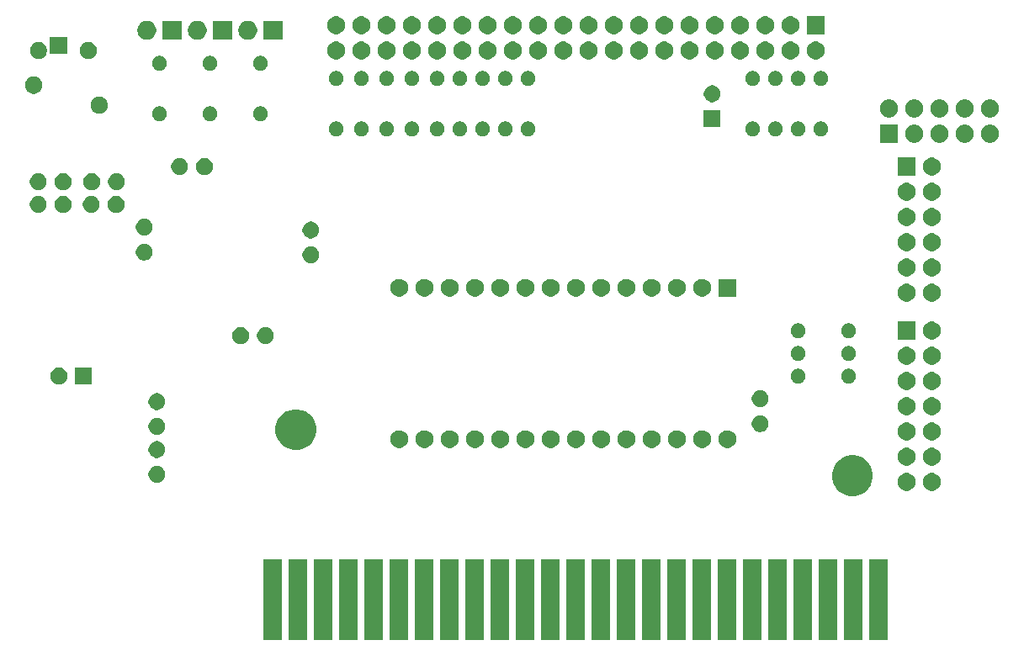
<source format=gbr>
G04 #@! TF.GenerationSoftware,KiCad,Pcbnew,(5.1.5)-3*
G04 #@! TF.CreationDate,2020-10-12T17:18:37+01:00*
G04 #@! TF.ProjectId,MSXPi1,4d535850-6931-42e6-9b69-6361645f7063,rev?*
G04 #@! TF.SameCoordinates,Original*
G04 #@! TF.FileFunction,Soldermask,Bot*
G04 #@! TF.FilePolarity,Negative*
%FSLAX46Y46*%
G04 Gerber Fmt 4.6, Leading zero omitted, Abs format (unit mm)*
G04 Created by KiCad (PCBNEW (5.1.5)-3) date 2020-10-12 17:18:37*
%MOMM*%
%LPD*%
G04 APERTURE LIST*
%ADD10C,0.100000*%
G04 APERTURE END LIST*
D10*
G36*
X179984296Y-131721829D02*
G01*
X178082296Y-131721829D01*
X178082296Y-123619829D01*
X179984296Y-123619829D01*
X179984296Y-131721829D01*
G37*
G36*
X149504296Y-131721829D02*
G01*
X147602296Y-131721829D01*
X147602296Y-123619829D01*
X149504296Y-123619829D01*
X149504296Y-131721829D01*
G37*
G36*
X121564296Y-131721829D02*
G01*
X119662296Y-131721829D01*
X119662296Y-123619829D01*
X121564296Y-123619829D01*
X121564296Y-131721829D01*
G37*
G36*
X124104296Y-131721829D02*
G01*
X122202296Y-131721829D01*
X122202296Y-123619829D01*
X124104296Y-123619829D01*
X124104296Y-131721829D01*
G37*
G36*
X126644296Y-131721829D02*
G01*
X124742296Y-131721829D01*
X124742296Y-123619829D01*
X126644296Y-123619829D01*
X126644296Y-131721829D01*
G37*
G36*
X129184296Y-131721829D02*
G01*
X127282296Y-131721829D01*
X127282296Y-123619829D01*
X129184296Y-123619829D01*
X129184296Y-131721829D01*
G37*
G36*
X131724296Y-131721829D02*
G01*
X129822296Y-131721829D01*
X129822296Y-123619829D01*
X131724296Y-123619829D01*
X131724296Y-131721829D01*
G37*
G36*
X134264296Y-131721829D02*
G01*
X132362296Y-131721829D01*
X132362296Y-123619829D01*
X134264296Y-123619829D01*
X134264296Y-131721829D01*
G37*
G36*
X136804296Y-131721829D02*
G01*
X134902296Y-131721829D01*
X134902296Y-123619829D01*
X136804296Y-123619829D01*
X136804296Y-131721829D01*
G37*
G36*
X139344296Y-131721829D02*
G01*
X137442296Y-131721829D01*
X137442296Y-123619829D01*
X139344296Y-123619829D01*
X139344296Y-131721829D01*
G37*
G36*
X141884296Y-131721829D02*
G01*
X139982296Y-131721829D01*
X139982296Y-123619829D01*
X141884296Y-123619829D01*
X141884296Y-131721829D01*
G37*
G36*
X144424296Y-131721829D02*
G01*
X142522296Y-131721829D01*
X142522296Y-123619829D01*
X144424296Y-123619829D01*
X144424296Y-131721829D01*
G37*
G36*
X146964296Y-131721829D02*
G01*
X145062296Y-131721829D01*
X145062296Y-123619829D01*
X146964296Y-123619829D01*
X146964296Y-131721829D01*
G37*
G36*
X174904296Y-131721829D02*
G01*
X173002296Y-131721829D01*
X173002296Y-123619829D01*
X174904296Y-123619829D01*
X174904296Y-131721829D01*
G37*
G36*
X182524296Y-131721829D02*
G01*
X180622296Y-131721829D01*
X180622296Y-123619829D01*
X182524296Y-123619829D01*
X182524296Y-131721829D01*
G37*
G36*
X177444296Y-131721829D02*
G01*
X175542296Y-131721829D01*
X175542296Y-123619829D01*
X177444296Y-123619829D01*
X177444296Y-131721829D01*
G37*
G36*
X172364296Y-131721829D02*
G01*
X170462296Y-131721829D01*
X170462296Y-123619829D01*
X172364296Y-123619829D01*
X172364296Y-131721829D01*
G37*
G36*
X169824296Y-131721829D02*
G01*
X167922296Y-131721829D01*
X167922296Y-123619829D01*
X169824296Y-123619829D01*
X169824296Y-131721829D01*
G37*
G36*
X167284296Y-131721829D02*
G01*
X165382296Y-131721829D01*
X165382296Y-123619829D01*
X167284296Y-123619829D01*
X167284296Y-131721829D01*
G37*
G36*
X164744296Y-131721829D02*
G01*
X162842296Y-131721829D01*
X162842296Y-123619829D01*
X164744296Y-123619829D01*
X164744296Y-131721829D01*
G37*
G36*
X162204296Y-131721829D02*
G01*
X160302296Y-131721829D01*
X160302296Y-123619829D01*
X162204296Y-123619829D01*
X162204296Y-131721829D01*
G37*
G36*
X159664296Y-131721829D02*
G01*
X157762296Y-131721829D01*
X157762296Y-123619829D01*
X159664296Y-123619829D01*
X159664296Y-131721829D01*
G37*
G36*
X157124296Y-131721829D02*
G01*
X155222296Y-131721829D01*
X155222296Y-123619829D01*
X157124296Y-123619829D01*
X157124296Y-131721829D01*
G37*
G36*
X154584296Y-131721829D02*
G01*
X152682296Y-131721829D01*
X152682296Y-123619829D01*
X154584296Y-123619829D01*
X154584296Y-131721829D01*
G37*
G36*
X152044296Y-131721829D02*
G01*
X150142296Y-131721829D01*
X150142296Y-123619829D01*
X152044296Y-123619829D01*
X152044296Y-131721829D01*
G37*
G36*
X179555350Y-113227818D02*
G01*
X179923462Y-113380295D01*
X179928609Y-113382427D01*
X180264532Y-113606884D01*
X180550212Y-113892564D01*
X180762985Y-114211000D01*
X180774670Y-114228489D01*
X180929278Y-114601746D01*
X181008096Y-114997993D01*
X181008096Y-115402007D01*
X180929278Y-115798254D01*
X180809754Y-116086811D01*
X180774669Y-116171513D01*
X180550212Y-116507436D01*
X180264532Y-116793116D01*
X179928609Y-117017573D01*
X179928608Y-117017574D01*
X179928607Y-117017574D01*
X179555350Y-117172182D01*
X179159103Y-117251000D01*
X178755089Y-117251000D01*
X178358842Y-117172182D01*
X177985585Y-117017574D01*
X177985584Y-117017574D01*
X177985583Y-117017573D01*
X177649660Y-116793116D01*
X177363980Y-116507436D01*
X177139523Y-116171513D01*
X177104438Y-116086811D01*
X176984914Y-115798254D01*
X176906096Y-115402007D01*
X176906096Y-114997993D01*
X176984914Y-114601746D01*
X177139522Y-114228489D01*
X177151208Y-114211000D01*
X177363980Y-113892564D01*
X177649660Y-113606884D01*
X177985583Y-113382427D01*
X177990730Y-113380295D01*
X178358842Y-113227818D01*
X178755089Y-113149000D01*
X179159103Y-113149000D01*
X179555350Y-113227818D01*
G37*
G36*
X187057512Y-114927927D02*
G01*
X187206812Y-114957624D01*
X187370784Y-115025544D01*
X187518354Y-115124147D01*
X187643853Y-115249646D01*
X187742456Y-115397216D01*
X187810376Y-115561188D01*
X187840073Y-115710488D01*
X187845000Y-115735258D01*
X187845000Y-115912742D01*
X187840073Y-115937512D01*
X187810376Y-116086812D01*
X187742456Y-116250784D01*
X187643853Y-116398354D01*
X187518354Y-116523853D01*
X187370784Y-116622456D01*
X187206812Y-116690376D01*
X187057512Y-116720073D01*
X187032742Y-116725000D01*
X186855258Y-116725000D01*
X186830488Y-116720073D01*
X186681188Y-116690376D01*
X186517216Y-116622456D01*
X186369646Y-116523853D01*
X186244147Y-116398354D01*
X186145544Y-116250784D01*
X186077624Y-116086812D01*
X186047927Y-115937512D01*
X186043000Y-115912742D01*
X186043000Y-115735258D01*
X186047927Y-115710488D01*
X186077624Y-115561188D01*
X186145544Y-115397216D01*
X186244147Y-115249646D01*
X186369646Y-115124147D01*
X186517216Y-115025544D01*
X186681188Y-114957624D01*
X186830488Y-114927927D01*
X186855258Y-114923000D01*
X187032742Y-114923000D01*
X187057512Y-114927927D01*
G37*
G36*
X184517512Y-114927927D02*
G01*
X184666812Y-114957624D01*
X184830784Y-115025544D01*
X184978354Y-115124147D01*
X185103853Y-115249646D01*
X185202456Y-115397216D01*
X185270376Y-115561188D01*
X185300073Y-115710488D01*
X185305000Y-115735258D01*
X185305000Y-115912742D01*
X185300073Y-115937512D01*
X185270376Y-116086812D01*
X185202456Y-116250784D01*
X185103853Y-116398354D01*
X184978354Y-116523853D01*
X184830784Y-116622456D01*
X184666812Y-116690376D01*
X184517512Y-116720073D01*
X184492742Y-116725000D01*
X184315258Y-116725000D01*
X184290488Y-116720073D01*
X184141188Y-116690376D01*
X183977216Y-116622456D01*
X183829646Y-116523853D01*
X183704147Y-116398354D01*
X183605544Y-116250784D01*
X183537624Y-116086812D01*
X183507927Y-115937512D01*
X183503000Y-115912742D01*
X183503000Y-115735258D01*
X183507927Y-115710488D01*
X183537624Y-115561188D01*
X183605544Y-115397216D01*
X183704147Y-115249646D01*
X183829646Y-115124147D01*
X183977216Y-115025544D01*
X184141188Y-114957624D01*
X184290488Y-114927927D01*
X184315258Y-114923000D01*
X184492742Y-114923000D01*
X184517512Y-114927927D01*
G37*
G36*
X109214228Y-114243703D02*
G01*
X109369100Y-114307853D01*
X109508481Y-114400985D01*
X109627015Y-114519519D01*
X109720147Y-114658900D01*
X109784297Y-114813772D01*
X109817000Y-114978184D01*
X109817000Y-115145816D01*
X109784297Y-115310228D01*
X109720147Y-115465100D01*
X109627015Y-115604481D01*
X109508481Y-115723015D01*
X109369100Y-115816147D01*
X109214228Y-115880297D01*
X109049816Y-115913000D01*
X108882184Y-115913000D01*
X108717772Y-115880297D01*
X108562900Y-115816147D01*
X108423519Y-115723015D01*
X108304985Y-115604481D01*
X108211853Y-115465100D01*
X108147703Y-115310228D01*
X108115000Y-115145816D01*
X108115000Y-114978184D01*
X108147703Y-114813772D01*
X108211853Y-114658900D01*
X108304985Y-114519519D01*
X108423519Y-114400985D01*
X108562900Y-114307853D01*
X108717772Y-114243703D01*
X108882184Y-114211000D01*
X109049816Y-114211000D01*
X109214228Y-114243703D01*
G37*
G36*
X187057512Y-112387927D02*
G01*
X187206812Y-112417624D01*
X187370784Y-112485544D01*
X187518354Y-112584147D01*
X187643853Y-112709646D01*
X187742456Y-112857216D01*
X187810376Y-113021188D01*
X187835799Y-113149000D01*
X187845000Y-113195258D01*
X187845000Y-113372742D01*
X187840073Y-113397512D01*
X187810376Y-113546812D01*
X187742456Y-113710784D01*
X187643853Y-113858354D01*
X187518354Y-113983853D01*
X187370784Y-114082456D01*
X187206812Y-114150376D01*
X187057512Y-114180073D01*
X187032742Y-114185000D01*
X186855258Y-114185000D01*
X186830488Y-114180073D01*
X186681188Y-114150376D01*
X186517216Y-114082456D01*
X186369646Y-113983853D01*
X186244147Y-113858354D01*
X186145544Y-113710784D01*
X186077624Y-113546812D01*
X186047927Y-113397512D01*
X186043000Y-113372742D01*
X186043000Y-113195258D01*
X186052201Y-113149000D01*
X186077624Y-113021188D01*
X186145544Y-112857216D01*
X186244147Y-112709646D01*
X186369646Y-112584147D01*
X186517216Y-112485544D01*
X186681188Y-112417624D01*
X186830488Y-112387927D01*
X186855258Y-112383000D01*
X187032742Y-112383000D01*
X187057512Y-112387927D01*
G37*
G36*
X184517512Y-112387927D02*
G01*
X184666812Y-112417624D01*
X184830784Y-112485544D01*
X184978354Y-112584147D01*
X185103853Y-112709646D01*
X185202456Y-112857216D01*
X185270376Y-113021188D01*
X185295799Y-113149000D01*
X185305000Y-113195258D01*
X185305000Y-113372742D01*
X185300073Y-113397512D01*
X185270376Y-113546812D01*
X185202456Y-113710784D01*
X185103853Y-113858354D01*
X184978354Y-113983853D01*
X184830784Y-114082456D01*
X184666812Y-114150376D01*
X184517512Y-114180073D01*
X184492742Y-114185000D01*
X184315258Y-114185000D01*
X184290488Y-114180073D01*
X184141188Y-114150376D01*
X183977216Y-114082456D01*
X183829646Y-113983853D01*
X183704147Y-113858354D01*
X183605544Y-113710784D01*
X183537624Y-113546812D01*
X183507927Y-113397512D01*
X183503000Y-113372742D01*
X183503000Y-113195258D01*
X183512201Y-113149000D01*
X183537624Y-113021188D01*
X183605544Y-112857216D01*
X183704147Y-112709646D01*
X183829646Y-112584147D01*
X183977216Y-112485544D01*
X184141188Y-112417624D01*
X184290488Y-112387927D01*
X184315258Y-112383000D01*
X184492742Y-112383000D01*
X184517512Y-112387927D01*
G37*
G36*
X109214228Y-111743703D02*
G01*
X109369100Y-111807853D01*
X109508481Y-111900985D01*
X109627015Y-112019519D01*
X109720147Y-112158900D01*
X109784297Y-112313772D01*
X109817000Y-112478184D01*
X109817000Y-112645816D01*
X109784297Y-112810228D01*
X109720147Y-112965100D01*
X109627015Y-113104481D01*
X109508481Y-113223015D01*
X109369100Y-113316147D01*
X109214228Y-113380297D01*
X109049816Y-113413000D01*
X108882184Y-113413000D01*
X108717772Y-113380297D01*
X108562900Y-113316147D01*
X108423519Y-113223015D01*
X108304985Y-113104481D01*
X108211853Y-112965100D01*
X108147703Y-112810228D01*
X108115000Y-112645816D01*
X108115000Y-112478184D01*
X108147703Y-112313772D01*
X108211853Y-112158900D01*
X108304985Y-112019519D01*
X108423519Y-111900985D01*
X108562900Y-111807853D01*
X108717772Y-111743703D01*
X108882184Y-111711000D01*
X109049816Y-111711000D01*
X109214228Y-111743703D01*
G37*
G36*
X123555970Y-108581207D02*
G01*
X123929227Y-108735815D01*
X123929229Y-108735816D01*
X124265152Y-108960273D01*
X124550832Y-109245953D01*
X124770685Y-109574985D01*
X124775290Y-109581878D01*
X124929898Y-109955135D01*
X125008716Y-110351382D01*
X125008716Y-110755396D01*
X124929898Y-111151643D01*
X124775290Y-111524900D01*
X124775289Y-111524902D01*
X124550832Y-111860825D01*
X124265152Y-112146505D01*
X123929229Y-112370962D01*
X123929228Y-112370963D01*
X123929227Y-112370963D01*
X123555970Y-112525571D01*
X123159723Y-112604389D01*
X122755709Y-112604389D01*
X122359462Y-112525571D01*
X121986205Y-112370963D01*
X121986204Y-112370963D01*
X121986203Y-112370962D01*
X121650280Y-112146505D01*
X121364600Y-111860825D01*
X121140143Y-111524902D01*
X121140142Y-111524900D01*
X120985534Y-111151643D01*
X120906716Y-110755396D01*
X120906716Y-110351382D01*
X120985534Y-109955135D01*
X121140142Y-109581878D01*
X121144748Y-109574985D01*
X121364600Y-109245953D01*
X121650280Y-108960273D01*
X121986203Y-108735816D01*
X121986205Y-108735815D01*
X122359462Y-108581207D01*
X122755709Y-108502389D01*
X123159723Y-108502389D01*
X123555970Y-108581207D01*
G37*
G36*
X141229369Y-110650971D02*
G01*
X141391195Y-110718002D01*
X141536829Y-110815311D01*
X141660689Y-110939171D01*
X141757998Y-111084805D01*
X141825029Y-111246631D01*
X141859200Y-111418420D01*
X141859200Y-111593580D01*
X141825029Y-111765369D01*
X141757998Y-111927195D01*
X141660689Y-112072829D01*
X141536829Y-112196689D01*
X141391195Y-112293998D01*
X141229369Y-112361029D01*
X141057580Y-112395200D01*
X140882420Y-112395200D01*
X140710631Y-112361029D01*
X140548805Y-112293998D01*
X140403171Y-112196689D01*
X140279311Y-112072829D01*
X140182002Y-111927195D01*
X140114971Y-111765369D01*
X140080800Y-111593580D01*
X140080800Y-111418420D01*
X140114971Y-111246631D01*
X140182002Y-111084805D01*
X140279311Y-110939171D01*
X140403171Y-110815311D01*
X140548805Y-110718002D01*
X140710631Y-110650971D01*
X140882420Y-110616800D01*
X141057580Y-110616800D01*
X141229369Y-110650971D01*
G37*
G36*
X164089369Y-110650971D02*
G01*
X164251195Y-110718002D01*
X164396829Y-110815311D01*
X164520689Y-110939171D01*
X164617998Y-111084805D01*
X164685029Y-111246631D01*
X164719200Y-111418420D01*
X164719200Y-111593580D01*
X164685029Y-111765369D01*
X164617998Y-111927195D01*
X164520689Y-112072829D01*
X164396829Y-112196689D01*
X164251195Y-112293998D01*
X164089369Y-112361029D01*
X163917580Y-112395200D01*
X163742420Y-112395200D01*
X163570631Y-112361029D01*
X163408805Y-112293998D01*
X163263171Y-112196689D01*
X163139311Y-112072829D01*
X163042002Y-111927195D01*
X162974971Y-111765369D01*
X162940800Y-111593580D01*
X162940800Y-111418420D01*
X162974971Y-111246631D01*
X163042002Y-111084805D01*
X163139311Y-110939171D01*
X163263171Y-110815311D01*
X163408805Y-110718002D01*
X163570631Y-110650971D01*
X163742420Y-110616800D01*
X163917580Y-110616800D01*
X164089369Y-110650971D01*
G37*
G36*
X161549369Y-110650971D02*
G01*
X161711195Y-110718002D01*
X161856829Y-110815311D01*
X161980689Y-110939171D01*
X162077998Y-111084805D01*
X162145029Y-111246631D01*
X162179200Y-111418420D01*
X162179200Y-111593580D01*
X162145029Y-111765369D01*
X162077998Y-111927195D01*
X161980689Y-112072829D01*
X161856829Y-112196689D01*
X161711195Y-112293998D01*
X161549369Y-112361029D01*
X161377580Y-112395200D01*
X161202420Y-112395200D01*
X161030631Y-112361029D01*
X160868805Y-112293998D01*
X160723171Y-112196689D01*
X160599311Y-112072829D01*
X160502002Y-111927195D01*
X160434971Y-111765369D01*
X160400800Y-111593580D01*
X160400800Y-111418420D01*
X160434971Y-111246631D01*
X160502002Y-111084805D01*
X160599311Y-110939171D01*
X160723171Y-110815311D01*
X160868805Y-110718002D01*
X161030631Y-110650971D01*
X161202420Y-110616800D01*
X161377580Y-110616800D01*
X161549369Y-110650971D01*
G37*
G36*
X159009369Y-110650971D02*
G01*
X159171195Y-110718002D01*
X159316829Y-110815311D01*
X159440689Y-110939171D01*
X159537998Y-111084805D01*
X159605029Y-111246631D01*
X159639200Y-111418420D01*
X159639200Y-111593580D01*
X159605029Y-111765369D01*
X159537998Y-111927195D01*
X159440689Y-112072829D01*
X159316829Y-112196689D01*
X159171195Y-112293998D01*
X159009369Y-112361029D01*
X158837580Y-112395200D01*
X158662420Y-112395200D01*
X158490631Y-112361029D01*
X158328805Y-112293998D01*
X158183171Y-112196689D01*
X158059311Y-112072829D01*
X157962002Y-111927195D01*
X157894971Y-111765369D01*
X157860800Y-111593580D01*
X157860800Y-111418420D01*
X157894971Y-111246631D01*
X157962002Y-111084805D01*
X158059311Y-110939171D01*
X158183171Y-110815311D01*
X158328805Y-110718002D01*
X158490631Y-110650971D01*
X158662420Y-110616800D01*
X158837580Y-110616800D01*
X159009369Y-110650971D01*
G37*
G36*
X156469369Y-110650971D02*
G01*
X156631195Y-110718002D01*
X156776829Y-110815311D01*
X156900689Y-110939171D01*
X156997998Y-111084805D01*
X157065029Y-111246631D01*
X157099200Y-111418420D01*
X157099200Y-111593580D01*
X157065029Y-111765369D01*
X156997998Y-111927195D01*
X156900689Y-112072829D01*
X156776829Y-112196689D01*
X156631195Y-112293998D01*
X156469369Y-112361029D01*
X156297580Y-112395200D01*
X156122420Y-112395200D01*
X155950631Y-112361029D01*
X155788805Y-112293998D01*
X155643171Y-112196689D01*
X155519311Y-112072829D01*
X155422002Y-111927195D01*
X155354971Y-111765369D01*
X155320800Y-111593580D01*
X155320800Y-111418420D01*
X155354971Y-111246631D01*
X155422002Y-111084805D01*
X155519311Y-110939171D01*
X155643171Y-110815311D01*
X155788805Y-110718002D01*
X155950631Y-110650971D01*
X156122420Y-110616800D01*
X156297580Y-110616800D01*
X156469369Y-110650971D01*
G37*
G36*
X153929369Y-110650971D02*
G01*
X154091195Y-110718002D01*
X154236829Y-110815311D01*
X154360689Y-110939171D01*
X154457998Y-111084805D01*
X154525029Y-111246631D01*
X154559200Y-111418420D01*
X154559200Y-111593580D01*
X154525029Y-111765369D01*
X154457998Y-111927195D01*
X154360689Y-112072829D01*
X154236829Y-112196689D01*
X154091195Y-112293998D01*
X153929369Y-112361029D01*
X153757580Y-112395200D01*
X153582420Y-112395200D01*
X153410631Y-112361029D01*
X153248805Y-112293998D01*
X153103171Y-112196689D01*
X152979311Y-112072829D01*
X152882002Y-111927195D01*
X152814971Y-111765369D01*
X152780800Y-111593580D01*
X152780800Y-111418420D01*
X152814971Y-111246631D01*
X152882002Y-111084805D01*
X152979311Y-110939171D01*
X153103171Y-110815311D01*
X153248805Y-110718002D01*
X153410631Y-110650971D01*
X153582420Y-110616800D01*
X153757580Y-110616800D01*
X153929369Y-110650971D01*
G37*
G36*
X151389369Y-110650971D02*
G01*
X151551195Y-110718002D01*
X151696829Y-110815311D01*
X151820689Y-110939171D01*
X151917998Y-111084805D01*
X151985029Y-111246631D01*
X152019200Y-111418420D01*
X152019200Y-111593580D01*
X151985029Y-111765369D01*
X151917998Y-111927195D01*
X151820689Y-112072829D01*
X151696829Y-112196689D01*
X151551195Y-112293998D01*
X151389369Y-112361029D01*
X151217580Y-112395200D01*
X151042420Y-112395200D01*
X150870631Y-112361029D01*
X150708805Y-112293998D01*
X150563171Y-112196689D01*
X150439311Y-112072829D01*
X150342002Y-111927195D01*
X150274971Y-111765369D01*
X150240800Y-111593580D01*
X150240800Y-111418420D01*
X150274971Y-111246631D01*
X150342002Y-111084805D01*
X150439311Y-110939171D01*
X150563171Y-110815311D01*
X150708805Y-110718002D01*
X150870631Y-110650971D01*
X151042420Y-110616800D01*
X151217580Y-110616800D01*
X151389369Y-110650971D01*
G37*
G36*
X148849369Y-110650971D02*
G01*
X149011195Y-110718002D01*
X149156829Y-110815311D01*
X149280689Y-110939171D01*
X149377998Y-111084805D01*
X149445029Y-111246631D01*
X149479200Y-111418420D01*
X149479200Y-111593580D01*
X149445029Y-111765369D01*
X149377998Y-111927195D01*
X149280689Y-112072829D01*
X149156829Y-112196689D01*
X149011195Y-112293998D01*
X148849369Y-112361029D01*
X148677580Y-112395200D01*
X148502420Y-112395200D01*
X148330631Y-112361029D01*
X148168805Y-112293998D01*
X148023171Y-112196689D01*
X147899311Y-112072829D01*
X147802002Y-111927195D01*
X147734971Y-111765369D01*
X147700800Y-111593580D01*
X147700800Y-111418420D01*
X147734971Y-111246631D01*
X147802002Y-111084805D01*
X147899311Y-110939171D01*
X148023171Y-110815311D01*
X148168805Y-110718002D01*
X148330631Y-110650971D01*
X148502420Y-110616800D01*
X148677580Y-110616800D01*
X148849369Y-110650971D01*
G37*
G36*
X146309369Y-110650971D02*
G01*
X146471195Y-110718002D01*
X146616829Y-110815311D01*
X146740689Y-110939171D01*
X146837998Y-111084805D01*
X146905029Y-111246631D01*
X146939200Y-111418420D01*
X146939200Y-111593580D01*
X146905029Y-111765369D01*
X146837998Y-111927195D01*
X146740689Y-112072829D01*
X146616829Y-112196689D01*
X146471195Y-112293998D01*
X146309369Y-112361029D01*
X146137580Y-112395200D01*
X145962420Y-112395200D01*
X145790631Y-112361029D01*
X145628805Y-112293998D01*
X145483171Y-112196689D01*
X145359311Y-112072829D01*
X145262002Y-111927195D01*
X145194971Y-111765369D01*
X145160800Y-111593580D01*
X145160800Y-111418420D01*
X145194971Y-111246631D01*
X145262002Y-111084805D01*
X145359311Y-110939171D01*
X145483171Y-110815311D01*
X145628805Y-110718002D01*
X145790631Y-110650971D01*
X145962420Y-110616800D01*
X146137580Y-110616800D01*
X146309369Y-110650971D01*
G37*
G36*
X143769369Y-110650971D02*
G01*
X143931195Y-110718002D01*
X144076829Y-110815311D01*
X144200689Y-110939171D01*
X144297998Y-111084805D01*
X144365029Y-111246631D01*
X144399200Y-111418420D01*
X144399200Y-111593580D01*
X144365029Y-111765369D01*
X144297998Y-111927195D01*
X144200689Y-112072829D01*
X144076829Y-112196689D01*
X143931195Y-112293998D01*
X143769369Y-112361029D01*
X143597580Y-112395200D01*
X143422420Y-112395200D01*
X143250631Y-112361029D01*
X143088805Y-112293998D01*
X142943171Y-112196689D01*
X142819311Y-112072829D01*
X142722002Y-111927195D01*
X142654971Y-111765369D01*
X142620800Y-111593580D01*
X142620800Y-111418420D01*
X142654971Y-111246631D01*
X142722002Y-111084805D01*
X142819311Y-110939171D01*
X142943171Y-110815311D01*
X143088805Y-110718002D01*
X143250631Y-110650971D01*
X143422420Y-110616800D01*
X143597580Y-110616800D01*
X143769369Y-110650971D01*
G37*
G36*
X133609369Y-110650971D02*
G01*
X133771195Y-110718002D01*
X133916829Y-110815311D01*
X134040689Y-110939171D01*
X134137998Y-111084805D01*
X134205029Y-111246631D01*
X134239200Y-111418420D01*
X134239200Y-111593580D01*
X134205029Y-111765369D01*
X134137998Y-111927195D01*
X134040689Y-112072829D01*
X133916829Y-112196689D01*
X133771195Y-112293998D01*
X133609369Y-112361029D01*
X133437580Y-112395200D01*
X133262420Y-112395200D01*
X133090631Y-112361029D01*
X132928805Y-112293998D01*
X132783171Y-112196689D01*
X132659311Y-112072829D01*
X132562002Y-111927195D01*
X132494971Y-111765369D01*
X132460800Y-111593580D01*
X132460800Y-111418420D01*
X132494971Y-111246631D01*
X132562002Y-111084805D01*
X132659311Y-110939171D01*
X132783171Y-110815311D01*
X132928805Y-110718002D01*
X133090631Y-110650971D01*
X133262420Y-110616800D01*
X133437580Y-110616800D01*
X133609369Y-110650971D01*
G37*
G36*
X136149369Y-110650971D02*
G01*
X136311195Y-110718002D01*
X136456829Y-110815311D01*
X136580689Y-110939171D01*
X136677998Y-111084805D01*
X136745029Y-111246631D01*
X136779200Y-111418420D01*
X136779200Y-111593580D01*
X136745029Y-111765369D01*
X136677998Y-111927195D01*
X136580689Y-112072829D01*
X136456829Y-112196689D01*
X136311195Y-112293998D01*
X136149369Y-112361029D01*
X135977580Y-112395200D01*
X135802420Y-112395200D01*
X135630631Y-112361029D01*
X135468805Y-112293998D01*
X135323171Y-112196689D01*
X135199311Y-112072829D01*
X135102002Y-111927195D01*
X135034971Y-111765369D01*
X135000800Y-111593580D01*
X135000800Y-111418420D01*
X135034971Y-111246631D01*
X135102002Y-111084805D01*
X135199311Y-110939171D01*
X135323171Y-110815311D01*
X135468805Y-110718002D01*
X135630631Y-110650971D01*
X135802420Y-110616800D01*
X135977580Y-110616800D01*
X136149369Y-110650971D01*
G37*
G36*
X166629369Y-110650971D02*
G01*
X166791195Y-110718002D01*
X166936829Y-110815311D01*
X167060689Y-110939171D01*
X167157998Y-111084805D01*
X167225029Y-111246631D01*
X167259200Y-111418420D01*
X167259200Y-111593580D01*
X167225029Y-111765369D01*
X167157998Y-111927195D01*
X167060689Y-112072829D01*
X166936829Y-112196689D01*
X166791195Y-112293998D01*
X166629369Y-112361029D01*
X166457580Y-112395200D01*
X166282420Y-112395200D01*
X166110631Y-112361029D01*
X165948805Y-112293998D01*
X165803171Y-112196689D01*
X165679311Y-112072829D01*
X165582002Y-111927195D01*
X165514971Y-111765369D01*
X165480800Y-111593580D01*
X165480800Y-111418420D01*
X165514971Y-111246631D01*
X165582002Y-111084805D01*
X165679311Y-110939171D01*
X165803171Y-110815311D01*
X165948805Y-110718002D01*
X166110631Y-110650971D01*
X166282420Y-110616800D01*
X166457580Y-110616800D01*
X166629369Y-110650971D01*
G37*
G36*
X138689369Y-110650971D02*
G01*
X138851195Y-110718002D01*
X138996829Y-110815311D01*
X139120689Y-110939171D01*
X139217998Y-111084805D01*
X139285029Y-111246631D01*
X139319200Y-111418420D01*
X139319200Y-111593580D01*
X139285029Y-111765369D01*
X139217998Y-111927195D01*
X139120689Y-112072829D01*
X138996829Y-112196689D01*
X138851195Y-112293998D01*
X138689369Y-112361029D01*
X138517580Y-112395200D01*
X138342420Y-112395200D01*
X138170631Y-112361029D01*
X138008805Y-112293998D01*
X137863171Y-112196689D01*
X137739311Y-112072829D01*
X137642002Y-111927195D01*
X137574971Y-111765369D01*
X137540800Y-111593580D01*
X137540800Y-111418420D01*
X137574971Y-111246631D01*
X137642002Y-111084805D01*
X137739311Y-110939171D01*
X137863171Y-110815311D01*
X138008805Y-110718002D01*
X138170631Y-110650971D01*
X138342420Y-110616800D01*
X138517580Y-110616800D01*
X138689369Y-110650971D01*
G37*
G36*
X187057512Y-109847927D02*
G01*
X187206812Y-109877624D01*
X187370784Y-109945544D01*
X187518354Y-110044147D01*
X187643853Y-110169646D01*
X187742456Y-110317216D01*
X187810376Y-110481188D01*
X187845000Y-110655259D01*
X187845000Y-110832741D01*
X187810376Y-111006812D01*
X187742456Y-111170784D01*
X187643853Y-111318354D01*
X187518354Y-111443853D01*
X187370784Y-111542456D01*
X187206812Y-111610376D01*
X187057512Y-111640073D01*
X187032742Y-111645000D01*
X186855258Y-111645000D01*
X186830488Y-111640073D01*
X186681188Y-111610376D01*
X186517216Y-111542456D01*
X186369646Y-111443853D01*
X186244147Y-111318354D01*
X186145544Y-111170784D01*
X186077624Y-111006812D01*
X186043000Y-110832741D01*
X186043000Y-110655259D01*
X186077624Y-110481188D01*
X186145544Y-110317216D01*
X186244147Y-110169646D01*
X186369646Y-110044147D01*
X186517216Y-109945544D01*
X186681188Y-109877624D01*
X186830488Y-109847927D01*
X186855258Y-109843000D01*
X187032742Y-109843000D01*
X187057512Y-109847927D01*
G37*
G36*
X184517512Y-109847927D02*
G01*
X184666812Y-109877624D01*
X184830784Y-109945544D01*
X184978354Y-110044147D01*
X185103853Y-110169646D01*
X185202456Y-110317216D01*
X185270376Y-110481188D01*
X185305000Y-110655259D01*
X185305000Y-110832741D01*
X185270376Y-111006812D01*
X185202456Y-111170784D01*
X185103853Y-111318354D01*
X184978354Y-111443853D01*
X184830784Y-111542456D01*
X184666812Y-111610376D01*
X184517512Y-111640073D01*
X184492742Y-111645000D01*
X184315258Y-111645000D01*
X184290488Y-111640073D01*
X184141188Y-111610376D01*
X183977216Y-111542456D01*
X183829646Y-111443853D01*
X183704147Y-111318354D01*
X183605544Y-111170784D01*
X183537624Y-111006812D01*
X183503000Y-110832741D01*
X183503000Y-110655259D01*
X183537624Y-110481188D01*
X183605544Y-110317216D01*
X183704147Y-110169646D01*
X183829646Y-110044147D01*
X183977216Y-109945544D01*
X184141188Y-109877624D01*
X184290488Y-109847927D01*
X184315258Y-109843000D01*
X184492742Y-109843000D01*
X184517512Y-109847927D01*
G37*
G36*
X109214228Y-109417703D02*
G01*
X109369100Y-109481853D01*
X109508481Y-109574985D01*
X109627015Y-109693519D01*
X109720147Y-109832900D01*
X109784297Y-109987772D01*
X109817000Y-110152184D01*
X109817000Y-110319816D01*
X109784297Y-110484228D01*
X109720147Y-110639100D01*
X109627015Y-110778481D01*
X109508481Y-110897015D01*
X109369100Y-110990147D01*
X109214228Y-111054297D01*
X109049816Y-111087000D01*
X108882184Y-111087000D01*
X108717772Y-111054297D01*
X108562900Y-110990147D01*
X108423519Y-110897015D01*
X108304985Y-110778481D01*
X108211853Y-110639100D01*
X108147703Y-110484228D01*
X108115000Y-110319816D01*
X108115000Y-110152184D01*
X108147703Y-109987772D01*
X108211853Y-109832900D01*
X108304985Y-109693519D01*
X108423519Y-109574985D01*
X108562900Y-109481853D01*
X108717772Y-109417703D01*
X108882184Y-109385000D01*
X109049816Y-109385000D01*
X109214228Y-109417703D01*
G37*
G36*
X169920228Y-109123703D02*
G01*
X170075100Y-109187853D01*
X170214481Y-109280985D01*
X170333015Y-109399519D01*
X170426147Y-109538900D01*
X170490297Y-109693772D01*
X170523000Y-109858184D01*
X170523000Y-110025816D01*
X170490297Y-110190228D01*
X170426147Y-110345100D01*
X170333015Y-110484481D01*
X170214481Y-110603015D01*
X170075100Y-110696147D01*
X169920228Y-110760297D01*
X169755816Y-110793000D01*
X169588184Y-110793000D01*
X169423772Y-110760297D01*
X169268900Y-110696147D01*
X169129519Y-110603015D01*
X169010985Y-110484481D01*
X168917853Y-110345100D01*
X168853703Y-110190228D01*
X168821000Y-110025816D01*
X168821000Y-109858184D01*
X168853703Y-109693772D01*
X168917853Y-109538900D01*
X169010985Y-109399519D01*
X169129519Y-109280985D01*
X169268900Y-109187853D01*
X169423772Y-109123703D01*
X169588184Y-109091000D01*
X169755816Y-109091000D01*
X169920228Y-109123703D01*
G37*
G36*
X187057512Y-107307927D02*
G01*
X187206812Y-107337624D01*
X187370784Y-107405544D01*
X187518354Y-107504147D01*
X187643853Y-107629646D01*
X187742456Y-107777216D01*
X187810376Y-107941188D01*
X187840073Y-108090488D01*
X187845000Y-108115258D01*
X187845000Y-108292742D01*
X187840073Y-108317512D01*
X187810376Y-108466812D01*
X187742456Y-108630784D01*
X187643853Y-108778354D01*
X187518354Y-108903853D01*
X187370784Y-109002456D01*
X187206812Y-109070376D01*
X187057512Y-109100073D01*
X187032742Y-109105000D01*
X186855258Y-109105000D01*
X186830488Y-109100073D01*
X186681188Y-109070376D01*
X186517216Y-109002456D01*
X186369646Y-108903853D01*
X186244147Y-108778354D01*
X186145544Y-108630784D01*
X186077624Y-108466812D01*
X186047927Y-108317512D01*
X186043000Y-108292742D01*
X186043000Y-108115258D01*
X186047927Y-108090488D01*
X186077624Y-107941188D01*
X186145544Y-107777216D01*
X186244147Y-107629646D01*
X186369646Y-107504147D01*
X186517216Y-107405544D01*
X186681188Y-107337624D01*
X186830488Y-107307927D01*
X186855258Y-107303000D01*
X187032742Y-107303000D01*
X187057512Y-107307927D01*
G37*
G36*
X184517512Y-107307927D02*
G01*
X184666812Y-107337624D01*
X184830784Y-107405544D01*
X184978354Y-107504147D01*
X185103853Y-107629646D01*
X185202456Y-107777216D01*
X185270376Y-107941188D01*
X185300073Y-108090488D01*
X185305000Y-108115258D01*
X185305000Y-108292742D01*
X185300073Y-108317512D01*
X185270376Y-108466812D01*
X185202456Y-108630784D01*
X185103853Y-108778354D01*
X184978354Y-108903853D01*
X184830784Y-109002456D01*
X184666812Y-109070376D01*
X184517512Y-109100073D01*
X184492742Y-109105000D01*
X184315258Y-109105000D01*
X184290488Y-109100073D01*
X184141188Y-109070376D01*
X183977216Y-109002456D01*
X183829646Y-108903853D01*
X183704147Y-108778354D01*
X183605544Y-108630784D01*
X183537624Y-108466812D01*
X183507927Y-108317512D01*
X183503000Y-108292742D01*
X183503000Y-108115258D01*
X183507927Y-108090488D01*
X183537624Y-107941188D01*
X183605544Y-107777216D01*
X183704147Y-107629646D01*
X183829646Y-107504147D01*
X183977216Y-107405544D01*
X184141188Y-107337624D01*
X184290488Y-107307927D01*
X184315258Y-107303000D01*
X184492742Y-107303000D01*
X184517512Y-107307927D01*
G37*
G36*
X109214228Y-106917703D02*
G01*
X109369100Y-106981853D01*
X109508481Y-107074985D01*
X109627015Y-107193519D01*
X109720147Y-107332900D01*
X109784297Y-107487772D01*
X109817000Y-107652184D01*
X109817000Y-107819816D01*
X109784297Y-107984228D01*
X109720147Y-108139100D01*
X109627015Y-108278481D01*
X109508481Y-108397015D01*
X109369100Y-108490147D01*
X109214228Y-108554297D01*
X109049816Y-108587000D01*
X108882184Y-108587000D01*
X108717772Y-108554297D01*
X108562900Y-108490147D01*
X108423519Y-108397015D01*
X108304985Y-108278481D01*
X108211853Y-108139100D01*
X108147703Y-107984228D01*
X108115000Y-107819816D01*
X108115000Y-107652184D01*
X108147703Y-107487772D01*
X108211853Y-107332900D01*
X108304985Y-107193519D01*
X108423519Y-107074985D01*
X108562900Y-106981853D01*
X108717772Y-106917703D01*
X108882184Y-106885000D01*
X109049816Y-106885000D01*
X109214228Y-106917703D01*
G37*
G36*
X169920228Y-106623703D02*
G01*
X170075100Y-106687853D01*
X170214481Y-106780985D01*
X170333015Y-106899519D01*
X170426147Y-107038900D01*
X170490297Y-107193772D01*
X170523000Y-107358184D01*
X170523000Y-107525816D01*
X170490297Y-107690228D01*
X170426147Y-107845100D01*
X170333015Y-107984481D01*
X170214481Y-108103015D01*
X170075100Y-108196147D01*
X169920228Y-108260297D01*
X169755816Y-108293000D01*
X169588184Y-108293000D01*
X169423772Y-108260297D01*
X169268900Y-108196147D01*
X169129519Y-108103015D01*
X169010985Y-107984481D01*
X168917853Y-107845100D01*
X168853703Y-107690228D01*
X168821000Y-107525816D01*
X168821000Y-107358184D01*
X168853703Y-107193772D01*
X168917853Y-107038900D01*
X169010985Y-106899519D01*
X169129519Y-106780985D01*
X169268900Y-106687853D01*
X169423772Y-106623703D01*
X169588184Y-106591000D01*
X169755816Y-106591000D01*
X169920228Y-106623703D01*
G37*
G36*
X184517512Y-104767927D02*
G01*
X184666812Y-104797624D01*
X184830784Y-104865544D01*
X184978354Y-104964147D01*
X185103853Y-105089646D01*
X185202456Y-105237216D01*
X185270376Y-105401188D01*
X185305000Y-105575259D01*
X185305000Y-105752741D01*
X185270376Y-105926812D01*
X185202456Y-106090784D01*
X185103853Y-106238354D01*
X184978354Y-106363853D01*
X184830784Y-106462456D01*
X184666812Y-106530376D01*
X184517512Y-106560073D01*
X184492742Y-106565000D01*
X184315258Y-106565000D01*
X184290488Y-106560073D01*
X184141188Y-106530376D01*
X183977216Y-106462456D01*
X183829646Y-106363853D01*
X183704147Y-106238354D01*
X183605544Y-106090784D01*
X183537624Y-105926812D01*
X183503000Y-105752741D01*
X183503000Y-105575259D01*
X183537624Y-105401188D01*
X183605544Y-105237216D01*
X183704147Y-105089646D01*
X183829646Y-104964147D01*
X183977216Y-104865544D01*
X184141188Y-104797624D01*
X184290488Y-104767927D01*
X184315258Y-104763000D01*
X184492742Y-104763000D01*
X184517512Y-104767927D01*
G37*
G36*
X187057512Y-104767927D02*
G01*
X187206812Y-104797624D01*
X187370784Y-104865544D01*
X187518354Y-104964147D01*
X187643853Y-105089646D01*
X187742456Y-105237216D01*
X187810376Y-105401188D01*
X187845000Y-105575259D01*
X187845000Y-105752741D01*
X187810376Y-105926812D01*
X187742456Y-106090784D01*
X187643853Y-106238354D01*
X187518354Y-106363853D01*
X187370784Y-106462456D01*
X187206812Y-106530376D01*
X187057512Y-106560073D01*
X187032742Y-106565000D01*
X186855258Y-106565000D01*
X186830488Y-106560073D01*
X186681188Y-106530376D01*
X186517216Y-106462456D01*
X186369646Y-106363853D01*
X186244147Y-106238354D01*
X186145544Y-106090784D01*
X186077624Y-105926812D01*
X186043000Y-105752741D01*
X186043000Y-105575259D01*
X186077624Y-105401188D01*
X186145544Y-105237216D01*
X186244147Y-105089646D01*
X186369646Y-104964147D01*
X186517216Y-104865544D01*
X186681188Y-104797624D01*
X186830488Y-104767927D01*
X186855258Y-104763000D01*
X187032742Y-104763000D01*
X187057512Y-104767927D01*
G37*
G36*
X99348228Y-104337703D02*
G01*
X99503100Y-104401853D01*
X99642481Y-104494985D01*
X99761015Y-104613519D01*
X99854147Y-104752900D01*
X99918297Y-104907772D01*
X99951000Y-105072184D01*
X99951000Y-105239816D01*
X99918297Y-105404228D01*
X99854147Y-105559100D01*
X99761015Y-105698481D01*
X99642481Y-105817015D01*
X99503100Y-105910147D01*
X99348228Y-105974297D01*
X99183816Y-106007000D01*
X99016184Y-106007000D01*
X98851772Y-105974297D01*
X98696900Y-105910147D01*
X98557519Y-105817015D01*
X98438985Y-105698481D01*
X98345853Y-105559100D01*
X98281703Y-105404228D01*
X98249000Y-105239816D01*
X98249000Y-105072184D01*
X98281703Y-104907772D01*
X98345853Y-104752900D01*
X98438985Y-104613519D01*
X98557519Y-104494985D01*
X98696900Y-104401853D01*
X98851772Y-104337703D01*
X99016184Y-104305000D01*
X99183816Y-104305000D01*
X99348228Y-104337703D01*
G37*
G36*
X102451000Y-106007000D02*
G01*
X100749000Y-106007000D01*
X100749000Y-104305000D01*
X102451000Y-104305000D01*
X102451000Y-106007000D01*
G37*
G36*
X178781059Y-104433860D02*
G01*
X178917732Y-104490472D01*
X179040735Y-104572660D01*
X179145340Y-104677265D01*
X179202626Y-104763000D01*
X179227529Y-104800270D01*
X179284140Y-104936941D01*
X179289552Y-104964147D01*
X179313000Y-105082033D01*
X179313000Y-105229967D01*
X179284140Y-105375059D01*
X179227528Y-105511732D01*
X179145340Y-105634735D01*
X179040735Y-105739340D01*
X178917732Y-105821528D01*
X178917731Y-105821529D01*
X178917730Y-105821529D01*
X178781059Y-105878140D01*
X178635968Y-105907000D01*
X178488032Y-105907000D01*
X178342941Y-105878140D01*
X178206270Y-105821529D01*
X178206269Y-105821529D01*
X178206268Y-105821528D01*
X178083265Y-105739340D01*
X177978660Y-105634735D01*
X177896472Y-105511732D01*
X177839860Y-105375059D01*
X177811000Y-105229967D01*
X177811000Y-105082033D01*
X177834449Y-104964147D01*
X177839860Y-104936941D01*
X177896471Y-104800270D01*
X177921374Y-104763000D01*
X177978660Y-104677265D01*
X178083265Y-104572660D01*
X178206268Y-104490472D01*
X178342941Y-104433860D01*
X178488032Y-104405000D01*
X178635968Y-104405000D01*
X178781059Y-104433860D01*
G37*
G36*
X173701059Y-104433860D02*
G01*
X173837732Y-104490472D01*
X173960735Y-104572660D01*
X174065340Y-104677265D01*
X174122626Y-104763000D01*
X174147529Y-104800270D01*
X174204140Y-104936941D01*
X174209552Y-104964147D01*
X174233000Y-105082033D01*
X174233000Y-105229967D01*
X174204140Y-105375059D01*
X174147528Y-105511732D01*
X174065340Y-105634735D01*
X173960735Y-105739340D01*
X173837732Y-105821528D01*
X173837731Y-105821529D01*
X173837730Y-105821529D01*
X173701059Y-105878140D01*
X173555968Y-105907000D01*
X173408032Y-105907000D01*
X173262941Y-105878140D01*
X173126270Y-105821529D01*
X173126269Y-105821529D01*
X173126268Y-105821528D01*
X173003265Y-105739340D01*
X172898660Y-105634735D01*
X172816472Y-105511732D01*
X172759860Y-105375059D01*
X172731000Y-105229967D01*
X172731000Y-105082033D01*
X172754449Y-104964147D01*
X172759860Y-104936941D01*
X172816471Y-104800270D01*
X172841374Y-104763000D01*
X172898660Y-104677265D01*
X173003265Y-104572660D01*
X173126268Y-104490472D01*
X173262941Y-104433860D01*
X173408032Y-104405000D01*
X173555968Y-104405000D01*
X173701059Y-104433860D01*
G37*
G36*
X184517512Y-102227927D02*
G01*
X184666812Y-102257624D01*
X184830784Y-102325544D01*
X184978354Y-102424147D01*
X185103853Y-102549646D01*
X185202456Y-102697216D01*
X185270376Y-102861188D01*
X185305000Y-103035259D01*
X185305000Y-103212741D01*
X185270376Y-103386812D01*
X185202456Y-103550784D01*
X185103853Y-103698354D01*
X184978354Y-103823853D01*
X184830784Y-103922456D01*
X184666812Y-103990376D01*
X184517512Y-104020073D01*
X184492742Y-104025000D01*
X184315258Y-104025000D01*
X184290488Y-104020073D01*
X184141188Y-103990376D01*
X183977216Y-103922456D01*
X183829646Y-103823853D01*
X183704147Y-103698354D01*
X183605544Y-103550784D01*
X183537624Y-103386812D01*
X183503000Y-103212741D01*
X183503000Y-103035259D01*
X183537624Y-102861188D01*
X183605544Y-102697216D01*
X183704147Y-102549646D01*
X183829646Y-102424147D01*
X183977216Y-102325544D01*
X184141188Y-102257624D01*
X184290488Y-102227927D01*
X184315258Y-102223000D01*
X184492742Y-102223000D01*
X184517512Y-102227927D01*
G37*
G36*
X187057512Y-102227927D02*
G01*
X187206812Y-102257624D01*
X187370784Y-102325544D01*
X187518354Y-102424147D01*
X187643853Y-102549646D01*
X187742456Y-102697216D01*
X187810376Y-102861188D01*
X187845000Y-103035259D01*
X187845000Y-103212741D01*
X187810376Y-103386812D01*
X187742456Y-103550784D01*
X187643853Y-103698354D01*
X187518354Y-103823853D01*
X187370784Y-103922456D01*
X187206812Y-103990376D01*
X187057512Y-104020073D01*
X187032742Y-104025000D01*
X186855258Y-104025000D01*
X186830488Y-104020073D01*
X186681188Y-103990376D01*
X186517216Y-103922456D01*
X186369646Y-103823853D01*
X186244147Y-103698354D01*
X186145544Y-103550784D01*
X186077624Y-103386812D01*
X186043000Y-103212741D01*
X186043000Y-103035259D01*
X186077624Y-102861188D01*
X186145544Y-102697216D01*
X186244147Y-102549646D01*
X186369646Y-102424147D01*
X186517216Y-102325544D01*
X186681188Y-102257624D01*
X186830488Y-102227927D01*
X186855258Y-102223000D01*
X187032742Y-102223000D01*
X187057512Y-102227927D01*
G37*
G36*
X173701059Y-102147860D02*
G01*
X173837732Y-102204472D01*
X173960735Y-102286660D01*
X174065340Y-102391265D01*
X174147528Y-102514268D01*
X174147529Y-102514270D01*
X174204140Y-102650941D01*
X174233000Y-102796032D01*
X174233000Y-102943968D01*
X174214841Y-103035259D01*
X174204140Y-103089059D01*
X174147528Y-103225732D01*
X174065340Y-103348735D01*
X173960735Y-103453340D01*
X173837732Y-103535528D01*
X173837731Y-103535529D01*
X173837730Y-103535529D01*
X173701059Y-103592140D01*
X173555968Y-103621000D01*
X173408032Y-103621000D01*
X173262941Y-103592140D01*
X173126270Y-103535529D01*
X173126269Y-103535529D01*
X173126268Y-103535528D01*
X173003265Y-103453340D01*
X172898660Y-103348735D01*
X172816472Y-103225732D01*
X172759860Y-103089059D01*
X172749159Y-103035259D01*
X172731000Y-102943968D01*
X172731000Y-102796032D01*
X172759860Y-102650941D01*
X172816471Y-102514270D01*
X172816472Y-102514268D01*
X172898660Y-102391265D01*
X173003265Y-102286660D01*
X173126268Y-102204472D01*
X173262941Y-102147860D01*
X173408032Y-102119000D01*
X173555968Y-102119000D01*
X173701059Y-102147860D01*
G37*
G36*
X178781059Y-102147860D02*
G01*
X178917732Y-102204472D01*
X179040735Y-102286660D01*
X179145340Y-102391265D01*
X179227528Y-102514268D01*
X179227529Y-102514270D01*
X179284140Y-102650941D01*
X179313000Y-102796032D01*
X179313000Y-102943968D01*
X179294841Y-103035259D01*
X179284140Y-103089059D01*
X179227528Y-103225732D01*
X179145340Y-103348735D01*
X179040735Y-103453340D01*
X178917732Y-103535528D01*
X178917731Y-103535529D01*
X178917730Y-103535529D01*
X178781059Y-103592140D01*
X178635968Y-103621000D01*
X178488032Y-103621000D01*
X178342941Y-103592140D01*
X178206270Y-103535529D01*
X178206269Y-103535529D01*
X178206268Y-103535528D01*
X178083265Y-103453340D01*
X177978660Y-103348735D01*
X177896472Y-103225732D01*
X177839860Y-103089059D01*
X177829159Y-103035259D01*
X177811000Y-102943968D01*
X177811000Y-102796032D01*
X177839860Y-102650941D01*
X177896471Y-102514270D01*
X177896472Y-102514268D01*
X177978660Y-102391265D01*
X178083265Y-102286660D01*
X178206268Y-102204472D01*
X178342941Y-102147860D01*
X178488032Y-102119000D01*
X178635968Y-102119000D01*
X178781059Y-102147860D01*
G37*
G36*
X117636228Y-100273703D02*
G01*
X117791100Y-100337853D01*
X117930481Y-100430985D01*
X118049015Y-100549519D01*
X118142147Y-100688900D01*
X118206297Y-100843772D01*
X118239000Y-101008184D01*
X118239000Y-101175816D01*
X118206297Y-101340228D01*
X118142147Y-101495100D01*
X118049015Y-101634481D01*
X117930481Y-101753015D01*
X117791100Y-101846147D01*
X117636228Y-101910297D01*
X117471816Y-101943000D01*
X117304184Y-101943000D01*
X117139772Y-101910297D01*
X116984900Y-101846147D01*
X116845519Y-101753015D01*
X116726985Y-101634481D01*
X116633853Y-101495100D01*
X116569703Y-101340228D01*
X116537000Y-101175816D01*
X116537000Y-101008184D01*
X116569703Y-100843772D01*
X116633853Y-100688900D01*
X116726985Y-100549519D01*
X116845519Y-100430985D01*
X116984900Y-100337853D01*
X117139772Y-100273703D01*
X117304184Y-100241000D01*
X117471816Y-100241000D01*
X117636228Y-100273703D01*
G37*
G36*
X120136228Y-100273703D02*
G01*
X120291100Y-100337853D01*
X120430481Y-100430985D01*
X120549015Y-100549519D01*
X120642147Y-100688900D01*
X120706297Y-100843772D01*
X120739000Y-101008184D01*
X120739000Y-101175816D01*
X120706297Y-101340228D01*
X120642147Y-101495100D01*
X120549015Y-101634481D01*
X120430481Y-101753015D01*
X120291100Y-101846147D01*
X120136228Y-101910297D01*
X119971816Y-101943000D01*
X119804184Y-101943000D01*
X119639772Y-101910297D01*
X119484900Y-101846147D01*
X119345519Y-101753015D01*
X119226985Y-101634481D01*
X119133853Y-101495100D01*
X119069703Y-101340228D01*
X119037000Y-101175816D01*
X119037000Y-101008184D01*
X119069703Y-100843772D01*
X119133853Y-100688900D01*
X119226985Y-100549519D01*
X119345519Y-100430985D01*
X119484900Y-100337853D01*
X119639772Y-100273703D01*
X119804184Y-100241000D01*
X119971816Y-100241000D01*
X120136228Y-100273703D01*
G37*
G36*
X187057512Y-99687927D02*
G01*
X187206812Y-99717624D01*
X187370784Y-99785544D01*
X187518354Y-99884147D01*
X187643853Y-100009646D01*
X187742456Y-100157216D01*
X187810376Y-100321188D01*
X187845000Y-100495259D01*
X187845000Y-100672741D01*
X187810376Y-100846812D01*
X187742456Y-101010784D01*
X187643853Y-101158354D01*
X187518354Y-101283853D01*
X187370784Y-101382456D01*
X187206812Y-101450376D01*
X187057512Y-101480073D01*
X187032742Y-101485000D01*
X186855258Y-101485000D01*
X186830488Y-101480073D01*
X186681188Y-101450376D01*
X186517216Y-101382456D01*
X186369646Y-101283853D01*
X186244147Y-101158354D01*
X186145544Y-101010784D01*
X186077624Y-100846812D01*
X186043000Y-100672741D01*
X186043000Y-100495259D01*
X186077624Y-100321188D01*
X186145544Y-100157216D01*
X186244147Y-100009646D01*
X186369646Y-99884147D01*
X186517216Y-99785544D01*
X186681188Y-99717624D01*
X186830488Y-99687927D01*
X186855258Y-99683000D01*
X187032742Y-99683000D01*
X187057512Y-99687927D01*
G37*
G36*
X185305000Y-101485000D02*
G01*
X183503000Y-101485000D01*
X183503000Y-99683000D01*
X185305000Y-99683000D01*
X185305000Y-101485000D01*
G37*
G36*
X173701059Y-99861860D02*
G01*
X173754865Y-99884147D01*
X173837732Y-99918472D01*
X173960735Y-100000660D01*
X174065340Y-100105265D01*
X174100054Y-100157218D01*
X174147529Y-100228270D01*
X174204140Y-100364941D01*
X174233000Y-100510032D01*
X174233000Y-100657968D01*
X174204140Y-100803059D01*
X174187277Y-100843771D01*
X174147528Y-100939732D01*
X174065340Y-101062735D01*
X173960735Y-101167340D01*
X173837732Y-101249528D01*
X173837731Y-101249529D01*
X173837730Y-101249529D01*
X173701059Y-101306140D01*
X173555968Y-101335000D01*
X173408032Y-101335000D01*
X173262941Y-101306140D01*
X173126270Y-101249529D01*
X173126269Y-101249529D01*
X173126268Y-101249528D01*
X173003265Y-101167340D01*
X172898660Y-101062735D01*
X172816472Y-100939732D01*
X172776724Y-100843771D01*
X172759860Y-100803059D01*
X172731000Y-100657968D01*
X172731000Y-100510032D01*
X172759860Y-100364941D01*
X172816471Y-100228270D01*
X172863946Y-100157218D01*
X172898660Y-100105265D01*
X173003265Y-100000660D01*
X173126268Y-99918472D01*
X173209136Y-99884147D01*
X173262941Y-99861860D01*
X173408032Y-99833000D01*
X173555968Y-99833000D01*
X173701059Y-99861860D01*
G37*
G36*
X178781059Y-99861860D02*
G01*
X178834865Y-99884147D01*
X178917732Y-99918472D01*
X179040735Y-100000660D01*
X179145340Y-100105265D01*
X179180054Y-100157218D01*
X179227529Y-100228270D01*
X179284140Y-100364941D01*
X179313000Y-100510032D01*
X179313000Y-100657968D01*
X179284140Y-100803059D01*
X179267277Y-100843771D01*
X179227528Y-100939732D01*
X179145340Y-101062735D01*
X179040735Y-101167340D01*
X178917732Y-101249528D01*
X178917731Y-101249529D01*
X178917730Y-101249529D01*
X178781059Y-101306140D01*
X178635968Y-101335000D01*
X178488032Y-101335000D01*
X178342941Y-101306140D01*
X178206270Y-101249529D01*
X178206269Y-101249529D01*
X178206268Y-101249528D01*
X178083265Y-101167340D01*
X177978660Y-101062735D01*
X177896472Y-100939732D01*
X177856724Y-100843771D01*
X177839860Y-100803059D01*
X177811000Y-100657968D01*
X177811000Y-100510032D01*
X177839860Y-100364941D01*
X177896471Y-100228270D01*
X177943946Y-100157218D01*
X177978660Y-100105265D01*
X178083265Y-100000660D01*
X178206268Y-99918472D01*
X178289136Y-99884147D01*
X178342941Y-99861860D01*
X178488032Y-99833000D01*
X178635968Y-99833000D01*
X178781059Y-99861860D01*
G37*
G36*
X187057512Y-95877927D02*
G01*
X187206812Y-95907624D01*
X187370784Y-95975544D01*
X187518354Y-96074147D01*
X187643853Y-96199646D01*
X187742456Y-96347216D01*
X187810376Y-96511188D01*
X187845000Y-96685259D01*
X187845000Y-96862741D01*
X187810376Y-97036812D01*
X187742456Y-97200784D01*
X187643853Y-97348354D01*
X187518354Y-97473853D01*
X187370784Y-97572456D01*
X187206812Y-97640376D01*
X187057512Y-97670073D01*
X187032742Y-97675000D01*
X186855258Y-97675000D01*
X186830488Y-97670073D01*
X186681188Y-97640376D01*
X186517216Y-97572456D01*
X186369646Y-97473853D01*
X186244147Y-97348354D01*
X186145544Y-97200784D01*
X186077624Y-97036812D01*
X186043000Y-96862741D01*
X186043000Y-96685259D01*
X186077624Y-96511188D01*
X186145544Y-96347216D01*
X186244147Y-96199646D01*
X186369646Y-96074147D01*
X186517216Y-95975544D01*
X186681188Y-95907624D01*
X186830488Y-95877927D01*
X186855258Y-95873000D01*
X187032742Y-95873000D01*
X187057512Y-95877927D01*
G37*
G36*
X184517512Y-95877927D02*
G01*
X184666812Y-95907624D01*
X184830784Y-95975544D01*
X184978354Y-96074147D01*
X185103853Y-96199646D01*
X185202456Y-96347216D01*
X185270376Y-96511188D01*
X185305000Y-96685259D01*
X185305000Y-96862741D01*
X185270376Y-97036812D01*
X185202456Y-97200784D01*
X185103853Y-97348354D01*
X184978354Y-97473853D01*
X184830784Y-97572456D01*
X184666812Y-97640376D01*
X184517512Y-97670073D01*
X184492742Y-97675000D01*
X184315258Y-97675000D01*
X184290488Y-97670073D01*
X184141188Y-97640376D01*
X183977216Y-97572456D01*
X183829646Y-97473853D01*
X183704147Y-97348354D01*
X183605544Y-97200784D01*
X183537624Y-97036812D01*
X183503000Y-96862741D01*
X183503000Y-96685259D01*
X183537624Y-96511188D01*
X183605544Y-96347216D01*
X183704147Y-96199646D01*
X183829646Y-96074147D01*
X183977216Y-95975544D01*
X184141188Y-95907624D01*
X184290488Y-95877927D01*
X184315258Y-95873000D01*
X184492742Y-95873000D01*
X184517512Y-95877927D01*
G37*
G36*
X136149369Y-95410971D02*
G01*
X136311195Y-95478002D01*
X136456829Y-95575311D01*
X136580689Y-95699171D01*
X136677998Y-95844805D01*
X136745029Y-96006631D01*
X136779200Y-96178420D01*
X136779200Y-96353580D01*
X136745029Y-96525369D01*
X136677998Y-96687195D01*
X136580689Y-96832829D01*
X136456829Y-96956689D01*
X136311195Y-97053998D01*
X136149369Y-97121029D01*
X135977580Y-97155200D01*
X135802420Y-97155200D01*
X135630631Y-97121029D01*
X135468805Y-97053998D01*
X135323171Y-96956689D01*
X135199311Y-96832829D01*
X135102002Y-96687195D01*
X135034971Y-96525369D01*
X135000800Y-96353580D01*
X135000800Y-96178420D01*
X135034971Y-96006631D01*
X135102002Y-95844805D01*
X135199311Y-95699171D01*
X135323171Y-95575311D01*
X135468805Y-95478002D01*
X135630631Y-95410971D01*
X135802420Y-95376800D01*
X135977580Y-95376800D01*
X136149369Y-95410971D01*
G37*
G36*
X164089369Y-95410971D02*
G01*
X164251195Y-95478002D01*
X164396829Y-95575311D01*
X164520689Y-95699171D01*
X164617998Y-95844805D01*
X164685029Y-96006631D01*
X164719200Y-96178420D01*
X164719200Y-96353580D01*
X164685029Y-96525369D01*
X164617998Y-96687195D01*
X164520689Y-96832829D01*
X164396829Y-96956689D01*
X164251195Y-97053998D01*
X164089369Y-97121029D01*
X163917580Y-97155200D01*
X163742420Y-97155200D01*
X163570631Y-97121029D01*
X163408805Y-97053998D01*
X163263171Y-96956689D01*
X163139311Y-96832829D01*
X163042002Y-96687195D01*
X162974971Y-96525369D01*
X162940800Y-96353580D01*
X162940800Y-96178420D01*
X162974971Y-96006631D01*
X163042002Y-95844805D01*
X163139311Y-95699171D01*
X163263171Y-95575311D01*
X163408805Y-95478002D01*
X163570631Y-95410971D01*
X163742420Y-95376800D01*
X163917580Y-95376800D01*
X164089369Y-95410971D01*
G37*
G36*
X167259200Y-97155200D02*
G01*
X165480800Y-97155200D01*
X165480800Y-95376800D01*
X167259200Y-95376800D01*
X167259200Y-97155200D01*
G37*
G36*
X151389369Y-95410971D02*
G01*
X151551195Y-95478002D01*
X151696829Y-95575311D01*
X151820689Y-95699171D01*
X151917998Y-95844805D01*
X151985029Y-96006631D01*
X152019200Y-96178420D01*
X152019200Y-96353580D01*
X151985029Y-96525369D01*
X151917998Y-96687195D01*
X151820689Y-96832829D01*
X151696829Y-96956689D01*
X151551195Y-97053998D01*
X151389369Y-97121029D01*
X151217580Y-97155200D01*
X151042420Y-97155200D01*
X150870631Y-97121029D01*
X150708805Y-97053998D01*
X150563171Y-96956689D01*
X150439311Y-96832829D01*
X150342002Y-96687195D01*
X150274971Y-96525369D01*
X150240800Y-96353580D01*
X150240800Y-96178420D01*
X150274971Y-96006631D01*
X150342002Y-95844805D01*
X150439311Y-95699171D01*
X150563171Y-95575311D01*
X150708805Y-95478002D01*
X150870631Y-95410971D01*
X151042420Y-95376800D01*
X151217580Y-95376800D01*
X151389369Y-95410971D01*
G37*
G36*
X148849369Y-95410971D02*
G01*
X149011195Y-95478002D01*
X149156829Y-95575311D01*
X149280689Y-95699171D01*
X149377998Y-95844805D01*
X149445029Y-96006631D01*
X149479200Y-96178420D01*
X149479200Y-96353580D01*
X149445029Y-96525369D01*
X149377998Y-96687195D01*
X149280689Y-96832829D01*
X149156829Y-96956689D01*
X149011195Y-97053998D01*
X148849369Y-97121029D01*
X148677580Y-97155200D01*
X148502420Y-97155200D01*
X148330631Y-97121029D01*
X148168805Y-97053998D01*
X148023171Y-96956689D01*
X147899311Y-96832829D01*
X147802002Y-96687195D01*
X147734971Y-96525369D01*
X147700800Y-96353580D01*
X147700800Y-96178420D01*
X147734971Y-96006631D01*
X147802002Y-95844805D01*
X147899311Y-95699171D01*
X148023171Y-95575311D01*
X148168805Y-95478002D01*
X148330631Y-95410971D01*
X148502420Y-95376800D01*
X148677580Y-95376800D01*
X148849369Y-95410971D01*
G37*
G36*
X156469369Y-95410971D02*
G01*
X156631195Y-95478002D01*
X156776829Y-95575311D01*
X156900689Y-95699171D01*
X156997998Y-95844805D01*
X157065029Y-96006631D01*
X157099200Y-96178420D01*
X157099200Y-96353580D01*
X157065029Y-96525369D01*
X156997998Y-96687195D01*
X156900689Y-96832829D01*
X156776829Y-96956689D01*
X156631195Y-97053998D01*
X156469369Y-97121029D01*
X156297580Y-97155200D01*
X156122420Y-97155200D01*
X155950631Y-97121029D01*
X155788805Y-97053998D01*
X155643171Y-96956689D01*
X155519311Y-96832829D01*
X155422002Y-96687195D01*
X155354971Y-96525369D01*
X155320800Y-96353580D01*
X155320800Y-96178420D01*
X155354971Y-96006631D01*
X155422002Y-95844805D01*
X155519311Y-95699171D01*
X155643171Y-95575311D01*
X155788805Y-95478002D01*
X155950631Y-95410971D01*
X156122420Y-95376800D01*
X156297580Y-95376800D01*
X156469369Y-95410971D01*
G37*
G36*
X143769369Y-95410971D02*
G01*
X143931195Y-95478002D01*
X144076829Y-95575311D01*
X144200689Y-95699171D01*
X144297998Y-95844805D01*
X144365029Y-96006631D01*
X144399200Y-96178420D01*
X144399200Y-96353580D01*
X144365029Y-96525369D01*
X144297998Y-96687195D01*
X144200689Y-96832829D01*
X144076829Y-96956689D01*
X143931195Y-97053998D01*
X143769369Y-97121029D01*
X143597580Y-97155200D01*
X143422420Y-97155200D01*
X143250631Y-97121029D01*
X143088805Y-97053998D01*
X142943171Y-96956689D01*
X142819311Y-96832829D01*
X142722002Y-96687195D01*
X142654971Y-96525369D01*
X142620800Y-96353580D01*
X142620800Y-96178420D01*
X142654971Y-96006631D01*
X142722002Y-95844805D01*
X142819311Y-95699171D01*
X142943171Y-95575311D01*
X143088805Y-95478002D01*
X143250631Y-95410971D01*
X143422420Y-95376800D01*
X143597580Y-95376800D01*
X143769369Y-95410971D01*
G37*
G36*
X138689369Y-95410971D02*
G01*
X138851195Y-95478002D01*
X138996829Y-95575311D01*
X139120689Y-95699171D01*
X139217998Y-95844805D01*
X139285029Y-96006631D01*
X139319200Y-96178420D01*
X139319200Y-96353580D01*
X139285029Y-96525369D01*
X139217998Y-96687195D01*
X139120689Y-96832829D01*
X138996829Y-96956689D01*
X138851195Y-97053998D01*
X138689369Y-97121029D01*
X138517580Y-97155200D01*
X138342420Y-97155200D01*
X138170631Y-97121029D01*
X138008805Y-97053998D01*
X137863171Y-96956689D01*
X137739311Y-96832829D01*
X137642002Y-96687195D01*
X137574971Y-96525369D01*
X137540800Y-96353580D01*
X137540800Y-96178420D01*
X137574971Y-96006631D01*
X137642002Y-95844805D01*
X137739311Y-95699171D01*
X137863171Y-95575311D01*
X138008805Y-95478002D01*
X138170631Y-95410971D01*
X138342420Y-95376800D01*
X138517580Y-95376800D01*
X138689369Y-95410971D01*
G37*
G36*
X161549369Y-95410971D02*
G01*
X161711195Y-95478002D01*
X161856829Y-95575311D01*
X161980689Y-95699171D01*
X162077998Y-95844805D01*
X162145029Y-96006631D01*
X162179200Y-96178420D01*
X162179200Y-96353580D01*
X162145029Y-96525369D01*
X162077998Y-96687195D01*
X161980689Y-96832829D01*
X161856829Y-96956689D01*
X161711195Y-97053998D01*
X161549369Y-97121029D01*
X161377580Y-97155200D01*
X161202420Y-97155200D01*
X161030631Y-97121029D01*
X160868805Y-97053998D01*
X160723171Y-96956689D01*
X160599311Y-96832829D01*
X160502002Y-96687195D01*
X160434971Y-96525369D01*
X160400800Y-96353580D01*
X160400800Y-96178420D01*
X160434971Y-96006631D01*
X160502002Y-95844805D01*
X160599311Y-95699171D01*
X160723171Y-95575311D01*
X160868805Y-95478002D01*
X161030631Y-95410971D01*
X161202420Y-95376800D01*
X161377580Y-95376800D01*
X161549369Y-95410971D01*
G37*
G36*
X153929369Y-95410971D02*
G01*
X154091195Y-95478002D01*
X154236829Y-95575311D01*
X154360689Y-95699171D01*
X154457998Y-95844805D01*
X154525029Y-96006631D01*
X154559200Y-96178420D01*
X154559200Y-96353580D01*
X154525029Y-96525369D01*
X154457998Y-96687195D01*
X154360689Y-96832829D01*
X154236829Y-96956689D01*
X154091195Y-97053998D01*
X153929369Y-97121029D01*
X153757580Y-97155200D01*
X153582420Y-97155200D01*
X153410631Y-97121029D01*
X153248805Y-97053998D01*
X153103171Y-96956689D01*
X152979311Y-96832829D01*
X152882002Y-96687195D01*
X152814971Y-96525369D01*
X152780800Y-96353580D01*
X152780800Y-96178420D01*
X152814971Y-96006631D01*
X152882002Y-95844805D01*
X152979311Y-95699171D01*
X153103171Y-95575311D01*
X153248805Y-95478002D01*
X153410631Y-95410971D01*
X153582420Y-95376800D01*
X153757580Y-95376800D01*
X153929369Y-95410971D01*
G37*
G36*
X159009369Y-95410971D02*
G01*
X159171195Y-95478002D01*
X159316829Y-95575311D01*
X159440689Y-95699171D01*
X159537998Y-95844805D01*
X159605029Y-96006631D01*
X159639200Y-96178420D01*
X159639200Y-96353580D01*
X159605029Y-96525369D01*
X159537998Y-96687195D01*
X159440689Y-96832829D01*
X159316829Y-96956689D01*
X159171195Y-97053998D01*
X159009369Y-97121029D01*
X158837580Y-97155200D01*
X158662420Y-97155200D01*
X158490631Y-97121029D01*
X158328805Y-97053998D01*
X158183171Y-96956689D01*
X158059311Y-96832829D01*
X157962002Y-96687195D01*
X157894971Y-96525369D01*
X157860800Y-96353580D01*
X157860800Y-96178420D01*
X157894971Y-96006631D01*
X157962002Y-95844805D01*
X158059311Y-95699171D01*
X158183171Y-95575311D01*
X158328805Y-95478002D01*
X158490631Y-95410971D01*
X158662420Y-95376800D01*
X158837580Y-95376800D01*
X159009369Y-95410971D01*
G37*
G36*
X146309369Y-95410971D02*
G01*
X146471195Y-95478002D01*
X146616829Y-95575311D01*
X146740689Y-95699171D01*
X146837998Y-95844805D01*
X146905029Y-96006631D01*
X146939200Y-96178420D01*
X146939200Y-96353580D01*
X146905029Y-96525369D01*
X146837998Y-96687195D01*
X146740689Y-96832829D01*
X146616829Y-96956689D01*
X146471195Y-97053998D01*
X146309369Y-97121029D01*
X146137580Y-97155200D01*
X145962420Y-97155200D01*
X145790631Y-97121029D01*
X145628805Y-97053998D01*
X145483171Y-96956689D01*
X145359311Y-96832829D01*
X145262002Y-96687195D01*
X145194971Y-96525369D01*
X145160800Y-96353580D01*
X145160800Y-96178420D01*
X145194971Y-96006631D01*
X145262002Y-95844805D01*
X145359311Y-95699171D01*
X145483171Y-95575311D01*
X145628805Y-95478002D01*
X145790631Y-95410971D01*
X145962420Y-95376800D01*
X146137580Y-95376800D01*
X146309369Y-95410971D01*
G37*
G36*
X133609369Y-95410971D02*
G01*
X133771195Y-95478002D01*
X133916829Y-95575311D01*
X134040689Y-95699171D01*
X134137998Y-95844805D01*
X134205029Y-96006631D01*
X134239200Y-96178420D01*
X134239200Y-96353580D01*
X134205029Y-96525369D01*
X134137998Y-96687195D01*
X134040689Y-96832829D01*
X133916829Y-96956689D01*
X133771195Y-97053998D01*
X133609369Y-97121029D01*
X133437580Y-97155200D01*
X133262420Y-97155200D01*
X133090631Y-97121029D01*
X132928805Y-97053998D01*
X132783171Y-96956689D01*
X132659311Y-96832829D01*
X132562002Y-96687195D01*
X132494971Y-96525369D01*
X132460800Y-96353580D01*
X132460800Y-96178420D01*
X132494971Y-96006631D01*
X132562002Y-95844805D01*
X132659311Y-95699171D01*
X132783171Y-95575311D01*
X132928805Y-95478002D01*
X133090631Y-95410971D01*
X133262420Y-95376800D01*
X133437580Y-95376800D01*
X133609369Y-95410971D01*
G37*
G36*
X141229369Y-95410971D02*
G01*
X141391195Y-95478002D01*
X141536829Y-95575311D01*
X141660689Y-95699171D01*
X141757998Y-95844805D01*
X141825029Y-96006631D01*
X141859200Y-96178420D01*
X141859200Y-96353580D01*
X141825029Y-96525369D01*
X141757998Y-96687195D01*
X141660689Y-96832829D01*
X141536829Y-96956689D01*
X141391195Y-97053998D01*
X141229369Y-97121029D01*
X141057580Y-97155200D01*
X140882420Y-97155200D01*
X140710631Y-97121029D01*
X140548805Y-97053998D01*
X140403171Y-96956689D01*
X140279311Y-96832829D01*
X140182002Y-96687195D01*
X140114971Y-96525369D01*
X140080800Y-96353580D01*
X140080800Y-96178420D01*
X140114971Y-96006631D01*
X140182002Y-95844805D01*
X140279311Y-95699171D01*
X140403171Y-95575311D01*
X140548805Y-95478002D01*
X140710631Y-95410971D01*
X140882420Y-95376800D01*
X141057580Y-95376800D01*
X141229369Y-95410971D01*
G37*
G36*
X184517512Y-93337927D02*
G01*
X184666812Y-93367624D01*
X184830784Y-93435544D01*
X184978354Y-93534147D01*
X185103853Y-93659646D01*
X185202456Y-93807216D01*
X185270376Y-93971188D01*
X185305000Y-94145259D01*
X185305000Y-94322741D01*
X185270376Y-94496812D01*
X185202456Y-94660784D01*
X185103853Y-94808354D01*
X184978354Y-94933853D01*
X184830784Y-95032456D01*
X184666812Y-95100376D01*
X184517512Y-95130073D01*
X184492742Y-95135000D01*
X184315258Y-95135000D01*
X184290488Y-95130073D01*
X184141188Y-95100376D01*
X183977216Y-95032456D01*
X183829646Y-94933853D01*
X183704147Y-94808354D01*
X183605544Y-94660784D01*
X183537624Y-94496812D01*
X183503000Y-94322741D01*
X183503000Y-94145259D01*
X183537624Y-93971188D01*
X183605544Y-93807216D01*
X183704147Y-93659646D01*
X183829646Y-93534147D01*
X183977216Y-93435544D01*
X184141188Y-93367624D01*
X184290488Y-93337927D01*
X184315258Y-93333000D01*
X184492742Y-93333000D01*
X184517512Y-93337927D01*
G37*
G36*
X187057512Y-93337927D02*
G01*
X187206812Y-93367624D01*
X187370784Y-93435544D01*
X187518354Y-93534147D01*
X187643853Y-93659646D01*
X187742456Y-93807216D01*
X187810376Y-93971188D01*
X187845000Y-94145259D01*
X187845000Y-94322741D01*
X187810376Y-94496812D01*
X187742456Y-94660784D01*
X187643853Y-94808354D01*
X187518354Y-94933853D01*
X187370784Y-95032456D01*
X187206812Y-95100376D01*
X187057512Y-95130073D01*
X187032742Y-95135000D01*
X186855258Y-95135000D01*
X186830488Y-95130073D01*
X186681188Y-95100376D01*
X186517216Y-95032456D01*
X186369646Y-94933853D01*
X186244147Y-94808354D01*
X186145544Y-94660784D01*
X186077624Y-94496812D01*
X186043000Y-94322741D01*
X186043000Y-94145259D01*
X186077624Y-93971188D01*
X186145544Y-93807216D01*
X186244147Y-93659646D01*
X186369646Y-93534147D01*
X186517216Y-93435544D01*
X186681188Y-93367624D01*
X186830488Y-93337927D01*
X186855258Y-93333000D01*
X187032742Y-93333000D01*
X187057512Y-93337927D01*
G37*
G36*
X124708228Y-92145703D02*
G01*
X124863100Y-92209853D01*
X125002481Y-92302985D01*
X125121015Y-92421519D01*
X125214147Y-92560900D01*
X125278297Y-92715772D01*
X125311000Y-92880184D01*
X125311000Y-93047816D01*
X125278297Y-93212228D01*
X125214147Y-93367100D01*
X125121015Y-93506481D01*
X125002481Y-93625015D01*
X124863100Y-93718147D01*
X124708228Y-93782297D01*
X124543816Y-93815000D01*
X124376184Y-93815000D01*
X124211772Y-93782297D01*
X124056900Y-93718147D01*
X123917519Y-93625015D01*
X123798985Y-93506481D01*
X123705853Y-93367100D01*
X123641703Y-93212228D01*
X123609000Y-93047816D01*
X123609000Y-92880184D01*
X123641703Y-92715772D01*
X123705853Y-92560900D01*
X123798985Y-92421519D01*
X123917519Y-92302985D01*
X124056900Y-92209853D01*
X124211772Y-92145703D01*
X124376184Y-92113000D01*
X124543816Y-92113000D01*
X124708228Y-92145703D01*
G37*
G36*
X107944228Y-91851703D02*
G01*
X108099100Y-91915853D01*
X108238481Y-92008985D01*
X108357015Y-92127519D01*
X108450147Y-92266900D01*
X108514297Y-92421772D01*
X108547000Y-92586184D01*
X108547000Y-92753816D01*
X108514297Y-92918228D01*
X108450147Y-93073100D01*
X108357015Y-93212481D01*
X108238481Y-93331015D01*
X108099100Y-93424147D01*
X107944228Y-93488297D01*
X107779816Y-93521000D01*
X107612184Y-93521000D01*
X107447772Y-93488297D01*
X107292900Y-93424147D01*
X107153519Y-93331015D01*
X107034985Y-93212481D01*
X106941853Y-93073100D01*
X106877703Y-92918228D01*
X106845000Y-92753816D01*
X106845000Y-92586184D01*
X106877703Y-92421772D01*
X106941853Y-92266900D01*
X107034985Y-92127519D01*
X107153519Y-92008985D01*
X107292900Y-91915853D01*
X107447772Y-91851703D01*
X107612184Y-91819000D01*
X107779816Y-91819000D01*
X107944228Y-91851703D01*
G37*
G36*
X184517512Y-90797927D02*
G01*
X184666812Y-90827624D01*
X184830784Y-90895544D01*
X184978354Y-90994147D01*
X185103853Y-91119646D01*
X185202456Y-91267216D01*
X185270376Y-91431188D01*
X185305000Y-91605259D01*
X185305000Y-91782741D01*
X185270376Y-91956812D01*
X185202456Y-92120784D01*
X185103853Y-92268354D01*
X184978354Y-92393853D01*
X184830784Y-92492456D01*
X184666812Y-92560376D01*
X184517512Y-92590073D01*
X184492742Y-92595000D01*
X184315258Y-92595000D01*
X184290488Y-92590073D01*
X184141188Y-92560376D01*
X183977216Y-92492456D01*
X183829646Y-92393853D01*
X183704147Y-92268354D01*
X183605544Y-92120784D01*
X183537624Y-91956812D01*
X183503000Y-91782741D01*
X183503000Y-91605259D01*
X183537624Y-91431188D01*
X183605544Y-91267216D01*
X183704147Y-91119646D01*
X183829646Y-90994147D01*
X183977216Y-90895544D01*
X184141188Y-90827624D01*
X184290488Y-90797927D01*
X184315258Y-90793000D01*
X184492742Y-90793000D01*
X184517512Y-90797927D01*
G37*
G36*
X187057512Y-90797927D02*
G01*
X187206812Y-90827624D01*
X187370784Y-90895544D01*
X187518354Y-90994147D01*
X187643853Y-91119646D01*
X187742456Y-91267216D01*
X187810376Y-91431188D01*
X187845000Y-91605259D01*
X187845000Y-91782741D01*
X187810376Y-91956812D01*
X187742456Y-92120784D01*
X187643853Y-92268354D01*
X187518354Y-92393853D01*
X187370784Y-92492456D01*
X187206812Y-92560376D01*
X187057512Y-92590073D01*
X187032742Y-92595000D01*
X186855258Y-92595000D01*
X186830488Y-92590073D01*
X186681188Y-92560376D01*
X186517216Y-92492456D01*
X186369646Y-92393853D01*
X186244147Y-92268354D01*
X186145544Y-92120784D01*
X186077624Y-91956812D01*
X186043000Y-91782741D01*
X186043000Y-91605259D01*
X186077624Y-91431188D01*
X186145544Y-91267216D01*
X186244147Y-91119646D01*
X186369646Y-90994147D01*
X186517216Y-90895544D01*
X186681188Y-90827624D01*
X186830488Y-90797927D01*
X186855258Y-90793000D01*
X187032742Y-90793000D01*
X187057512Y-90797927D01*
G37*
G36*
X124708228Y-89645703D02*
G01*
X124863100Y-89709853D01*
X125002481Y-89802985D01*
X125121015Y-89921519D01*
X125214147Y-90060900D01*
X125278297Y-90215772D01*
X125311000Y-90380184D01*
X125311000Y-90547816D01*
X125278297Y-90712228D01*
X125214147Y-90867100D01*
X125121015Y-91006481D01*
X125002481Y-91125015D01*
X124863100Y-91218147D01*
X124708228Y-91282297D01*
X124543816Y-91315000D01*
X124376184Y-91315000D01*
X124211772Y-91282297D01*
X124056900Y-91218147D01*
X123917519Y-91125015D01*
X123798985Y-91006481D01*
X123705853Y-90867100D01*
X123641703Y-90712228D01*
X123609000Y-90547816D01*
X123609000Y-90380184D01*
X123641703Y-90215772D01*
X123705853Y-90060900D01*
X123798985Y-89921519D01*
X123917519Y-89802985D01*
X124056900Y-89709853D01*
X124211772Y-89645703D01*
X124376184Y-89613000D01*
X124543816Y-89613000D01*
X124708228Y-89645703D01*
G37*
G36*
X107944228Y-89351703D02*
G01*
X108099100Y-89415853D01*
X108238481Y-89508985D01*
X108357015Y-89627519D01*
X108450147Y-89766900D01*
X108514297Y-89921772D01*
X108547000Y-90086184D01*
X108547000Y-90253816D01*
X108514297Y-90418228D01*
X108450147Y-90573100D01*
X108357015Y-90712481D01*
X108238481Y-90831015D01*
X108099100Y-90924147D01*
X107944228Y-90988297D01*
X107779816Y-91021000D01*
X107612184Y-91021000D01*
X107447772Y-90988297D01*
X107292900Y-90924147D01*
X107153519Y-90831015D01*
X107034985Y-90712481D01*
X106941853Y-90573100D01*
X106877703Y-90418228D01*
X106845000Y-90253816D01*
X106845000Y-90086184D01*
X106877703Y-89921772D01*
X106941853Y-89766900D01*
X107034985Y-89627519D01*
X107153519Y-89508985D01*
X107292900Y-89415853D01*
X107447772Y-89351703D01*
X107612184Y-89319000D01*
X107779816Y-89319000D01*
X107944228Y-89351703D01*
G37*
G36*
X187057512Y-88257927D02*
G01*
X187206812Y-88287624D01*
X187370784Y-88355544D01*
X187518354Y-88454147D01*
X187643853Y-88579646D01*
X187742456Y-88727216D01*
X187810376Y-88891188D01*
X187845000Y-89065259D01*
X187845000Y-89242741D01*
X187810376Y-89416812D01*
X187742456Y-89580784D01*
X187643853Y-89728354D01*
X187518354Y-89853853D01*
X187370784Y-89952456D01*
X187206812Y-90020376D01*
X187057512Y-90050073D01*
X187032742Y-90055000D01*
X186855258Y-90055000D01*
X186830488Y-90050073D01*
X186681188Y-90020376D01*
X186517216Y-89952456D01*
X186369646Y-89853853D01*
X186244147Y-89728354D01*
X186145544Y-89580784D01*
X186077624Y-89416812D01*
X186043000Y-89242741D01*
X186043000Y-89065259D01*
X186077624Y-88891188D01*
X186145544Y-88727216D01*
X186244147Y-88579646D01*
X186369646Y-88454147D01*
X186517216Y-88355544D01*
X186681188Y-88287624D01*
X186830488Y-88257927D01*
X186855258Y-88253000D01*
X187032742Y-88253000D01*
X187057512Y-88257927D01*
G37*
G36*
X184517512Y-88257927D02*
G01*
X184666812Y-88287624D01*
X184830784Y-88355544D01*
X184978354Y-88454147D01*
X185103853Y-88579646D01*
X185202456Y-88727216D01*
X185270376Y-88891188D01*
X185305000Y-89065259D01*
X185305000Y-89242741D01*
X185270376Y-89416812D01*
X185202456Y-89580784D01*
X185103853Y-89728354D01*
X184978354Y-89853853D01*
X184830784Y-89952456D01*
X184666812Y-90020376D01*
X184517512Y-90050073D01*
X184492742Y-90055000D01*
X184315258Y-90055000D01*
X184290488Y-90050073D01*
X184141188Y-90020376D01*
X183977216Y-89952456D01*
X183829646Y-89853853D01*
X183704147Y-89728354D01*
X183605544Y-89580784D01*
X183537624Y-89416812D01*
X183503000Y-89242741D01*
X183503000Y-89065259D01*
X183537624Y-88891188D01*
X183605544Y-88727216D01*
X183704147Y-88579646D01*
X183829646Y-88454147D01*
X183977216Y-88355544D01*
X184141188Y-88287624D01*
X184290488Y-88257927D01*
X184315258Y-88253000D01*
X184492742Y-88253000D01*
X184517512Y-88257927D01*
G37*
G36*
X97276228Y-87065703D02*
G01*
X97431100Y-87129853D01*
X97570481Y-87222985D01*
X97689015Y-87341519D01*
X97782147Y-87480900D01*
X97846297Y-87635772D01*
X97879000Y-87800184D01*
X97879000Y-87967816D01*
X97846297Y-88132228D01*
X97782147Y-88287100D01*
X97689015Y-88426481D01*
X97570481Y-88545015D01*
X97431100Y-88638147D01*
X97276228Y-88702297D01*
X97111816Y-88735000D01*
X96944184Y-88735000D01*
X96779772Y-88702297D01*
X96624900Y-88638147D01*
X96485519Y-88545015D01*
X96366985Y-88426481D01*
X96273853Y-88287100D01*
X96209703Y-88132228D01*
X96177000Y-87967816D01*
X96177000Y-87800184D01*
X96209703Y-87635772D01*
X96273853Y-87480900D01*
X96366985Y-87341519D01*
X96485519Y-87222985D01*
X96624900Y-87129853D01*
X96779772Y-87065703D01*
X96944184Y-87033000D01*
X97111816Y-87033000D01*
X97276228Y-87065703D01*
G37*
G36*
X99776228Y-87065703D02*
G01*
X99931100Y-87129853D01*
X100070481Y-87222985D01*
X100189015Y-87341519D01*
X100282147Y-87480900D01*
X100346297Y-87635772D01*
X100379000Y-87800184D01*
X100379000Y-87967816D01*
X100346297Y-88132228D01*
X100282147Y-88287100D01*
X100189015Y-88426481D01*
X100070481Y-88545015D01*
X99931100Y-88638147D01*
X99776228Y-88702297D01*
X99611816Y-88735000D01*
X99444184Y-88735000D01*
X99279772Y-88702297D01*
X99124900Y-88638147D01*
X98985519Y-88545015D01*
X98866985Y-88426481D01*
X98773853Y-88287100D01*
X98709703Y-88132228D01*
X98677000Y-87967816D01*
X98677000Y-87800184D01*
X98709703Y-87635772D01*
X98773853Y-87480900D01*
X98866985Y-87341519D01*
X98985519Y-87222985D01*
X99124900Y-87129853D01*
X99279772Y-87065703D01*
X99444184Y-87033000D01*
X99611816Y-87033000D01*
X99776228Y-87065703D01*
G37*
G36*
X105110228Y-87065703D02*
G01*
X105265100Y-87129853D01*
X105404481Y-87222985D01*
X105523015Y-87341519D01*
X105616147Y-87480900D01*
X105680297Y-87635772D01*
X105713000Y-87800184D01*
X105713000Y-87967816D01*
X105680297Y-88132228D01*
X105616147Y-88287100D01*
X105523015Y-88426481D01*
X105404481Y-88545015D01*
X105265100Y-88638147D01*
X105110228Y-88702297D01*
X104945816Y-88735000D01*
X104778184Y-88735000D01*
X104613772Y-88702297D01*
X104458900Y-88638147D01*
X104319519Y-88545015D01*
X104200985Y-88426481D01*
X104107853Y-88287100D01*
X104043703Y-88132228D01*
X104011000Y-87967816D01*
X104011000Y-87800184D01*
X104043703Y-87635772D01*
X104107853Y-87480900D01*
X104200985Y-87341519D01*
X104319519Y-87222985D01*
X104458900Y-87129853D01*
X104613772Y-87065703D01*
X104778184Y-87033000D01*
X104945816Y-87033000D01*
X105110228Y-87065703D01*
G37*
G36*
X102610228Y-87065703D02*
G01*
X102765100Y-87129853D01*
X102904481Y-87222985D01*
X103023015Y-87341519D01*
X103116147Y-87480900D01*
X103180297Y-87635772D01*
X103213000Y-87800184D01*
X103213000Y-87967816D01*
X103180297Y-88132228D01*
X103116147Y-88287100D01*
X103023015Y-88426481D01*
X102904481Y-88545015D01*
X102765100Y-88638147D01*
X102610228Y-88702297D01*
X102445816Y-88735000D01*
X102278184Y-88735000D01*
X102113772Y-88702297D01*
X101958900Y-88638147D01*
X101819519Y-88545015D01*
X101700985Y-88426481D01*
X101607853Y-88287100D01*
X101543703Y-88132228D01*
X101511000Y-87967816D01*
X101511000Y-87800184D01*
X101543703Y-87635772D01*
X101607853Y-87480900D01*
X101700985Y-87341519D01*
X101819519Y-87222985D01*
X101958900Y-87129853D01*
X102113772Y-87065703D01*
X102278184Y-87033000D01*
X102445816Y-87033000D01*
X102610228Y-87065703D01*
G37*
G36*
X184517512Y-85717927D02*
G01*
X184666812Y-85747624D01*
X184830784Y-85815544D01*
X184978354Y-85914147D01*
X185103853Y-86039646D01*
X185202456Y-86187216D01*
X185270376Y-86351188D01*
X185305000Y-86525259D01*
X185305000Y-86702741D01*
X185270376Y-86876812D01*
X185202456Y-87040784D01*
X185103853Y-87188354D01*
X184978354Y-87313853D01*
X184830784Y-87412456D01*
X184666812Y-87480376D01*
X184517512Y-87510073D01*
X184492742Y-87515000D01*
X184315258Y-87515000D01*
X184290488Y-87510073D01*
X184141188Y-87480376D01*
X183977216Y-87412456D01*
X183829646Y-87313853D01*
X183704147Y-87188354D01*
X183605544Y-87040784D01*
X183537624Y-86876812D01*
X183503000Y-86702741D01*
X183503000Y-86525259D01*
X183537624Y-86351188D01*
X183605544Y-86187216D01*
X183704147Y-86039646D01*
X183829646Y-85914147D01*
X183977216Y-85815544D01*
X184141188Y-85747624D01*
X184290488Y-85717927D01*
X184315258Y-85713000D01*
X184492742Y-85713000D01*
X184517512Y-85717927D01*
G37*
G36*
X187057512Y-85717927D02*
G01*
X187206812Y-85747624D01*
X187370784Y-85815544D01*
X187518354Y-85914147D01*
X187643853Y-86039646D01*
X187742456Y-86187216D01*
X187810376Y-86351188D01*
X187845000Y-86525259D01*
X187845000Y-86702741D01*
X187810376Y-86876812D01*
X187742456Y-87040784D01*
X187643853Y-87188354D01*
X187518354Y-87313853D01*
X187370784Y-87412456D01*
X187206812Y-87480376D01*
X187057512Y-87510073D01*
X187032742Y-87515000D01*
X186855258Y-87515000D01*
X186830488Y-87510073D01*
X186681188Y-87480376D01*
X186517216Y-87412456D01*
X186369646Y-87313853D01*
X186244147Y-87188354D01*
X186145544Y-87040784D01*
X186077624Y-86876812D01*
X186043000Y-86702741D01*
X186043000Y-86525259D01*
X186077624Y-86351188D01*
X186145544Y-86187216D01*
X186244147Y-86039646D01*
X186369646Y-85914147D01*
X186517216Y-85815544D01*
X186681188Y-85747624D01*
X186830488Y-85717927D01*
X186855258Y-85713000D01*
X187032742Y-85713000D01*
X187057512Y-85717927D01*
G37*
G36*
X102650228Y-84779703D02*
G01*
X102805100Y-84843853D01*
X102944481Y-84936985D01*
X103063015Y-85055519D01*
X103156147Y-85194900D01*
X103220297Y-85349772D01*
X103253000Y-85514184D01*
X103253000Y-85681816D01*
X103220297Y-85846228D01*
X103156147Y-86001100D01*
X103063015Y-86140481D01*
X102944481Y-86259015D01*
X102805100Y-86352147D01*
X102650228Y-86416297D01*
X102485816Y-86449000D01*
X102318184Y-86449000D01*
X102153772Y-86416297D01*
X101998900Y-86352147D01*
X101859519Y-86259015D01*
X101740985Y-86140481D01*
X101647853Y-86001100D01*
X101583703Y-85846228D01*
X101551000Y-85681816D01*
X101551000Y-85514184D01*
X101583703Y-85349772D01*
X101647853Y-85194900D01*
X101740985Y-85055519D01*
X101859519Y-84936985D01*
X101998900Y-84843853D01*
X102153772Y-84779703D01*
X102318184Y-84747000D01*
X102485816Y-84747000D01*
X102650228Y-84779703D01*
G37*
G36*
X99776228Y-84779703D02*
G01*
X99931100Y-84843853D01*
X100070481Y-84936985D01*
X100189015Y-85055519D01*
X100282147Y-85194900D01*
X100346297Y-85349772D01*
X100379000Y-85514184D01*
X100379000Y-85681816D01*
X100346297Y-85846228D01*
X100282147Y-86001100D01*
X100189015Y-86140481D01*
X100070481Y-86259015D01*
X99931100Y-86352147D01*
X99776228Y-86416297D01*
X99611816Y-86449000D01*
X99444184Y-86449000D01*
X99279772Y-86416297D01*
X99124900Y-86352147D01*
X98985519Y-86259015D01*
X98866985Y-86140481D01*
X98773853Y-86001100D01*
X98709703Y-85846228D01*
X98677000Y-85681816D01*
X98677000Y-85514184D01*
X98709703Y-85349772D01*
X98773853Y-85194900D01*
X98866985Y-85055519D01*
X98985519Y-84936985D01*
X99124900Y-84843853D01*
X99279772Y-84779703D01*
X99444184Y-84747000D01*
X99611816Y-84747000D01*
X99776228Y-84779703D01*
G37*
G36*
X105150228Y-84779703D02*
G01*
X105305100Y-84843853D01*
X105444481Y-84936985D01*
X105563015Y-85055519D01*
X105656147Y-85194900D01*
X105720297Y-85349772D01*
X105753000Y-85514184D01*
X105753000Y-85681816D01*
X105720297Y-85846228D01*
X105656147Y-86001100D01*
X105563015Y-86140481D01*
X105444481Y-86259015D01*
X105305100Y-86352147D01*
X105150228Y-86416297D01*
X104985816Y-86449000D01*
X104818184Y-86449000D01*
X104653772Y-86416297D01*
X104498900Y-86352147D01*
X104359519Y-86259015D01*
X104240985Y-86140481D01*
X104147853Y-86001100D01*
X104083703Y-85846228D01*
X104051000Y-85681816D01*
X104051000Y-85514184D01*
X104083703Y-85349772D01*
X104147853Y-85194900D01*
X104240985Y-85055519D01*
X104359519Y-84936985D01*
X104498900Y-84843853D01*
X104653772Y-84779703D01*
X104818184Y-84747000D01*
X104985816Y-84747000D01*
X105150228Y-84779703D01*
G37*
G36*
X97276228Y-84779703D02*
G01*
X97431100Y-84843853D01*
X97570481Y-84936985D01*
X97689015Y-85055519D01*
X97782147Y-85194900D01*
X97846297Y-85349772D01*
X97879000Y-85514184D01*
X97879000Y-85681816D01*
X97846297Y-85846228D01*
X97782147Y-86001100D01*
X97689015Y-86140481D01*
X97570481Y-86259015D01*
X97431100Y-86352147D01*
X97276228Y-86416297D01*
X97111816Y-86449000D01*
X96944184Y-86449000D01*
X96779772Y-86416297D01*
X96624900Y-86352147D01*
X96485519Y-86259015D01*
X96366985Y-86140481D01*
X96273853Y-86001100D01*
X96209703Y-85846228D01*
X96177000Y-85681816D01*
X96177000Y-85514184D01*
X96209703Y-85349772D01*
X96273853Y-85194900D01*
X96366985Y-85055519D01*
X96485519Y-84936985D01*
X96624900Y-84843853D01*
X96779772Y-84779703D01*
X96944184Y-84747000D01*
X97111816Y-84747000D01*
X97276228Y-84779703D01*
G37*
G36*
X185305000Y-84975000D02*
G01*
X183503000Y-84975000D01*
X183503000Y-83173000D01*
X185305000Y-83173000D01*
X185305000Y-84975000D01*
G37*
G36*
X187057512Y-83177927D02*
G01*
X187206812Y-83207624D01*
X187370784Y-83275544D01*
X187518354Y-83374147D01*
X187643853Y-83499646D01*
X187742456Y-83647216D01*
X187810376Y-83811188D01*
X187845000Y-83985259D01*
X187845000Y-84162741D01*
X187810376Y-84336812D01*
X187742456Y-84500784D01*
X187643853Y-84648354D01*
X187518354Y-84773853D01*
X187370784Y-84872456D01*
X187206812Y-84940376D01*
X187057512Y-84970073D01*
X187032742Y-84975000D01*
X186855258Y-84975000D01*
X186830488Y-84970073D01*
X186681188Y-84940376D01*
X186517216Y-84872456D01*
X186369646Y-84773853D01*
X186244147Y-84648354D01*
X186145544Y-84500784D01*
X186077624Y-84336812D01*
X186043000Y-84162741D01*
X186043000Y-83985259D01*
X186077624Y-83811188D01*
X186145544Y-83647216D01*
X186244147Y-83499646D01*
X186369646Y-83374147D01*
X186517216Y-83275544D01*
X186681188Y-83207624D01*
X186830488Y-83177927D01*
X186855258Y-83173000D01*
X187032742Y-83173000D01*
X187057512Y-83177927D01*
G37*
G36*
X111500228Y-83255703D02*
G01*
X111655100Y-83319853D01*
X111794481Y-83412985D01*
X111913015Y-83531519D01*
X112006147Y-83670900D01*
X112070297Y-83825772D01*
X112103000Y-83990184D01*
X112103000Y-84157816D01*
X112070297Y-84322228D01*
X112006147Y-84477100D01*
X111913015Y-84616481D01*
X111794481Y-84735015D01*
X111655100Y-84828147D01*
X111500228Y-84892297D01*
X111335816Y-84925000D01*
X111168184Y-84925000D01*
X111003772Y-84892297D01*
X110848900Y-84828147D01*
X110709519Y-84735015D01*
X110590985Y-84616481D01*
X110497853Y-84477100D01*
X110433703Y-84322228D01*
X110401000Y-84157816D01*
X110401000Y-83990184D01*
X110433703Y-83825772D01*
X110497853Y-83670900D01*
X110590985Y-83531519D01*
X110709519Y-83412985D01*
X110848900Y-83319853D01*
X111003772Y-83255703D01*
X111168184Y-83223000D01*
X111335816Y-83223000D01*
X111500228Y-83255703D01*
G37*
G36*
X114000228Y-83255703D02*
G01*
X114155100Y-83319853D01*
X114294481Y-83412985D01*
X114413015Y-83531519D01*
X114506147Y-83670900D01*
X114570297Y-83825772D01*
X114603000Y-83990184D01*
X114603000Y-84157816D01*
X114570297Y-84322228D01*
X114506147Y-84477100D01*
X114413015Y-84616481D01*
X114294481Y-84735015D01*
X114155100Y-84828147D01*
X114000228Y-84892297D01*
X113835816Y-84925000D01*
X113668184Y-84925000D01*
X113503772Y-84892297D01*
X113348900Y-84828147D01*
X113209519Y-84735015D01*
X113090985Y-84616481D01*
X112997853Y-84477100D01*
X112933703Y-84322228D01*
X112901000Y-84157816D01*
X112901000Y-83990184D01*
X112933703Y-83825772D01*
X112997853Y-83670900D01*
X113090985Y-83531519D01*
X113209519Y-83412985D01*
X113348900Y-83319853D01*
X113503772Y-83255703D01*
X113668184Y-83223000D01*
X113835816Y-83223000D01*
X114000228Y-83255703D01*
G37*
G36*
X193052778Y-79892547D02*
G01*
X193219224Y-79961491D01*
X193369022Y-80061583D01*
X193496417Y-80188978D01*
X193596509Y-80338776D01*
X193665453Y-80505222D01*
X193700600Y-80681918D01*
X193700600Y-80862082D01*
X193665453Y-81038778D01*
X193596509Y-81205224D01*
X193496417Y-81355022D01*
X193369022Y-81482417D01*
X193219224Y-81582509D01*
X193052778Y-81651453D01*
X192876082Y-81686600D01*
X192695918Y-81686600D01*
X192519222Y-81651453D01*
X192352776Y-81582509D01*
X192202978Y-81482417D01*
X192075583Y-81355022D01*
X191975491Y-81205224D01*
X191906547Y-81038778D01*
X191871400Y-80862082D01*
X191871400Y-80681918D01*
X191906547Y-80505222D01*
X191975491Y-80338776D01*
X192075583Y-80188978D01*
X192202978Y-80061583D01*
X192352776Y-79961491D01*
X192519222Y-79892547D01*
X192695918Y-79857400D01*
X192876082Y-79857400D01*
X193052778Y-79892547D01*
G37*
G36*
X190512778Y-79892547D02*
G01*
X190679224Y-79961491D01*
X190829022Y-80061583D01*
X190956417Y-80188978D01*
X191056509Y-80338776D01*
X191125453Y-80505222D01*
X191160600Y-80681918D01*
X191160600Y-80862082D01*
X191125453Y-81038778D01*
X191056509Y-81205224D01*
X190956417Y-81355022D01*
X190829022Y-81482417D01*
X190679224Y-81582509D01*
X190512778Y-81651453D01*
X190336082Y-81686600D01*
X190155918Y-81686600D01*
X189979222Y-81651453D01*
X189812776Y-81582509D01*
X189662978Y-81482417D01*
X189535583Y-81355022D01*
X189435491Y-81205224D01*
X189366547Y-81038778D01*
X189331400Y-80862082D01*
X189331400Y-80681918D01*
X189366547Y-80505222D01*
X189435491Y-80338776D01*
X189535583Y-80188978D01*
X189662978Y-80061583D01*
X189812776Y-79961491D01*
X189979222Y-79892547D01*
X190155918Y-79857400D01*
X190336082Y-79857400D01*
X190512778Y-79892547D01*
G37*
G36*
X187972778Y-79892547D02*
G01*
X188139224Y-79961491D01*
X188289022Y-80061583D01*
X188416417Y-80188978D01*
X188516509Y-80338776D01*
X188585453Y-80505222D01*
X188620600Y-80681918D01*
X188620600Y-80862082D01*
X188585453Y-81038778D01*
X188516509Y-81205224D01*
X188416417Y-81355022D01*
X188289022Y-81482417D01*
X188139224Y-81582509D01*
X187972778Y-81651453D01*
X187796082Y-81686600D01*
X187615918Y-81686600D01*
X187439222Y-81651453D01*
X187272776Y-81582509D01*
X187122978Y-81482417D01*
X186995583Y-81355022D01*
X186895491Y-81205224D01*
X186826547Y-81038778D01*
X186791400Y-80862082D01*
X186791400Y-80681918D01*
X186826547Y-80505222D01*
X186895491Y-80338776D01*
X186995583Y-80188978D01*
X187122978Y-80061583D01*
X187272776Y-79961491D01*
X187439222Y-79892547D01*
X187615918Y-79857400D01*
X187796082Y-79857400D01*
X187972778Y-79892547D01*
G37*
G36*
X185432778Y-79892547D02*
G01*
X185599224Y-79961491D01*
X185749022Y-80061583D01*
X185876417Y-80188978D01*
X185976509Y-80338776D01*
X186045453Y-80505222D01*
X186080600Y-80681918D01*
X186080600Y-80862082D01*
X186045453Y-81038778D01*
X185976509Y-81205224D01*
X185876417Y-81355022D01*
X185749022Y-81482417D01*
X185599224Y-81582509D01*
X185432778Y-81651453D01*
X185256082Y-81686600D01*
X185075918Y-81686600D01*
X184899222Y-81651453D01*
X184732776Y-81582509D01*
X184582978Y-81482417D01*
X184455583Y-81355022D01*
X184355491Y-81205224D01*
X184286547Y-81038778D01*
X184251400Y-80862082D01*
X184251400Y-80681918D01*
X184286547Y-80505222D01*
X184355491Y-80338776D01*
X184455583Y-80188978D01*
X184582978Y-80061583D01*
X184732776Y-79961491D01*
X184899222Y-79892547D01*
X185075918Y-79857400D01*
X185256082Y-79857400D01*
X185432778Y-79892547D01*
G37*
G36*
X183540600Y-81686600D02*
G01*
X181711400Y-81686600D01*
X181711400Y-79857400D01*
X183540600Y-79857400D01*
X183540600Y-81686600D01*
G37*
G36*
X134839059Y-79541860D02*
G01*
X134975732Y-79598472D01*
X135098735Y-79680660D01*
X135203340Y-79785265D01*
X135285528Y-79908268D01*
X135342140Y-80044941D01*
X135371000Y-80190033D01*
X135371000Y-80337967D01*
X135342140Y-80483059D01*
X135285528Y-80619732D01*
X135203340Y-80742735D01*
X135098735Y-80847340D01*
X134975732Y-80929528D01*
X134975731Y-80929529D01*
X134975730Y-80929529D01*
X134839059Y-80986140D01*
X134693968Y-81015000D01*
X134546032Y-81015000D01*
X134400941Y-80986140D01*
X134264270Y-80929529D01*
X134264269Y-80929529D01*
X134264268Y-80929528D01*
X134141265Y-80847340D01*
X134036660Y-80742735D01*
X133954472Y-80619732D01*
X133897860Y-80483059D01*
X133869000Y-80337967D01*
X133869000Y-80190033D01*
X133897860Y-80044941D01*
X133954472Y-79908268D01*
X134036660Y-79785265D01*
X134141265Y-79680660D01*
X134264268Y-79598472D01*
X134400941Y-79541860D01*
X134546032Y-79513000D01*
X134693968Y-79513000D01*
X134839059Y-79541860D01*
G37*
G36*
X129759059Y-79541860D02*
G01*
X129895732Y-79598472D01*
X130018735Y-79680660D01*
X130123340Y-79785265D01*
X130205528Y-79908268D01*
X130262140Y-80044941D01*
X130291000Y-80190033D01*
X130291000Y-80337967D01*
X130262140Y-80483059D01*
X130205528Y-80619732D01*
X130123340Y-80742735D01*
X130018735Y-80847340D01*
X129895732Y-80929528D01*
X129895731Y-80929529D01*
X129895730Y-80929529D01*
X129759059Y-80986140D01*
X129613968Y-81015000D01*
X129466032Y-81015000D01*
X129320941Y-80986140D01*
X129184270Y-80929529D01*
X129184269Y-80929529D01*
X129184268Y-80929528D01*
X129061265Y-80847340D01*
X128956660Y-80742735D01*
X128874472Y-80619732D01*
X128817860Y-80483059D01*
X128789000Y-80337967D01*
X128789000Y-80190033D01*
X128817860Y-80044941D01*
X128874472Y-79908268D01*
X128956660Y-79785265D01*
X129061265Y-79680660D01*
X129184268Y-79598472D01*
X129320941Y-79541860D01*
X129466032Y-79513000D01*
X129613968Y-79513000D01*
X129759059Y-79541860D01*
G37*
G36*
X173701059Y-79541860D02*
G01*
X173837732Y-79598472D01*
X173960735Y-79680660D01*
X174065340Y-79785265D01*
X174147528Y-79908268D01*
X174204140Y-80044941D01*
X174233000Y-80190033D01*
X174233000Y-80337967D01*
X174204140Y-80483059D01*
X174147528Y-80619732D01*
X174065340Y-80742735D01*
X173960735Y-80847340D01*
X173837732Y-80929528D01*
X173837731Y-80929529D01*
X173837730Y-80929529D01*
X173701059Y-80986140D01*
X173555968Y-81015000D01*
X173408032Y-81015000D01*
X173262941Y-80986140D01*
X173126270Y-80929529D01*
X173126269Y-80929529D01*
X173126268Y-80929528D01*
X173003265Y-80847340D01*
X172898660Y-80742735D01*
X172816472Y-80619732D01*
X172759860Y-80483059D01*
X172731000Y-80337967D01*
X172731000Y-80190033D01*
X172759860Y-80044941D01*
X172816472Y-79908268D01*
X172898660Y-79785265D01*
X173003265Y-79680660D01*
X173126268Y-79598472D01*
X173262941Y-79541860D01*
X173408032Y-79513000D01*
X173555968Y-79513000D01*
X173701059Y-79541860D01*
G37*
G36*
X171415059Y-79541860D02*
G01*
X171551732Y-79598472D01*
X171674735Y-79680660D01*
X171779340Y-79785265D01*
X171861528Y-79908268D01*
X171918140Y-80044941D01*
X171947000Y-80190033D01*
X171947000Y-80337967D01*
X171918140Y-80483059D01*
X171861528Y-80619732D01*
X171779340Y-80742735D01*
X171674735Y-80847340D01*
X171551732Y-80929528D01*
X171551731Y-80929529D01*
X171551730Y-80929529D01*
X171415059Y-80986140D01*
X171269968Y-81015000D01*
X171122032Y-81015000D01*
X170976941Y-80986140D01*
X170840270Y-80929529D01*
X170840269Y-80929529D01*
X170840268Y-80929528D01*
X170717265Y-80847340D01*
X170612660Y-80742735D01*
X170530472Y-80619732D01*
X170473860Y-80483059D01*
X170445000Y-80337967D01*
X170445000Y-80190033D01*
X170473860Y-80044941D01*
X170530472Y-79908268D01*
X170612660Y-79785265D01*
X170717265Y-79680660D01*
X170840268Y-79598472D01*
X170976941Y-79541860D01*
X171122032Y-79513000D01*
X171269968Y-79513000D01*
X171415059Y-79541860D01*
G37*
G36*
X169129059Y-79541860D02*
G01*
X169265732Y-79598472D01*
X169388735Y-79680660D01*
X169493340Y-79785265D01*
X169575528Y-79908268D01*
X169632140Y-80044941D01*
X169661000Y-80190033D01*
X169661000Y-80337967D01*
X169632140Y-80483059D01*
X169575528Y-80619732D01*
X169493340Y-80742735D01*
X169388735Y-80847340D01*
X169265732Y-80929528D01*
X169265731Y-80929529D01*
X169265730Y-80929529D01*
X169129059Y-80986140D01*
X168983968Y-81015000D01*
X168836032Y-81015000D01*
X168690941Y-80986140D01*
X168554270Y-80929529D01*
X168554269Y-80929529D01*
X168554268Y-80929528D01*
X168431265Y-80847340D01*
X168326660Y-80742735D01*
X168244472Y-80619732D01*
X168187860Y-80483059D01*
X168159000Y-80337967D01*
X168159000Y-80190033D01*
X168187860Y-80044941D01*
X168244472Y-79908268D01*
X168326660Y-79785265D01*
X168431265Y-79680660D01*
X168554268Y-79598472D01*
X168690941Y-79541860D01*
X168836032Y-79513000D01*
X168983968Y-79513000D01*
X169129059Y-79541860D01*
G37*
G36*
X127219059Y-79541860D02*
G01*
X127355732Y-79598472D01*
X127478735Y-79680660D01*
X127583340Y-79785265D01*
X127665528Y-79908268D01*
X127722140Y-80044941D01*
X127751000Y-80190033D01*
X127751000Y-80337967D01*
X127722140Y-80483059D01*
X127665528Y-80619732D01*
X127583340Y-80742735D01*
X127478735Y-80847340D01*
X127355732Y-80929528D01*
X127355731Y-80929529D01*
X127355730Y-80929529D01*
X127219059Y-80986140D01*
X127073968Y-81015000D01*
X126926032Y-81015000D01*
X126780941Y-80986140D01*
X126644270Y-80929529D01*
X126644269Y-80929529D01*
X126644268Y-80929528D01*
X126521265Y-80847340D01*
X126416660Y-80742735D01*
X126334472Y-80619732D01*
X126277860Y-80483059D01*
X126249000Y-80337967D01*
X126249000Y-80190033D01*
X126277860Y-80044941D01*
X126334472Y-79908268D01*
X126416660Y-79785265D01*
X126521265Y-79680660D01*
X126644268Y-79598472D01*
X126780941Y-79541860D01*
X126926032Y-79513000D01*
X127073968Y-79513000D01*
X127219059Y-79541860D01*
G37*
G36*
X132299059Y-79541860D02*
G01*
X132435732Y-79598472D01*
X132558735Y-79680660D01*
X132663340Y-79785265D01*
X132745528Y-79908268D01*
X132802140Y-80044941D01*
X132831000Y-80190033D01*
X132831000Y-80337967D01*
X132802140Y-80483059D01*
X132745528Y-80619732D01*
X132663340Y-80742735D01*
X132558735Y-80847340D01*
X132435732Y-80929528D01*
X132435731Y-80929529D01*
X132435730Y-80929529D01*
X132299059Y-80986140D01*
X132153968Y-81015000D01*
X132006032Y-81015000D01*
X131860941Y-80986140D01*
X131724270Y-80929529D01*
X131724269Y-80929529D01*
X131724268Y-80929528D01*
X131601265Y-80847340D01*
X131496660Y-80742735D01*
X131414472Y-80619732D01*
X131357860Y-80483059D01*
X131329000Y-80337967D01*
X131329000Y-80190033D01*
X131357860Y-80044941D01*
X131414472Y-79908268D01*
X131496660Y-79785265D01*
X131601265Y-79680660D01*
X131724268Y-79598472D01*
X131860941Y-79541860D01*
X132006032Y-79513000D01*
X132153968Y-79513000D01*
X132299059Y-79541860D01*
G37*
G36*
X146523059Y-79541860D02*
G01*
X146659732Y-79598472D01*
X146782735Y-79680660D01*
X146887340Y-79785265D01*
X146969528Y-79908268D01*
X147026140Y-80044941D01*
X147055000Y-80190033D01*
X147055000Y-80337967D01*
X147026140Y-80483059D01*
X146969528Y-80619732D01*
X146887340Y-80742735D01*
X146782735Y-80847340D01*
X146659732Y-80929528D01*
X146659731Y-80929529D01*
X146659730Y-80929529D01*
X146523059Y-80986140D01*
X146377968Y-81015000D01*
X146230032Y-81015000D01*
X146084941Y-80986140D01*
X145948270Y-80929529D01*
X145948269Y-80929529D01*
X145948268Y-80929528D01*
X145825265Y-80847340D01*
X145720660Y-80742735D01*
X145638472Y-80619732D01*
X145581860Y-80483059D01*
X145553000Y-80337967D01*
X145553000Y-80190033D01*
X145581860Y-80044941D01*
X145638472Y-79908268D01*
X145720660Y-79785265D01*
X145825265Y-79680660D01*
X145948268Y-79598472D01*
X146084941Y-79541860D01*
X146230032Y-79513000D01*
X146377968Y-79513000D01*
X146523059Y-79541860D01*
G37*
G36*
X144237059Y-79541860D02*
G01*
X144373732Y-79598472D01*
X144496735Y-79680660D01*
X144601340Y-79785265D01*
X144683528Y-79908268D01*
X144740140Y-80044941D01*
X144769000Y-80190033D01*
X144769000Y-80337967D01*
X144740140Y-80483059D01*
X144683528Y-80619732D01*
X144601340Y-80742735D01*
X144496735Y-80847340D01*
X144373732Y-80929528D01*
X144373731Y-80929529D01*
X144373730Y-80929529D01*
X144237059Y-80986140D01*
X144091968Y-81015000D01*
X143944032Y-81015000D01*
X143798941Y-80986140D01*
X143662270Y-80929529D01*
X143662269Y-80929529D01*
X143662268Y-80929528D01*
X143539265Y-80847340D01*
X143434660Y-80742735D01*
X143352472Y-80619732D01*
X143295860Y-80483059D01*
X143267000Y-80337967D01*
X143267000Y-80190033D01*
X143295860Y-80044941D01*
X143352472Y-79908268D01*
X143434660Y-79785265D01*
X143539265Y-79680660D01*
X143662268Y-79598472D01*
X143798941Y-79541860D01*
X143944032Y-79513000D01*
X144091968Y-79513000D01*
X144237059Y-79541860D01*
G37*
G36*
X141951059Y-79541860D02*
G01*
X142087732Y-79598472D01*
X142210735Y-79680660D01*
X142315340Y-79785265D01*
X142397528Y-79908268D01*
X142454140Y-80044941D01*
X142483000Y-80190033D01*
X142483000Y-80337967D01*
X142454140Y-80483059D01*
X142397528Y-80619732D01*
X142315340Y-80742735D01*
X142210735Y-80847340D01*
X142087732Y-80929528D01*
X142087731Y-80929529D01*
X142087730Y-80929529D01*
X141951059Y-80986140D01*
X141805968Y-81015000D01*
X141658032Y-81015000D01*
X141512941Y-80986140D01*
X141376270Y-80929529D01*
X141376269Y-80929529D01*
X141376268Y-80929528D01*
X141253265Y-80847340D01*
X141148660Y-80742735D01*
X141066472Y-80619732D01*
X141009860Y-80483059D01*
X140981000Y-80337967D01*
X140981000Y-80190033D01*
X141009860Y-80044941D01*
X141066472Y-79908268D01*
X141148660Y-79785265D01*
X141253265Y-79680660D01*
X141376268Y-79598472D01*
X141512941Y-79541860D01*
X141658032Y-79513000D01*
X141805968Y-79513000D01*
X141951059Y-79541860D01*
G37*
G36*
X139665059Y-79541860D02*
G01*
X139801732Y-79598472D01*
X139924735Y-79680660D01*
X140029340Y-79785265D01*
X140111528Y-79908268D01*
X140168140Y-80044941D01*
X140197000Y-80190033D01*
X140197000Y-80337967D01*
X140168140Y-80483059D01*
X140111528Y-80619732D01*
X140029340Y-80742735D01*
X139924735Y-80847340D01*
X139801732Y-80929528D01*
X139801731Y-80929529D01*
X139801730Y-80929529D01*
X139665059Y-80986140D01*
X139519968Y-81015000D01*
X139372032Y-81015000D01*
X139226941Y-80986140D01*
X139090270Y-80929529D01*
X139090269Y-80929529D01*
X139090268Y-80929528D01*
X138967265Y-80847340D01*
X138862660Y-80742735D01*
X138780472Y-80619732D01*
X138723860Y-80483059D01*
X138695000Y-80337967D01*
X138695000Y-80190033D01*
X138723860Y-80044941D01*
X138780472Y-79908268D01*
X138862660Y-79785265D01*
X138967265Y-79680660D01*
X139090268Y-79598472D01*
X139226941Y-79541860D01*
X139372032Y-79513000D01*
X139519968Y-79513000D01*
X139665059Y-79541860D01*
G37*
G36*
X175987059Y-79541860D02*
G01*
X176123732Y-79598472D01*
X176246735Y-79680660D01*
X176351340Y-79785265D01*
X176433528Y-79908268D01*
X176490140Y-80044941D01*
X176519000Y-80190033D01*
X176519000Y-80337967D01*
X176490140Y-80483059D01*
X176433528Y-80619732D01*
X176351340Y-80742735D01*
X176246735Y-80847340D01*
X176123732Y-80929528D01*
X176123731Y-80929529D01*
X176123730Y-80929529D01*
X175987059Y-80986140D01*
X175841968Y-81015000D01*
X175694032Y-81015000D01*
X175548941Y-80986140D01*
X175412270Y-80929529D01*
X175412269Y-80929529D01*
X175412268Y-80929528D01*
X175289265Y-80847340D01*
X175184660Y-80742735D01*
X175102472Y-80619732D01*
X175045860Y-80483059D01*
X175017000Y-80337967D01*
X175017000Y-80190033D01*
X175045860Y-80044941D01*
X175102472Y-79908268D01*
X175184660Y-79785265D01*
X175289265Y-79680660D01*
X175412268Y-79598472D01*
X175548941Y-79541860D01*
X175694032Y-79513000D01*
X175841968Y-79513000D01*
X175987059Y-79541860D01*
G37*
G36*
X137379059Y-79541860D02*
G01*
X137515732Y-79598472D01*
X137638735Y-79680660D01*
X137743340Y-79785265D01*
X137825528Y-79908268D01*
X137882140Y-80044941D01*
X137911000Y-80190033D01*
X137911000Y-80337967D01*
X137882140Y-80483059D01*
X137825528Y-80619732D01*
X137743340Y-80742735D01*
X137638735Y-80847340D01*
X137515732Y-80929528D01*
X137515731Y-80929529D01*
X137515730Y-80929529D01*
X137379059Y-80986140D01*
X137233968Y-81015000D01*
X137086032Y-81015000D01*
X136940941Y-80986140D01*
X136804270Y-80929529D01*
X136804269Y-80929529D01*
X136804268Y-80929528D01*
X136681265Y-80847340D01*
X136576660Y-80742735D01*
X136494472Y-80619732D01*
X136437860Y-80483059D01*
X136409000Y-80337967D01*
X136409000Y-80190033D01*
X136437860Y-80044941D01*
X136494472Y-79908268D01*
X136576660Y-79785265D01*
X136681265Y-79680660D01*
X136804268Y-79598472D01*
X136940941Y-79541860D01*
X137086032Y-79513000D01*
X137233968Y-79513000D01*
X137379059Y-79541860D01*
G37*
G36*
X165697000Y-80099000D02*
G01*
X163995000Y-80099000D01*
X163995000Y-78397000D01*
X165697000Y-78397000D01*
X165697000Y-80099000D01*
G37*
G36*
X119599059Y-78017860D02*
G01*
X119735732Y-78074472D01*
X119858735Y-78156660D01*
X119963340Y-78261265D01*
X120045528Y-78384268D01*
X120102140Y-78520941D01*
X120131000Y-78666033D01*
X120131000Y-78813967D01*
X120102140Y-78959059D01*
X120045528Y-79095732D01*
X119963340Y-79218735D01*
X119858735Y-79323340D01*
X119735732Y-79405528D01*
X119735731Y-79405529D01*
X119735730Y-79405529D01*
X119599059Y-79462140D01*
X119453968Y-79491000D01*
X119306032Y-79491000D01*
X119160941Y-79462140D01*
X119024270Y-79405529D01*
X119024269Y-79405529D01*
X119024268Y-79405528D01*
X118901265Y-79323340D01*
X118796660Y-79218735D01*
X118714472Y-79095732D01*
X118657860Y-78959059D01*
X118629000Y-78813967D01*
X118629000Y-78666033D01*
X118657860Y-78520941D01*
X118714472Y-78384268D01*
X118796660Y-78261265D01*
X118901265Y-78156660D01*
X119024268Y-78074472D01*
X119160941Y-78017860D01*
X119306032Y-77989000D01*
X119453968Y-77989000D01*
X119599059Y-78017860D01*
G37*
G36*
X109439059Y-78017860D02*
G01*
X109575732Y-78074472D01*
X109698735Y-78156660D01*
X109803340Y-78261265D01*
X109885528Y-78384268D01*
X109942140Y-78520941D01*
X109971000Y-78666033D01*
X109971000Y-78813967D01*
X109942140Y-78959059D01*
X109885528Y-79095732D01*
X109803340Y-79218735D01*
X109698735Y-79323340D01*
X109575732Y-79405528D01*
X109575731Y-79405529D01*
X109575730Y-79405529D01*
X109439059Y-79462140D01*
X109293968Y-79491000D01*
X109146032Y-79491000D01*
X109000941Y-79462140D01*
X108864270Y-79405529D01*
X108864269Y-79405529D01*
X108864268Y-79405528D01*
X108741265Y-79323340D01*
X108636660Y-79218735D01*
X108554472Y-79095732D01*
X108497860Y-78959059D01*
X108469000Y-78813967D01*
X108469000Y-78666033D01*
X108497860Y-78520941D01*
X108554472Y-78384268D01*
X108636660Y-78261265D01*
X108741265Y-78156660D01*
X108864268Y-78074472D01*
X109000941Y-78017860D01*
X109146032Y-77989000D01*
X109293968Y-77989000D01*
X109439059Y-78017860D01*
G37*
G36*
X114519059Y-78017860D02*
G01*
X114655732Y-78074472D01*
X114778735Y-78156660D01*
X114883340Y-78261265D01*
X114965528Y-78384268D01*
X115022140Y-78520941D01*
X115051000Y-78666033D01*
X115051000Y-78813967D01*
X115022140Y-78959059D01*
X114965528Y-79095732D01*
X114883340Y-79218735D01*
X114778735Y-79323340D01*
X114655732Y-79405528D01*
X114655731Y-79405529D01*
X114655730Y-79405529D01*
X114519059Y-79462140D01*
X114373968Y-79491000D01*
X114226032Y-79491000D01*
X114080941Y-79462140D01*
X113944270Y-79405529D01*
X113944269Y-79405529D01*
X113944268Y-79405528D01*
X113821265Y-79323340D01*
X113716660Y-79218735D01*
X113634472Y-79095732D01*
X113577860Y-78959059D01*
X113549000Y-78813967D01*
X113549000Y-78666033D01*
X113577860Y-78520941D01*
X113634472Y-78384268D01*
X113716660Y-78261265D01*
X113821265Y-78156660D01*
X113944268Y-78074472D01*
X114080941Y-78017860D01*
X114226032Y-77989000D01*
X114373968Y-77989000D01*
X114519059Y-78017860D01*
G37*
G36*
X187972778Y-77352547D02*
G01*
X188139224Y-77421491D01*
X188289022Y-77521583D01*
X188416417Y-77648978D01*
X188516509Y-77798776D01*
X188585453Y-77965222D01*
X188620600Y-78141918D01*
X188620600Y-78322082D01*
X188585453Y-78498778D01*
X188516509Y-78665224D01*
X188416417Y-78815022D01*
X188289022Y-78942417D01*
X188139224Y-79042509D01*
X187972778Y-79111453D01*
X187796082Y-79146600D01*
X187615918Y-79146600D01*
X187439222Y-79111453D01*
X187272776Y-79042509D01*
X187122978Y-78942417D01*
X186995583Y-78815022D01*
X186895491Y-78665224D01*
X186826547Y-78498778D01*
X186791400Y-78322082D01*
X186791400Y-78141918D01*
X186826547Y-77965222D01*
X186895491Y-77798776D01*
X186995583Y-77648978D01*
X187122978Y-77521583D01*
X187272776Y-77421491D01*
X187439222Y-77352547D01*
X187615918Y-77317400D01*
X187796082Y-77317400D01*
X187972778Y-77352547D01*
G37*
G36*
X190512778Y-77352547D02*
G01*
X190679224Y-77421491D01*
X190829022Y-77521583D01*
X190956417Y-77648978D01*
X191056509Y-77798776D01*
X191125453Y-77965222D01*
X191160600Y-78141918D01*
X191160600Y-78322082D01*
X191125453Y-78498778D01*
X191056509Y-78665224D01*
X190956417Y-78815022D01*
X190829022Y-78942417D01*
X190679224Y-79042509D01*
X190512778Y-79111453D01*
X190336082Y-79146600D01*
X190155918Y-79146600D01*
X189979222Y-79111453D01*
X189812776Y-79042509D01*
X189662978Y-78942417D01*
X189535583Y-78815022D01*
X189435491Y-78665224D01*
X189366547Y-78498778D01*
X189331400Y-78322082D01*
X189331400Y-78141918D01*
X189366547Y-77965222D01*
X189435491Y-77798776D01*
X189535583Y-77648978D01*
X189662978Y-77521583D01*
X189812776Y-77421491D01*
X189979222Y-77352547D01*
X190155918Y-77317400D01*
X190336082Y-77317400D01*
X190512778Y-77352547D01*
G37*
G36*
X193052778Y-77352547D02*
G01*
X193219224Y-77421491D01*
X193369022Y-77521583D01*
X193496417Y-77648978D01*
X193596509Y-77798776D01*
X193665453Y-77965222D01*
X193700600Y-78141918D01*
X193700600Y-78322082D01*
X193665453Y-78498778D01*
X193596509Y-78665224D01*
X193496417Y-78815022D01*
X193369022Y-78942417D01*
X193219224Y-79042509D01*
X193052778Y-79111453D01*
X192876082Y-79146600D01*
X192695918Y-79146600D01*
X192519222Y-79111453D01*
X192352776Y-79042509D01*
X192202978Y-78942417D01*
X192075583Y-78815022D01*
X191975491Y-78665224D01*
X191906547Y-78498778D01*
X191871400Y-78322082D01*
X191871400Y-78141918D01*
X191906547Y-77965222D01*
X191975491Y-77798776D01*
X192075583Y-77648978D01*
X192202978Y-77521583D01*
X192352776Y-77421491D01*
X192519222Y-77352547D01*
X192695918Y-77317400D01*
X192876082Y-77317400D01*
X193052778Y-77352547D01*
G37*
G36*
X185432778Y-77352547D02*
G01*
X185599224Y-77421491D01*
X185749022Y-77521583D01*
X185876417Y-77648978D01*
X185976509Y-77798776D01*
X186045453Y-77965222D01*
X186080600Y-78141918D01*
X186080600Y-78322082D01*
X186045453Y-78498778D01*
X185976509Y-78665224D01*
X185876417Y-78815022D01*
X185749022Y-78942417D01*
X185599224Y-79042509D01*
X185432778Y-79111453D01*
X185256082Y-79146600D01*
X185075918Y-79146600D01*
X184899222Y-79111453D01*
X184732776Y-79042509D01*
X184582978Y-78942417D01*
X184455583Y-78815022D01*
X184355491Y-78665224D01*
X184286547Y-78498778D01*
X184251400Y-78322082D01*
X184251400Y-78141918D01*
X184286547Y-77965222D01*
X184355491Y-77798776D01*
X184455583Y-77648978D01*
X184582978Y-77521583D01*
X184732776Y-77421491D01*
X184899222Y-77352547D01*
X185075918Y-77317400D01*
X185256082Y-77317400D01*
X185432778Y-77352547D01*
G37*
G36*
X182892778Y-77352547D02*
G01*
X183059224Y-77421491D01*
X183209022Y-77521583D01*
X183336417Y-77648978D01*
X183436509Y-77798776D01*
X183505453Y-77965222D01*
X183540600Y-78141918D01*
X183540600Y-78322082D01*
X183505453Y-78498778D01*
X183436509Y-78665224D01*
X183336417Y-78815022D01*
X183209022Y-78942417D01*
X183059224Y-79042509D01*
X182892778Y-79111453D01*
X182716082Y-79146600D01*
X182535918Y-79146600D01*
X182359222Y-79111453D01*
X182192776Y-79042509D01*
X182042978Y-78942417D01*
X181915583Y-78815022D01*
X181815491Y-78665224D01*
X181746547Y-78498778D01*
X181711400Y-78322082D01*
X181711400Y-78141918D01*
X181746547Y-77965222D01*
X181815491Y-77798776D01*
X181915583Y-77648978D01*
X182042978Y-77521583D01*
X182192776Y-77421491D01*
X182359222Y-77352547D01*
X182535918Y-77317400D01*
X182716082Y-77317400D01*
X182892778Y-77352547D01*
G37*
G36*
X103330899Y-77022832D02*
G01*
X103415520Y-77039664D01*
X103574942Y-77105699D01*
X103718418Y-77201566D01*
X103840434Y-77323582D01*
X103936301Y-77467058D01*
X103958886Y-77521584D01*
X104002336Y-77626481D01*
X104036000Y-77795720D01*
X104036000Y-77968280D01*
X104026138Y-78017860D01*
X104002336Y-78137520D01*
X103936301Y-78296942D01*
X103840434Y-78440418D01*
X103718418Y-78562434D01*
X103574942Y-78658301D01*
X103415520Y-78724336D01*
X103246280Y-78758000D01*
X103073720Y-78758000D01*
X102904480Y-78724336D01*
X102745058Y-78658301D01*
X102601582Y-78562434D01*
X102479566Y-78440418D01*
X102383699Y-78296942D01*
X102317664Y-78137520D01*
X102293862Y-78017860D01*
X102284000Y-77968280D01*
X102284000Y-77795720D01*
X102317664Y-77626481D01*
X102361114Y-77521584D01*
X102383699Y-77467058D01*
X102479566Y-77323582D01*
X102601582Y-77201566D01*
X102745058Y-77105699D01*
X102904480Y-77039664D01*
X102989101Y-77022832D01*
X103073720Y-77006000D01*
X103246280Y-77006000D01*
X103330899Y-77022832D01*
G37*
G36*
X165094228Y-75929703D02*
G01*
X165249100Y-75993853D01*
X165388481Y-76086985D01*
X165507015Y-76205519D01*
X165600147Y-76344900D01*
X165664297Y-76499772D01*
X165697000Y-76664184D01*
X165697000Y-76831816D01*
X165664297Y-76996228D01*
X165600147Y-77151100D01*
X165507015Y-77290481D01*
X165388481Y-77409015D01*
X165249100Y-77502147D01*
X165094228Y-77566297D01*
X164929816Y-77599000D01*
X164762184Y-77599000D01*
X164597772Y-77566297D01*
X164442900Y-77502147D01*
X164303519Y-77409015D01*
X164184985Y-77290481D01*
X164091853Y-77151100D01*
X164027703Y-76996228D01*
X163995000Y-76831816D01*
X163995000Y-76664184D01*
X164027703Y-76499772D01*
X164091853Y-76344900D01*
X164184985Y-76205519D01*
X164303519Y-76086985D01*
X164442900Y-75993853D01*
X164597772Y-75929703D01*
X164762184Y-75897000D01*
X164929816Y-75897000D01*
X165094228Y-75929703D01*
G37*
G36*
X96730899Y-75022832D02*
G01*
X96815520Y-75039664D01*
X96974942Y-75105699D01*
X97118418Y-75201566D01*
X97240434Y-75323582D01*
X97336301Y-75467058D01*
X97402336Y-75626480D01*
X97436000Y-75795721D01*
X97436000Y-75968279D01*
X97402336Y-76137520D01*
X97336301Y-76296942D01*
X97240434Y-76440418D01*
X97118418Y-76562434D01*
X96974942Y-76658301D01*
X96815520Y-76724336D01*
X96646280Y-76758000D01*
X96473720Y-76758000D01*
X96304480Y-76724336D01*
X96145058Y-76658301D01*
X96001582Y-76562434D01*
X95879566Y-76440418D01*
X95783699Y-76296942D01*
X95717664Y-76137520D01*
X95684000Y-75968279D01*
X95684000Y-75795721D01*
X95717664Y-75626480D01*
X95783699Y-75467058D01*
X95879566Y-75323582D01*
X96001582Y-75201566D01*
X96145058Y-75105699D01*
X96304480Y-75039664D01*
X96389101Y-75022832D01*
X96473720Y-75006000D01*
X96646280Y-75006000D01*
X96730899Y-75022832D01*
G37*
G36*
X169129059Y-74461860D02*
G01*
X169265732Y-74518472D01*
X169388735Y-74600660D01*
X169493340Y-74705265D01*
X169575528Y-74828268D01*
X169632140Y-74964941D01*
X169661000Y-75110033D01*
X169661000Y-75257967D01*
X169632140Y-75403059D01*
X169575528Y-75539732D01*
X169493340Y-75662735D01*
X169388735Y-75767340D01*
X169265732Y-75849528D01*
X169265731Y-75849529D01*
X169265730Y-75849529D01*
X169129059Y-75906140D01*
X168983968Y-75935000D01*
X168836032Y-75935000D01*
X168690941Y-75906140D01*
X168554270Y-75849529D01*
X168554269Y-75849529D01*
X168554268Y-75849528D01*
X168431265Y-75767340D01*
X168326660Y-75662735D01*
X168244472Y-75539732D01*
X168187860Y-75403059D01*
X168159000Y-75257967D01*
X168159000Y-75110033D01*
X168187860Y-74964941D01*
X168244472Y-74828268D01*
X168326660Y-74705265D01*
X168431265Y-74600660D01*
X168554268Y-74518472D01*
X168690941Y-74461860D01*
X168836032Y-74433000D01*
X168983968Y-74433000D01*
X169129059Y-74461860D01*
G37*
G36*
X175987059Y-74461860D02*
G01*
X176123732Y-74518472D01*
X176246735Y-74600660D01*
X176351340Y-74705265D01*
X176433528Y-74828268D01*
X176490140Y-74964941D01*
X176519000Y-75110033D01*
X176519000Y-75257967D01*
X176490140Y-75403059D01*
X176433528Y-75539732D01*
X176351340Y-75662735D01*
X176246735Y-75767340D01*
X176123732Y-75849528D01*
X176123731Y-75849529D01*
X176123730Y-75849529D01*
X175987059Y-75906140D01*
X175841968Y-75935000D01*
X175694032Y-75935000D01*
X175548941Y-75906140D01*
X175412270Y-75849529D01*
X175412269Y-75849529D01*
X175412268Y-75849528D01*
X175289265Y-75767340D01*
X175184660Y-75662735D01*
X175102472Y-75539732D01*
X175045860Y-75403059D01*
X175017000Y-75257967D01*
X175017000Y-75110033D01*
X175045860Y-74964941D01*
X175102472Y-74828268D01*
X175184660Y-74705265D01*
X175289265Y-74600660D01*
X175412268Y-74518472D01*
X175548941Y-74461860D01*
X175694032Y-74433000D01*
X175841968Y-74433000D01*
X175987059Y-74461860D01*
G37*
G36*
X127219059Y-74461860D02*
G01*
X127355732Y-74518472D01*
X127478735Y-74600660D01*
X127583340Y-74705265D01*
X127665528Y-74828268D01*
X127722140Y-74964941D01*
X127751000Y-75110033D01*
X127751000Y-75257967D01*
X127722140Y-75403059D01*
X127665528Y-75539732D01*
X127583340Y-75662735D01*
X127478735Y-75767340D01*
X127355732Y-75849528D01*
X127355731Y-75849529D01*
X127355730Y-75849529D01*
X127219059Y-75906140D01*
X127073968Y-75935000D01*
X126926032Y-75935000D01*
X126780941Y-75906140D01*
X126644270Y-75849529D01*
X126644269Y-75849529D01*
X126644268Y-75849528D01*
X126521265Y-75767340D01*
X126416660Y-75662735D01*
X126334472Y-75539732D01*
X126277860Y-75403059D01*
X126249000Y-75257967D01*
X126249000Y-75110033D01*
X126277860Y-74964941D01*
X126334472Y-74828268D01*
X126416660Y-74705265D01*
X126521265Y-74600660D01*
X126644268Y-74518472D01*
X126780941Y-74461860D01*
X126926032Y-74433000D01*
X127073968Y-74433000D01*
X127219059Y-74461860D01*
G37*
G36*
X132299059Y-74461860D02*
G01*
X132435732Y-74518472D01*
X132558735Y-74600660D01*
X132663340Y-74705265D01*
X132745528Y-74828268D01*
X132802140Y-74964941D01*
X132831000Y-75110033D01*
X132831000Y-75257967D01*
X132802140Y-75403059D01*
X132745528Y-75539732D01*
X132663340Y-75662735D01*
X132558735Y-75767340D01*
X132435732Y-75849528D01*
X132435731Y-75849529D01*
X132435730Y-75849529D01*
X132299059Y-75906140D01*
X132153968Y-75935000D01*
X132006032Y-75935000D01*
X131860941Y-75906140D01*
X131724270Y-75849529D01*
X131724269Y-75849529D01*
X131724268Y-75849528D01*
X131601265Y-75767340D01*
X131496660Y-75662735D01*
X131414472Y-75539732D01*
X131357860Y-75403059D01*
X131329000Y-75257967D01*
X131329000Y-75110033D01*
X131357860Y-74964941D01*
X131414472Y-74828268D01*
X131496660Y-74705265D01*
X131601265Y-74600660D01*
X131724268Y-74518472D01*
X131860941Y-74461860D01*
X132006032Y-74433000D01*
X132153968Y-74433000D01*
X132299059Y-74461860D01*
G37*
G36*
X134839059Y-74461860D02*
G01*
X134975732Y-74518472D01*
X135098735Y-74600660D01*
X135203340Y-74705265D01*
X135285528Y-74828268D01*
X135342140Y-74964941D01*
X135371000Y-75110033D01*
X135371000Y-75257967D01*
X135342140Y-75403059D01*
X135285528Y-75539732D01*
X135203340Y-75662735D01*
X135098735Y-75767340D01*
X134975732Y-75849528D01*
X134975731Y-75849529D01*
X134975730Y-75849529D01*
X134839059Y-75906140D01*
X134693968Y-75935000D01*
X134546032Y-75935000D01*
X134400941Y-75906140D01*
X134264270Y-75849529D01*
X134264269Y-75849529D01*
X134264268Y-75849528D01*
X134141265Y-75767340D01*
X134036660Y-75662735D01*
X133954472Y-75539732D01*
X133897860Y-75403059D01*
X133869000Y-75257967D01*
X133869000Y-75110033D01*
X133897860Y-74964941D01*
X133954472Y-74828268D01*
X134036660Y-74705265D01*
X134141265Y-74600660D01*
X134264268Y-74518472D01*
X134400941Y-74461860D01*
X134546032Y-74433000D01*
X134693968Y-74433000D01*
X134839059Y-74461860D01*
G37*
G36*
X137379059Y-74461860D02*
G01*
X137515732Y-74518472D01*
X137638735Y-74600660D01*
X137743340Y-74705265D01*
X137825528Y-74828268D01*
X137882140Y-74964941D01*
X137911000Y-75110033D01*
X137911000Y-75257967D01*
X137882140Y-75403059D01*
X137825528Y-75539732D01*
X137743340Y-75662735D01*
X137638735Y-75767340D01*
X137515732Y-75849528D01*
X137515731Y-75849529D01*
X137515730Y-75849529D01*
X137379059Y-75906140D01*
X137233968Y-75935000D01*
X137086032Y-75935000D01*
X136940941Y-75906140D01*
X136804270Y-75849529D01*
X136804269Y-75849529D01*
X136804268Y-75849528D01*
X136681265Y-75767340D01*
X136576660Y-75662735D01*
X136494472Y-75539732D01*
X136437860Y-75403059D01*
X136409000Y-75257967D01*
X136409000Y-75110033D01*
X136437860Y-74964941D01*
X136494472Y-74828268D01*
X136576660Y-74705265D01*
X136681265Y-74600660D01*
X136804268Y-74518472D01*
X136940941Y-74461860D01*
X137086032Y-74433000D01*
X137233968Y-74433000D01*
X137379059Y-74461860D01*
G37*
G36*
X139665059Y-74461860D02*
G01*
X139801732Y-74518472D01*
X139924735Y-74600660D01*
X140029340Y-74705265D01*
X140111528Y-74828268D01*
X140168140Y-74964941D01*
X140197000Y-75110033D01*
X140197000Y-75257967D01*
X140168140Y-75403059D01*
X140111528Y-75539732D01*
X140029340Y-75662735D01*
X139924735Y-75767340D01*
X139801732Y-75849528D01*
X139801731Y-75849529D01*
X139801730Y-75849529D01*
X139665059Y-75906140D01*
X139519968Y-75935000D01*
X139372032Y-75935000D01*
X139226941Y-75906140D01*
X139090270Y-75849529D01*
X139090269Y-75849529D01*
X139090268Y-75849528D01*
X138967265Y-75767340D01*
X138862660Y-75662735D01*
X138780472Y-75539732D01*
X138723860Y-75403059D01*
X138695000Y-75257967D01*
X138695000Y-75110033D01*
X138723860Y-74964941D01*
X138780472Y-74828268D01*
X138862660Y-74705265D01*
X138967265Y-74600660D01*
X139090268Y-74518472D01*
X139226941Y-74461860D01*
X139372032Y-74433000D01*
X139519968Y-74433000D01*
X139665059Y-74461860D01*
G37*
G36*
X141951059Y-74461860D02*
G01*
X142087732Y-74518472D01*
X142210735Y-74600660D01*
X142315340Y-74705265D01*
X142397528Y-74828268D01*
X142454140Y-74964941D01*
X142483000Y-75110033D01*
X142483000Y-75257967D01*
X142454140Y-75403059D01*
X142397528Y-75539732D01*
X142315340Y-75662735D01*
X142210735Y-75767340D01*
X142087732Y-75849528D01*
X142087731Y-75849529D01*
X142087730Y-75849529D01*
X141951059Y-75906140D01*
X141805968Y-75935000D01*
X141658032Y-75935000D01*
X141512941Y-75906140D01*
X141376270Y-75849529D01*
X141376269Y-75849529D01*
X141376268Y-75849528D01*
X141253265Y-75767340D01*
X141148660Y-75662735D01*
X141066472Y-75539732D01*
X141009860Y-75403059D01*
X140981000Y-75257967D01*
X140981000Y-75110033D01*
X141009860Y-74964941D01*
X141066472Y-74828268D01*
X141148660Y-74705265D01*
X141253265Y-74600660D01*
X141376268Y-74518472D01*
X141512941Y-74461860D01*
X141658032Y-74433000D01*
X141805968Y-74433000D01*
X141951059Y-74461860D01*
G37*
G36*
X144237059Y-74461860D02*
G01*
X144373732Y-74518472D01*
X144496735Y-74600660D01*
X144601340Y-74705265D01*
X144683528Y-74828268D01*
X144740140Y-74964941D01*
X144769000Y-75110033D01*
X144769000Y-75257967D01*
X144740140Y-75403059D01*
X144683528Y-75539732D01*
X144601340Y-75662735D01*
X144496735Y-75767340D01*
X144373732Y-75849528D01*
X144373731Y-75849529D01*
X144373730Y-75849529D01*
X144237059Y-75906140D01*
X144091968Y-75935000D01*
X143944032Y-75935000D01*
X143798941Y-75906140D01*
X143662270Y-75849529D01*
X143662269Y-75849529D01*
X143662268Y-75849528D01*
X143539265Y-75767340D01*
X143434660Y-75662735D01*
X143352472Y-75539732D01*
X143295860Y-75403059D01*
X143267000Y-75257967D01*
X143267000Y-75110033D01*
X143295860Y-74964941D01*
X143352472Y-74828268D01*
X143434660Y-74705265D01*
X143539265Y-74600660D01*
X143662268Y-74518472D01*
X143798941Y-74461860D01*
X143944032Y-74433000D01*
X144091968Y-74433000D01*
X144237059Y-74461860D01*
G37*
G36*
X146523059Y-74461860D02*
G01*
X146659732Y-74518472D01*
X146782735Y-74600660D01*
X146887340Y-74705265D01*
X146969528Y-74828268D01*
X147026140Y-74964941D01*
X147055000Y-75110033D01*
X147055000Y-75257967D01*
X147026140Y-75403059D01*
X146969528Y-75539732D01*
X146887340Y-75662735D01*
X146782735Y-75767340D01*
X146659732Y-75849528D01*
X146659731Y-75849529D01*
X146659730Y-75849529D01*
X146523059Y-75906140D01*
X146377968Y-75935000D01*
X146230032Y-75935000D01*
X146084941Y-75906140D01*
X145948270Y-75849529D01*
X145948269Y-75849529D01*
X145948268Y-75849528D01*
X145825265Y-75767340D01*
X145720660Y-75662735D01*
X145638472Y-75539732D01*
X145581860Y-75403059D01*
X145553000Y-75257967D01*
X145553000Y-75110033D01*
X145581860Y-74964941D01*
X145638472Y-74828268D01*
X145720660Y-74705265D01*
X145825265Y-74600660D01*
X145948268Y-74518472D01*
X146084941Y-74461860D01*
X146230032Y-74433000D01*
X146377968Y-74433000D01*
X146523059Y-74461860D01*
G37*
G36*
X171415059Y-74461860D02*
G01*
X171551732Y-74518472D01*
X171674735Y-74600660D01*
X171779340Y-74705265D01*
X171861528Y-74828268D01*
X171918140Y-74964941D01*
X171947000Y-75110033D01*
X171947000Y-75257967D01*
X171918140Y-75403059D01*
X171861528Y-75539732D01*
X171779340Y-75662735D01*
X171674735Y-75767340D01*
X171551732Y-75849528D01*
X171551731Y-75849529D01*
X171551730Y-75849529D01*
X171415059Y-75906140D01*
X171269968Y-75935000D01*
X171122032Y-75935000D01*
X170976941Y-75906140D01*
X170840270Y-75849529D01*
X170840269Y-75849529D01*
X170840268Y-75849528D01*
X170717265Y-75767340D01*
X170612660Y-75662735D01*
X170530472Y-75539732D01*
X170473860Y-75403059D01*
X170445000Y-75257967D01*
X170445000Y-75110033D01*
X170473860Y-74964941D01*
X170530472Y-74828268D01*
X170612660Y-74705265D01*
X170717265Y-74600660D01*
X170840268Y-74518472D01*
X170976941Y-74461860D01*
X171122032Y-74433000D01*
X171269968Y-74433000D01*
X171415059Y-74461860D01*
G37*
G36*
X173701059Y-74461860D02*
G01*
X173837732Y-74518472D01*
X173960735Y-74600660D01*
X174065340Y-74705265D01*
X174147528Y-74828268D01*
X174204140Y-74964941D01*
X174233000Y-75110033D01*
X174233000Y-75257967D01*
X174204140Y-75403059D01*
X174147528Y-75539732D01*
X174065340Y-75662735D01*
X173960735Y-75767340D01*
X173837732Y-75849528D01*
X173837731Y-75849529D01*
X173837730Y-75849529D01*
X173701059Y-75906140D01*
X173555968Y-75935000D01*
X173408032Y-75935000D01*
X173262941Y-75906140D01*
X173126270Y-75849529D01*
X173126269Y-75849529D01*
X173126268Y-75849528D01*
X173003265Y-75767340D01*
X172898660Y-75662735D01*
X172816472Y-75539732D01*
X172759860Y-75403059D01*
X172731000Y-75257967D01*
X172731000Y-75110033D01*
X172759860Y-74964941D01*
X172816472Y-74828268D01*
X172898660Y-74705265D01*
X173003265Y-74600660D01*
X173126268Y-74518472D01*
X173262941Y-74461860D01*
X173408032Y-74433000D01*
X173555968Y-74433000D01*
X173701059Y-74461860D01*
G37*
G36*
X129759059Y-74461860D02*
G01*
X129895732Y-74518472D01*
X130018735Y-74600660D01*
X130123340Y-74705265D01*
X130205528Y-74828268D01*
X130262140Y-74964941D01*
X130291000Y-75110033D01*
X130291000Y-75257967D01*
X130262140Y-75403059D01*
X130205528Y-75539732D01*
X130123340Y-75662735D01*
X130018735Y-75767340D01*
X129895732Y-75849528D01*
X129895731Y-75849529D01*
X129895730Y-75849529D01*
X129759059Y-75906140D01*
X129613968Y-75935000D01*
X129466032Y-75935000D01*
X129320941Y-75906140D01*
X129184270Y-75849529D01*
X129184269Y-75849529D01*
X129184268Y-75849528D01*
X129061265Y-75767340D01*
X128956660Y-75662735D01*
X128874472Y-75539732D01*
X128817860Y-75403059D01*
X128789000Y-75257967D01*
X128789000Y-75110033D01*
X128817860Y-74964941D01*
X128874472Y-74828268D01*
X128956660Y-74705265D01*
X129061265Y-74600660D01*
X129184268Y-74518472D01*
X129320941Y-74461860D01*
X129466032Y-74433000D01*
X129613968Y-74433000D01*
X129759059Y-74461860D01*
G37*
G36*
X119531792Y-72924480D02*
G01*
X119599059Y-72937860D01*
X119735732Y-72994472D01*
X119858735Y-73076660D01*
X119963340Y-73181265D01*
X120045528Y-73304268D01*
X120102140Y-73440941D01*
X120131000Y-73586033D01*
X120131000Y-73733967D01*
X120102140Y-73879059D01*
X120045528Y-74015732D01*
X119963340Y-74138735D01*
X119858735Y-74243340D01*
X119735732Y-74325528D01*
X119735731Y-74325529D01*
X119735730Y-74325529D01*
X119599059Y-74382140D01*
X119453968Y-74411000D01*
X119306032Y-74411000D01*
X119160941Y-74382140D01*
X119024270Y-74325529D01*
X119024269Y-74325529D01*
X119024268Y-74325528D01*
X118901265Y-74243340D01*
X118796660Y-74138735D01*
X118714472Y-74015732D01*
X118657860Y-73879059D01*
X118629000Y-73733967D01*
X118629000Y-73586033D01*
X118657860Y-73440941D01*
X118714472Y-73304268D01*
X118796660Y-73181265D01*
X118901265Y-73076660D01*
X119024268Y-72994472D01*
X119160941Y-72937860D01*
X119228208Y-72924480D01*
X119306032Y-72909000D01*
X119453968Y-72909000D01*
X119531792Y-72924480D01*
G37*
G36*
X109371792Y-72924480D02*
G01*
X109439059Y-72937860D01*
X109575732Y-72994472D01*
X109698735Y-73076660D01*
X109803340Y-73181265D01*
X109885528Y-73304268D01*
X109942140Y-73440941D01*
X109971000Y-73586033D01*
X109971000Y-73733967D01*
X109942140Y-73879059D01*
X109885528Y-74015732D01*
X109803340Y-74138735D01*
X109698735Y-74243340D01*
X109575732Y-74325528D01*
X109575731Y-74325529D01*
X109575730Y-74325529D01*
X109439059Y-74382140D01*
X109293968Y-74411000D01*
X109146032Y-74411000D01*
X109000941Y-74382140D01*
X108864270Y-74325529D01*
X108864269Y-74325529D01*
X108864268Y-74325528D01*
X108741265Y-74243340D01*
X108636660Y-74138735D01*
X108554472Y-74015732D01*
X108497860Y-73879059D01*
X108469000Y-73733967D01*
X108469000Y-73586033D01*
X108497860Y-73440941D01*
X108554472Y-73304268D01*
X108636660Y-73181265D01*
X108741265Y-73076660D01*
X108864268Y-72994472D01*
X109000941Y-72937860D01*
X109068208Y-72924480D01*
X109146032Y-72909000D01*
X109293968Y-72909000D01*
X109371792Y-72924480D01*
G37*
G36*
X114451792Y-72924480D02*
G01*
X114519059Y-72937860D01*
X114655732Y-72994472D01*
X114778735Y-73076660D01*
X114883340Y-73181265D01*
X114965528Y-73304268D01*
X115022140Y-73440941D01*
X115051000Y-73586033D01*
X115051000Y-73733967D01*
X115022140Y-73879059D01*
X114965528Y-74015732D01*
X114883340Y-74138735D01*
X114778735Y-74243340D01*
X114655732Y-74325528D01*
X114655731Y-74325529D01*
X114655730Y-74325529D01*
X114519059Y-74382140D01*
X114373968Y-74411000D01*
X114226032Y-74411000D01*
X114080941Y-74382140D01*
X113944270Y-74325529D01*
X113944269Y-74325529D01*
X113944268Y-74325528D01*
X113821265Y-74243340D01*
X113716660Y-74138735D01*
X113634472Y-74015732D01*
X113577860Y-73879059D01*
X113549000Y-73733967D01*
X113549000Y-73586033D01*
X113577860Y-73440941D01*
X113634472Y-73304268D01*
X113716660Y-73181265D01*
X113821265Y-73076660D01*
X113944268Y-72994472D01*
X114080941Y-72937860D01*
X114148208Y-72924480D01*
X114226032Y-72909000D01*
X114373968Y-72909000D01*
X114451792Y-72924480D01*
G37*
G36*
X129653512Y-71493927D02*
G01*
X129802812Y-71523624D01*
X129966784Y-71591544D01*
X130114354Y-71690147D01*
X130239853Y-71815646D01*
X130338456Y-71963216D01*
X130406376Y-72127188D01*
X130436073Y-72276488D01*
X130440389Y-72298184D01*
X130441000Y-72301259D01*
X130441000Y-72478741D01*
X130406376Y-72652812D01*
X130338456Y-72816784D01*
X130239853Y-72964354D01*
X130114354Y-73089853D01*
X129966784Y-73188456D01*
X129802812Y-73256376D01*
X129653512Y-73286073D01*
X129628742Y-73291000D01*
X129451258Y-73291000D01*
X129426488Y-73286073D01*
X129277188Y-73256376D01*
X129113216Y-73188456D01*
X128965646Y-73089853D01*
X128840147Y-72964354D01*
X128741544Y-72816784D01*
X128673624Y-72652812D01*
X128639000Y-72478741D01*
X128639000Y-72301259D01*
X128639612Y-72298184D01*
X128643927Y-72276488D01*
X128673624Y-72127188D01*
X128741544Y-71963216D01*
X128840147Y-71815646D01*
X128965646Y-71690147D01*
X129113216Y-71591544D01*
X129277188Y-71523624D01*
X129426488Y-71493927D01*
X129451258Y-71489000D01*
X129628742Y-71489000D01*
X129653512Y-71493927D01*
G37*
G36*
X132193512Y-71493927D02*
G01*
X132342812Y-71523624D01*
X132506784Y-71591544D01*
X132654354Y-71690147D01*
X132779853Y-71815646D01*
X132878456Y-71963216D01*
X132946376Y-72127188D01*
X132976073Y-72276488D01*
X132980389Y-72298184D01*
X132981000Y-72301259D01*
X132981000Y-72478741D01*
X132946376Y-72652812D01*
X132878456Y-72816784D01*
X132779853Y-72964354D01*
X132654354Y-73089853D01*
X132506784Y-73188456D01*
X132342812Y-73256376D01*
X132193512Y-73286073D01*
X132168742Y-73291000D01*
X131991258Y-73291000D01*
X131966488Y-73286073D01*
X131817188Y-73256376D01*
X131653216Y-73188456D01*
X131505646Y-73089853D01*
X131380147Y-72964354D01*
X131281544Y-72816784D01*
X131213624Y-72652812D01*
X131179000Y-72478741D01*
X131179000Y-72301259D01*
X131179612Y-72298184D01*
X131183927Y-72276488D01*
X131213624Y-72127188D01*
X131281544Y-71963216D01*
X131380147Y-71815646D01*
X131505646Y-71690147D01*
X131653216Y-71591544D01*
X131817188Y-71523624D01*
X131966488Y-71493927D01*
X131991258Y-71489000D01*
X132168742Y-71489000D01*
X132193512Y-71493927D01*
G37*
G36*
X137273512Y-71493927D02*
G01*
X137422812Y-71523624D01*
X137586784Y-71591544D01*
X137734354Y-71690147D01*
X137859853Y-71815646D01*
X137958456Y-71963216D01*
X138026376Y-72127188D01*
X138056073Y-72276488D01*
X138060389Y-72298184D01*
X138061000Y-72301259D01*
X138061000Y-72478741D01*
X138026376Y-72652812D01*
X137958456Y-72816784D01*
X137859853Y-72964354D01*
X137734354Y-73089853D01*
X137586784Y-73188456D01*
X137422812Y-73256376D01*
X137273512Y-73286073D01*
X137248742Y-73291000D01*
X137071258Y-73291000D01*
X137046488Y-73286073D01*
X136897188Y-73256376D01*
X136733216Y-73188456D01*
X136585646Y-73089853D01*
X136460147Y-72964354D01*
X136361544Y-72816784D01*
X136293624Y-72652812D01*
X136259000Y-72478741D01*
X136259000Y-72301259D01*
X136259612Y-72298184D01*
X136263927Y-72276488D01*
X136293624Y-72127188D01*
X136361544Y-71963216D01*
X136460147Y-71815646D01*
X136585646Y-71690147D01*
X136733216Y-71591544D01*
X136897188Y-71523624D01*
X137046488Y-71493927D01*
X137071258Y-71489000D01*
X137248742Y-71489000D01*
X137273512Y-71493927D01*
G37*
G36*
X139813512Y-71493927D02*
G01*
X139962812Y-71523624D01*
X140126784Y-71591544D01*
X140274354Y-71690147D01*
X140399853Y-71815646D01*
X140498456Y-71963216D01*
X140566376Y-72127188D01*
X140596073Y-72276488D01*
X140600389Y-72298184D01*
X140601000Y-72301259D01*
X140601000Y-72478741D01*
X140566376Y-72652812D01*
X140498456Y-72816784D01*
X140399853Y-72964354D01*
X140274354Y-73089853D01*
X140126784Y-73188456D01*
X139962812Y-73256376D01*
X139813512Y-73286073D01*
X139788742Y-73291000D01*
X139611258Y-73291000D01*
X139586488Y-73286073D01*
X139437188Y-73256376D01*
X139273216Y-73188456D01*
X139125646Y-73089853D01*
X139000147Y-72964354D01*
X138901544Y-72816784D01*
X138833624Y-72652812D01*
X138799000Y-72478741D01*
X138799000Y-72301259D01*
X138799612Y-72298184D01*
X138803927Y-72276488D01*
X138833624Y-72127188D01*
X138901544Y-71963216D01*
X139000147Y-71815646D01*
X139125646Y-71690147D01*
X139273216Y-71591544D01*
X139437188Y-71523624D01*
X139586488Y-71493927D01*
X139611258Y-71489000D01*
X139788742Y-71489000D01*
X139813512Y-71493927D01*
G37*
G36*
X142353512Y-71493927D02*
G01*
X142502812Y-71523624D01*
X142666784Y-71591544D01*
X142814354Y-71690147D01*
X142939853Y-71815646D01*
X143038456Y-71963216D01*
X143106376Y-72127188D01*
X143136073Y-72276488D01*
X143140389Y-72298184D01*
X143141000Y-72301259D01*
X143141000Y-72478741D01*
X143106376Y-72652812D01*
X143038456Y-72816784D01*
X142939853Y-72964354D01*
X142814354Y-73089853D01*
X142666784Y-73188456D01*
X142502812Y-73256376D01*
X142353512Y-73286073D01*
X142328742Y-73291000D01*
X142151258Y-73291000D01*
X142126488Y-73286073D01*
X141977188Y-73256376D01*
X141813216Y-73188456D01*
X141665646Y-73089853D01*
X141540147Y-72964354D01*
X141441544Y-72816784D01*
X141373624Y-72652812D01*
X141339000Y-72478741D01*
X141339000Y-72301259D01*
X141339612Y-72298184D01*
X141343927Y-72276488D01*
X141373624Y-72127188D01*
X141441544Y-71963216D01*
X141540147Y-71815646D01*
X141665646Y-71690147D01*
X141813216Y-71591544D01*
X141977188Y-71523624D01*
X142126488Y-71493927D01*
X142151258Y-71489000D01*
X142328742Y-71489000D01*
X142353512Y-71493927D01*
G37*
G36*
X144893512Y-71493927D02*
G01*
X145042812Y-71523624D01*
X145206784Y-71591544D01*
X145354354Y-71690147D01*
X145479853Y-71815646D01*
X145578456Y-71963216D01*
X145646376Y-72127188D01*
X145676073Y-72276488D01*
X145680389Y-72298184D01*
X145681000Y-72301259D01*
X145681000Y-72478741D01*
X145646376Y-72652812D01*
X145578456Y-72816784D01*
X145479853Y-72964354D01*
X145354354Y-73089853D01*
X145206784Y-73188456D01*
X145042812Y-73256376D01*
X144893512Y-73286073D01*
X144868742Y-73291000D01*
X144691258Y-73291000D01*
X144666488Y-73286073D01*
X144517188Y-73256376D01*
X144353216Y-73188456D01*
X144205646Y-73089853D01*
X144080147Y-72964354D01*
X143981544Y-72816784D01*
X143913624Y-72652812D01*
X143879000Y-72478741D01*
X143879000Y-72301259D01*
X143879612Y-72298184D01*
X143883927Y-72276488D01*
X143913624Y-72127188D01*
X143981544Y-71963216D01*
X144080147Y-71815646D01*
X144205646Y-71690147D01*
X144353216Y-71591544D01*
X144517188Y-71523624D01*
X144666488Y-71493927D01*
X144691258Y-71489000D01*
X144868742Y-71489000D01*
X144893512Y-71493927D01*
G37*
G36*
X147433512Y-71493927D02*
G01*
X147582812Y-71523624D01*
X147746784Y-71591544D01*
X147894354Y-71690147D01*
X148019853Y-71815646D01*
X148118456Y-71963216D01*
X148186376Y-72127188D01*
X148216073Y-72276488D01*
X148220389Y-72298184D01*
X148221000Y-72301259D01*
X148221000Y-72478741D01*
X148186376Y-72652812D01*
X148118456Y-72816784D01*
X148019853Y-72964354D01*
X147894354Y-73089853D01*
X147746784Y-73188456D01*
X147582812Y-73256376D01*
X147433512Y-73286073D01*
X147408742Y-73291000D01*
X147231258Y-73291000D01*
X147206488Y-73286073D01*
X147057188Y-73256376D01*
X146893216Y-73188456D01*
X146745646Y-73089853D01*
X146620147Y-72964354D01*
X146521544Y-72816784D01*
X146453624Y-72652812D01*
X146419000Y-72478741D01*
X146419000Y-72301259D01*
X146419612Y-72298184D01*
X146423927Y-72276488D01*
X146453624Y-72127188D01*
X146521544Y-71963216D01*
X146620147Y-71815646D01*
X146745646Y-71690147D01*
X146893216Y-71591544D01*
X147057188Y-71523624D01*
X147206488Y-71493927D01*
X147231258Y-71489000D01*
X147408742Y-71489000D01*
X147433512Y-71493927D01*
G37*
G36*
X149973512Y-71493927D02*
G01*
X150122812Y-71523624D01*
X150286784Y-71591544D01*
X150434354Y-71690147D01*
X150559853Y-71815646D01*
X150658456Y-71963216D01*
X150726376Y-72127188D01*
X150756073Y-72276488D01*
X150760389Y-72298184D01*
X150761000Y-72301259D01*
X150761000Y-72478741D01*
X150726376Y-72652812D01*
X150658456Y-72816784D01*
X150559853Y-72964354D01*
X150434354Y-73089853D01*
X150286784Y-73188456D01*
X150122812Y-73256376D01*
X149973512Y-73286073D01*
X149948742Y-73291000D01*
X149771258Y-73291000D01*
X149746488Y-73286073D01*
X149597188Y-73256376D01*
X149433216Y-73188456D01*
X149285646Y-73089853D01*
X149160147Y-72964354D01*
X149061544Y-72816784D01*
X148993624Y-72652812D01*
X148959000Y-72478741D01*
X148959000Y-72301259D01*
X148959612Y-72298184D01*
X148963927Y-72276488D01*
X148993624Y-72127188D01*
X149061544Y-71963216D01*
X149160147Y-71815646D01*
X149285646Y-71690147D01*
X149433216Y-71591544D01*
X149597188Y-71523624D01*
X149746488Y-71493927D01*
X149771258Y-71489000D01*
X149948742Y-71489000D01*
X149973512Y-71493927D01*
G37*
G36*
X152513512Y-71493927D02*
G01*
X152662812Y-71523624D01*
X152826784Y-71591544D01*
X152974354Y-71690147D01*
X153099853Y-71815646D01*
X153198456Y-71963216D01*
X153266376Y-72127188D01*
X153296073Y-72276488D01*
X153300389Y-72298184D01*
X153301000Y-72301259D01*
X153301000Y-72478741D01*
X153266376Y-72652812D01*
X153198456Y-72816784D01*
X153099853Y-72964354D01*
X152974354Y-73089853D01*
X152826784Y-73188456D01*
X152662812Y-73256376D01*
X152513512Y-73286073D01*
X152488742Y-73291000D01*
X152311258Y-73291000D01*
X152286488Y-73286073D01*
X152137188Y-73256376D01*
X151973216Y-73188456D01*
X151825646Y-73089853D01*
X151700147Y-72964354D01*
X151601544Y-72816784D01*
X151533624Y-72652812D01*
X151499000Y-72478741D01*
X151499000Y-72301259D01*
X151499612Y-72298184D01*
X151503927Y-72276488D01*
X151533624Y-72127188D01*
X151601544Y-71963216D01*
X151700147Y-71815646D01*
X151825646Y-71690147D01*
X151973216Y-71591544D01*
X152137188Y-71523624D01*
X152286488Y-71493927D01*
X152311258Y-71489000D01*
X152488742Y-71489000D01*
X152513512Y-71493927D01*
G37*
G36*
X127113512Y-71493927D02*
G01*
X127262812Y-71523624D01*
X127426784Y-71591544D01*
X127574354Y-71690147D01*
X127699853Y-71815646D01*
X127798456Y-71963216D01*
X127866376Y-72127188D01*
X127896073Y-72276488D01*
X127900389Y-72298184D01*
X127901000Y-72301259D01*
X127901000Y-72478741D01*
X127866376Y-72652812D01*
X127798456Y-72816784D01*
X127699853Y-72964354D01*
X127574354Y-73089853D01*
X127426784Y-73188456D01*
X127262812Y-73256376D01*
X127113512Y-73286073D01*
X127088742Y-73291000D01*
X126911258Y-73291000D01*
X126886488Y-73286073D01*
X126737188Y-73256376D01*
X126573216Y-73188456D01*
X126425646Y-73089853D01*
X126300147Y-72964354D01*
X126201544Y-72816784D01*
X126133624Y-72652812D01*
X126099000Y-72478741D01*
X126099000Y-72301259D01*
X126099612Y-72298184D01*
X126103927Y-72276488D01*
X126133624Y-72127188D01*
X126201544Y-71963216D01*
X126300147Y-71815646D01*
X126425646Y-71690147D01*
X126573216Y-71591544D01*
X126737188Y-71523624D01*
X126886488Y-71493927D01*
X126911258Y-71489000D01*
X127088742Y-71489000D01*
X127113512Y-71493927D01*
G37*
G36*
X157593512Y-71493927D02*
G01*
X157742812Y-71523624D01*
X157906784Y-71591544D01*
X158054354Y-71690147D01*
X158179853Y-71815646D01*
X158278456Y-71963216D01*
X158346376Y-72127188D01*
X158376073Y-72276488D01*
X158380389Y-72298184D01*
X158381000Y-72301259D01*
X158381000Y-72478741D01*
X158346376Y-72652812D01*
X158278456Y-72816784D01*
X158179853Y-72964354D01*
X158054354Y-73089853D01*
X157906784Y-73188456D01*
X157742812Y-73256376D01*
X157593512Y-73286073D01*
X157568742Y-73291000D01*
X157391258Y-73291000D01*
X157366488Y-73286073D01*
X157217188Y-73256376D01*
X157053216Y-73188456D01*
X156905646Y-73089853D01*
X156780147Y-72964354D01*
X156681544Y-72816784D01*
X156613624Y-72652812D01*
X156579000Y-72478741D01*
X156579000Y-72301259D01*
X156579612Y-72298184D01*
X156583927Y-72276488D01*
X156613624Y-72127188D01*
X156681544Y-71963216D01*
X156780147Y-71815646D01*
X156905646Y-71690147D01*
X157053216Y-71591544D01*
X157217188Y-71523624D01*
X157366488Y-71493927D01*
X157391258Y-71489000D01*
X157568742Y-71489000D01*
X157593512Y-71493927D01*
G37*
G36*
X160133512Y-71493927D02*
G01*
X160282812Y-71523624D01*
X160446784Y-71591544D01*
X160594354Y-71690147D01*
X160719853Y-71815646D01*
X160818456Y-71963216D01*
X160886376Y-72127188D01*
X160916073Y-72276488D01*
X160920389Y-72298184D01*
X160921000Y-72301259D01*
X160921000Y-72478741D01*
X160886376Y-72652812D01*
X160818456Y-72816784D01*
X160719853Y-72964354D01*
X160594354Y-73089853D01*
X160446784Y-73188456D01*
X160282812Y-73256376D01*
X160133512Y-73286073D01*
X160108742Y-73291000D01*
X159931258Y-73291000D01*
X159906488Y-73286073D01*
X159757188Y-73256376D01*
X159593216Y-73188456D01*
X159445646Y-73089853D01*
X159320147Y-72964354D01*
X159221544Y-72816784D01*
X159153624Y-72652812D01*
X159119000Y-72478741D01*
X159119000Y-72301259D01*
X159119612Y-72298184D01*
X159123927Y-72276488D01*
X159153624Y-72127188D01*
X159221544Y-71963216D01*
X159320147Y-71815646D01*
X159445646Y-71690147D01*
X159593216Y-71591544D01*
X159757188Y-71523624D01*
X159906488Y-71493927D01*
X159931258Y-71489000D01*
X160108742Y-71489000D01*
X160133512Y-71493927D01*
G37*
G36*
X162673512Y-71493927D02*
G01*
X162822812Y-71523624D01*
X162986784Y-71591544D01*
X163134354Y-71690147D01*
X163259853Y-71815646D01*
X163358456Y-71963216D01*
X163426376Y-72127188D01*
X163456073Y-72276488D01*
X163460389Y-72298184D01*
X163461000Y-72301259D01*
X163461000Y-72478741D01*
X163426376Y-72652812D01*
X163358456Y-72816784D01*
X163259853Y-72964354D01*
X163134354Y-73089853D01*
X162986784Y-73188456D01*
X162822812Y-73256376D01*
X162673512Y-73286073D01*
X162648742Y-73291000D01*
X162471258Y-73291000D01*
X162446488Y-73286073D01*
X162297188Y-73256376D01*
X162133216Y-73188456D01*
X161985646Y-73089853D01*
X161860147Y-72964354D01*
X161761544Y-72816784D01*
X161693624Y-72652812D01*
X161659000Y-72478741D01*
X161659000Y-72301259D01*
X161659612Y-72298184D01*
X161663927Y-72276488D01*
X161693624Y-72127188D01*
X161761544Y-71963216D01*
X161860147Y-71815646D01*
X161985646Y-71690147D01*
X162133216Y-71591544D01*
X162297188Y-71523624D01*
X162446488Y-71493927D01*
X162471258Y-71489000D01*
X162648742Y-71489000D01*
X162673512Y-71493927D01*
G37*
G36*
X165213512Y-71493927D02*
G01*
X165362812Y-71523624D01*
X165526784Y-71591544D01*
X165674354Y-71690147D01*
X165799853Y-71815646D01*
X165898456Y-71963216D01*
X165966376Y-72127188D01*
X165996073Y-72276488D01*
X166000389Y-72298184D01*
X166001000Y-72301259D01*
X166001000Y-72478741D01*
X165966376Y-72652812D01*
X165898456Y-72816784D01*
X165799853Y-72964354D01*
X165674354Y-73089853D01*
X165526784Y-73188456D01*
X165362812Y-73256376D01*
X165213512Y-73286073D01*
X165188742Y-73291000D01*
X165011258Y-73291000D01*
X164986488Y-73286073D01*
X164837188Y-73256376D01*
X164673216Y-73188456D01*
X164525646Y-73089853D01*
X164400147Y-72964354D01*
X164301544Y-72816784D01*
X164233624Y-72652812D01*
X164199000Y-72478741D01*
X164199000Y-72301259D01*
X164199612Y-72298184D01*
X164203927Y-72276488D01*
X164233624Y-72127188D01*
X164301544Y-71963216D01*
X164400147Y-71815646D01*
X164525646Y-71690147D01*
X164673216Y-71591544D01*
X164837188Y-71523624D01*
X164986488Y-71493927D01*
X165011258Y-71489000D01*
X165188742Y-71489000D01*
X165213512Y-71493927D01*
G37*
G36*
X167753512Y-71493927D02*
G01*
X167902812Y-71523624D01*
X168066784Y-71591544D01*
X168214354Y-71690147D01*
X168339853Y-71815646D01*
X168438456Y-71963216D01*
X168506376Y-72127188D01*
X168536073Y-72276488D01*
X168540389Y-72298184D01*
X168541000Y-72301259D01*
X168541000Y-72478741D01*
X168506376Y-72652812D01*
X168438456Y-72816784D01*
X168339853Y-72964354D01*
X168214354Y-73089853D01*
X168066784Y-73188456D01*
X167902812Y-73256376D01*
X167753512Y-73286073D01*
X167728742Y-73291000D01*
X167551258Y-73291000D01*
X167526488Y-73286073D01*
X167377188Y-73256376D01*
X167213216Y-73188456D01*
X167065646Y-73089853D01*
X166940147Y-72964354D01*
X166841544Y-72816784D01*
X166773624Y-72652812D01*
X166739000Y-72478741D01*
X166739000Y-72301259D01*
X166739612Y-72298184D01*
X166743927Y-72276488D01*
X166773624Y-72127188D01*
X166841544Y-71963216D01*
X166940147Y-71815646D01*
X167065646Y-71690147D01*
X167213216Y-71591544D01*
X167377188Y-71523624D01*
X167526488Y-71493927D01*
X167551258Y-71489000D01*
X167728742Y-71489000D01*
X167753512Y-71493927D01*
G37*
G36*
X170293512Y-71493927D02*
G01*
X170442812Y-71523624D01*
X170606784Y-71591544D01*
X170754354Y-71690147D01*
X170879853Y-71815646D01*
X170978456Y-71963216D01*
X171046376Y-72127188D01*
X171076073Y-72276488D01*
X171080389Y-72298184D01*
X171081000Y-72301259D01*
X171081000Y-72478741D01*
X171046376Y-72652812D01*
X170978456Y-72816784D01*
X170879853Y-72964354D01*
X170754354Y-73089853D01*
X170606784Y-73188456D01*
X170442812Y-73256376D01*
X170293512Y-73286073D01*
X170268742Y-73291000D01*
X170091258Y-73291000D01*
X170066488Y-73286073D01*
X169917188Y-73256376D01*
X169753216Y-73188456D01*
X169605646Y-73089853D01*
X169480147Y-72964354D01*
X169381544Y-72816784D01*
X169313624Y-72652812D01*
X169279000Y-72478741D01*
X169279000Y-72301259D01*
X169279612Y-72298184D01*
X169283927Y-72276488D01*
X169313624Y-72127188D01*
X169381544Y-71963216D01*
X169480147Y-71815646D01*
X169605646Y-71690147D01*
X169753216Y-71591544D01*
X169917188Y-71523624D01*
X170066488Y-71493927D01*
X170091258Y-71489000D01*
X170268742Y-71489000D01*
X170293512Y-71493927D01*
G37*
G36*
X172833512Y-71493927D02*
G01*
X172982812Y-71523624D01*
X173146784Y-71591544D01*
X173294354Y-71690147D01*
X173419853Y-71815646D01*
X173518456Y-71963216D01*
X173586376Y-72127188D01*
X173616073Y-72276488D01*
X173620389Y-72298184D01*
X173621000Y-72301259D01*
X173621000Y-72478741D01*
X173586376Y-72652812D01*
X173518456Y-72816784D01*
X173419853Y-72964354D01*
X173294354Y-73089853D01*
X173146784Y-73188456D01*
X172982812Y-73256376D01*
X172833512Y-73286073D01*
X172808742Y-73291000D01*
X172631258Y-73291000D01*
X172606488Y-73286073D01*
X172457188Y-73256376D01*
X172293216Y-73188456D01*
X172145646Y-73089853D01*
X172020147Y-72964354D01*
X171921544Y-72816784D01*
X171853624Y-72652812D01*
X171819000Y-72478741D01*
X171819000Y-72301259D01*
X171819612Y-72298184D01*
X171823927Y-72276488D01*
X171853624Y-72127188D01*
X171921544Y-71963216D01*
X172020147Y-71815646D01*
X172145646Y-71690147D01*
X172293216Y-71591544D01*
X172457188Y-71523624D01*
X172606488Y-71493927D01*
X172631258Y-71489000D01*
X172808742Y-71489000D01*
X172833512Y-71493927D01*
G37*
G36*
X175373512Y-71493927D02*
G01*
X175522812Y-71523624D01*
X175686784Y-71591544D01*
X175834354Y-71690147D01*
X175959853Y-71815646D01*
X176058456Y-71963216D01*
X176126376Y-72127188D01*
X176156073Y-72276488D01*
X176160389Y-72298184D01*
X176161000Y-72301259D01*
X176161000Y-72478741D01*
X176126376Y-72652812D01*
X176058456Y-72816784D01*
X175959853Y-72964354D01*
X175834354Y-73089853D01*
X175686784Y-73188456D01*
X175522812Y-73256376D01*
X175373512Y-73286073D01*
X175348742Y-73291000D01*
X175171258Y-73291000D01*
X175146488Y-73286073D01*
X174997188Y-73256376D01*
X174833216Y-73188456D01*
X174685646Y-73089853D01*
X174560147Y-72964354D01*
X174461544Y-72816784D01*
X174393624Y-72652812D01*
X174359000Y-72478741D01*
X174359000Y-72301259D01*
X174359612Y-72298184D01*
X174363927Y-72276488D01*
X174393624Y-72127188D01*
X174461544Y-71963216D01*
X174560147Y-71815646D01*
X174685646Y-71690147D01*
X174833216Y-71591544D01*
X174997188Y-71523624D01*
X175146488Y-71493927D01*
X175171258Y-71489000D01*
X175348742Y-71489000D01*
X175373512Y-71493927D01*
G37*
G36*
X155053512Y-71493927D02*
G01*
X155202812Y-71523624D01*
X155366784Y-71591544D01*
X155514354Y-71690147D01*
X155639853Y-71815646D01*
X155738456Y-71963216D01*
X155806376Y-72127188D01*
X155836073Y-72276488D01*
X155840389Y-72298184D01*
X155841000Y-72301259D01*
X155841000Y-72478741D01*
X155806376Y-72652812D01*
X155738456Y-72816784D01*
X155639853Y-72964354D01*
X155514354Y-73089853D01*
X155366784Y-73188456D01*
X155202812Y-73256376D01*
X155053512Y-73286073D01*
X155028742Y-73291000D01*
X154851258Y-73291000D01*
X154826488Y-73286073D01*
X154677188Y-73256376D01*
X154513216Y-73188456D01*
X154365646Y-73089853D01*
X154240147Y-72964354D01*
X154141544Y-72816784D01*
X154073624Y-72652812D01*
X154039000Y-72478741D01*
X154039000Y-72301259D01*
X154039612Y-72298184D01*
X154043927Y-72276488D01*
X154073624Y-72127188D01*
X154141544Y-71963216D01*
X154240147Y-71815646D01*
X154365646Y-71690147D01*
X154513216Y-71591544D01*
X154677188Y-71523624D01*
X154826488Y-71493927D01*
X154851258Y-71489000D01*
X155028742Y-71489000D01*
X155053512Y-71493927D01*
G37*
G36*
X134733512Y-71493927D02*
G01*
X134882812Y-71523624D01*
X135046784Y-71591544D01*
X135194354Y-71690147D01*
X135319853Y-71815646D01*
X135418456Y-71963216D01*
X135486376Y-72127188D01*
X135516073Y-72276488D01*
X135520389Y-72298184D01*
X135521000Y-72301259D01*
X135521000Y-72478741D01*
X135486376Y-72652812D01*
X135418456Y-72816784D01*
X135319853Y-72964354D01*
X135194354Y-73089853D01*
X135046784Y-73188456D01*
X134882812Y-73256376D01*
X134733512Y-73286073D01*
X134708742Y-73291000D01*
X134531258Y-73291000D01*
X134506488Y-73286073D01*
X134357188Y-73256376D01*
X134193216Y-73188456D01*
X134045646Y-73089853D01*
X133920147Y-72964354D01*
X133821544Y-72816784D01*
X133753624Y-72652812D01*
X133719000Y-72478741D01*
X133719000Y-72301259D01*
X133719612Y-72298184D01*
X133723927Y-72276488D01*
X133753624Y-72127188D01*
X133821544Y-71963216D01*
X133920147Y-71815646D01*
X134045646Y-71690147D01*
X134193216Y-71591544D01*
X134357188Y-71523624D01*
X134506488Y-71493927D01*
X134531258Y-71489000D01*
X134708742Y-71489000D01*
X134733512Y-71493927D01*
G37*
G36*
X102308228Y-71563703D02*
G01*
X102463100Y-71627853D01*
X102602481Y-71720985D01*
X102721015Y-71839519D01*
X102814147Y-71978900D01*
X102878297Y-72133772D01*
X102911000Y-72298184D01*
X102911000Y-72465816D01*
X102878297Y-72630228D01*
X102814147Y-72785100D01*
X102721015Y-72924481D01*
X102602481Y-73043015D01*
X102463100Y-73136147D01*
X102308228Y-73200297D01*
X102143816Y-73233000D01*
X101976184Y-73233000D01*
X101811772Y-73200297D01*
X101656900Y-73136147D01*
X101517519Y-73043015D01*
X101398985Y-72924481D01*
X101305853Y-72785100D01*
X101241703Y-72630228D01*
X101209000Y-72465816D01*
X101209000Y-72298184D01*
X101241703Y-72133772D01*
X101305853Y-71978900D01*
X101398985Y-71839519D01*
X101517519Y-71720985D01*
X101656900Y-71627853D01*
X101811772Y-71563703D01*
X101976184Y-71531000D01*
X102143816Y-71531000D01*
X102308228Y-71563703D01*
G37*
G36*
X97308228Y-71563703D02*
G01*
X97463100Y-71627853D01*
X97602481Y-71720985D01*
X97721015Y-71839519D01*
X97814147Y-71978900D01*
X97878297Y-72133772D01*
X97911000Y-72298184D01*
X97911000Y-72465816D01*
X97878297Y-72630228D01*
X97814147Y-72785100D01*
X97721015Y-72924481D01*
X97602481Y-73043015D01*
X97463100Y-73136147D01*
X97308228Y-73200297D01*
X97143816Y-73233000D01*
X96976184Y-73233000D01*
X96811772Y-73200297D01*
X96656900Y-73136147D01*
X96517519Y-73043015D01*
X96398985Y-72924481D01*
X96305853Y-72785100D01*
X96241703Y-72630228D01*
X96209000Y-72465816D01*
X96209000Y-72298184D01*
X96241703Y-72133772D01*
X96305853Y-71978900D01*
X96398985Y-71839519D01*
X96517519Y-71720985D01*
X96656900Y-71627853D01*
X96811772Y-71563703D01*
X96976184Y-71531000D01*
X97143816Y-71531000D01*
X97308228Y-71563703D01*
G37*
G36*
X99936000Y-72758000D02*
G01*
X98184000Y-72758000D01*
X98184000Y-71006000D01*
X99936000Y-71006000D01*
X99936000Y-72758000D01*
G37*
G36*
X108227395Y-69443546D02*
G01*
X108400466Y-69515234D01*
X108400467Y-69515235D01*
X108556227Y-69619310D01*
X108688690Y-69751773D01*
X108695028Y-69761259D01*
X108792766Y-69907534D01*
X108864454Y-70080605D01*
X108901000Y-70264333D01*
X108901000Y-70451667D01*
X108864454Y-70635395D01*
X108792766Y-70808466D01*
X108792765Y-70808467D01*
X108688690Y-70964227D01*
X108556227Y-71096690D01*
X108477818Y-71149081D01*
X108400466Y-71200766D01*
X108227395Y-71272454D01*
X108043667Y-71309000D01*
X107856333Y-71309000D01*
X107672605Y-71272454D01*
X107499534Y-71200766D01*
X107422182Y-71149081D01*
X107343773Y-71096690D01*
X107211310Y-70964227D01*
X107107235Y-70808467D01*
X107107234Y-70808466D01*
X107035546Y-70635395D01*
X106999000Y-70451667D01*
X106999000Y-70264333D01*
X107035546Y-70080605D01*
X107107234Y-69907534D01*
X107204972Y-69761259D01*
X107211310Y-69751773D01*
X107343773Y-69619310D01*
X107499533Y-69515235D01*
X107499534Y-69515234D01*
X107672605Y-69443546D01*
X107856333Y-69407000D01*
X108043667Y-69407000D01*
X108227395Y-69443546D01*
G37*
G36*
X121601000Y-71309000D02*
G01*
X119699000Y-71309000D01*
X119699000Y-69407000D01*
X121601000Y-69407000D01*
X121601000Y-71309000D01*
G37*
G36*
X111441000Y-71309000D02*
G01*
X109539000Y-71309000D01*
X109539000Y-69407000D01*
X111441000Y-69407000D01*
X111441000Y-71309000D01*
G37*
G36*
X116521000Y-71309000D02*
G01*
X114619000Y-71309000D01*
X114619000Y-69407000D01*
X116521000Y-69407000D01*
X116521000Y-71309000D01*
G37*
G36*
X118387395Y-69443546D02*
G01*
X118560466Y-69515234D01*
X118560467Y-69515235D01*
X118716227Y-69619310D01*
X118848690Y-69751773D01*
X118855028Y-69761259D01*
X118952766Y-69907534D01*
X119024454Y-70080605D01*
X119061000Y-70264333D01*
X119061000Y-70451667D01*
X119024454Y-70635395D01*
X118952766Y-70808466D01*
X118952765Y-70808467D01*
X118848690Y-70964227D01*
X118716227Y-71096690D01*
X118637818Y-71149081D01*
X118560466Y-71200766D01*
X118387395Y-71272454D01*
X118203667Y-71309000D01*
X118016333Y-71309000D01*
X117832605Y-71272454D01*
X117659534Y-71200766D01*
X117582182Y-71149081D01*
X117503773Y-71096690D01*
X117371310Y-70964227D01*
X117267235Y-70808467D01*
X117267234Y-70808466D01*
X117195546Y-70635395D01*
X117159000Y-70451667D01*
X117159000Y-70264333D01*
X117195546Y-70080605D01*
X117267234Y-69907534D01*
X117364972Y-69761259D01*
X117371310Y-69751773D01*
X117503773Y-69619310D01*
X117659533Y-69515235D01*
X117659534Y-69515234D01*
X117832605Y-69443546D01*
X118016333Y-69407000D01*
X118203667Y-69407000D01*
X118387395Y-69443546D01*
G37*
G36*
X113307395Y-69443546D02*
G01*
X113480466Y-69515234D01*
X113480467Y-69515235D01*
X113636227Y-69619310D01*
X113768690Y-69751773D01*
X113775028Y-69761259D01*
X113872766Y-69907534D01*
X113944454Y-70080605D01*
X113981000Y-70264333D01*
X113981000Y-70451667D01*
X113944454Y-70635395D01*
X113872766Y-70808466D01*
X113872765Y-70808467D01*
X113768690Y-70964227D01*
X113636227Y-71096690D01*
X113557818Y-71149081D01*
X113480466Y-71200766D01*
X113307395Y-71272454D01*
X113123667Y-71309000D01*
X112936333Y-71309000D01*
X112752605Y-71272454D01*
X112579534Y-71200766D01*
X112502182Y-71149081D01*
X112423773Y-71096690D01*
X112291310Y-70964227D01*
X112187235Y-70808467D01*
X112187234Y-70808466D01*
X112115546Y-70635395D01*
X112079000Y-70451667D01*
X112079000Y-70264333D01*
X112115546Y-70080605D01*
X112187234Y-69907534D01*
X112284972Y-69761259D01*
X112291310Y-69751773D01*
X112423773Y-69619310D01*
X112579533Y-69515235D01*
X112579534Y-69515234D01*
X112752605Y-69443546D01*
X112936333Y-69407000D01*
X113123667Y-69407000D01*
X113307395Y-69443546D01*
G37*
G36*
X155053512Y-68953927D02*
G01*
X155202812Y-68983624D01*
X155366784Y-69051544D01*
X155514354Y-69150147D01*
X155639853Y-69275646D01*
X155738456Y-69423216D01*
X155806376Y-69587188D01*
X155841000Y-69761259D01*
X155841000Y-69938741D01*
X155806376Y-70112812D01*
X155738456Y-70276784D01*
X155639853Y-70424354D01*
X155514354Y-70549853D01*
X155366784Y-70648456D01*
X155202812Y-70716376D01*
X155053512Y-70746073D01*
X155028742Y-70751000D01*
X154851258Y-70751000D01*
X154826488Y-70746073D01*
X154677188Y-70716376D01*
X154513216Y-70648456D01*
X154365646Y-70549853D01*
X154240147Y-70424354D01*
X154141544Y-70276784D01*
X154073624Y-70112812D01*
X154039000Y-69938741D01*
X154039000Y-69761259D01*
X154073624Y-69587188D01*
X154141544Y-69423216D01*
X154240147Y-69275646D01*
X154365646Y-69150147D01*
X154513216Y-69051544D01*
X154677188Y-68983624D01*
X154826488Y-68953927D01*
X154851258Y-68949000D01*
X155028742Y-68949000D01*
X155053512Y-68953927D01*
G37*
G36*
X152513512Y-68953927D02*
G01*
X152662812Y-68983624D01*
X152826784Y-69051544D01*
X152974354Y-69150147D01*
X153099853Y-69275646D01*
X153198456Y-69423216D01*
X153266376Y-69587188D01*
X153301000Y-69761259D01*
X153301000Y-69938741D01*
X153266376Y-70112812D01*
X153198456Y-70276784D01*
X153099853Y-70424354D01*
X152974354Y-70549853D01*
X152826784Y-70648456D01*
X152662812Y-70716376D01*
X152513512Y-70746073D01*
X152488742Y-70751000D01*
X152311258Y-70751000D01*
X152286488Y-70746073D01*
X152137188Y-70716376D01*
X151973216Y-70648456D01*
X151825646Y-70549853D01*
X151700147Y-70424354D01*
X151601544Y-70276784D01*
X151533624Y-70112812D01*
X151499000Y-69938741D01*
X151499000Y-69761259D01*
X151533624Y-69587188D01*
X151601544Y-69423216D01*
X151700147Y-69275646D01*
X151825646Y-69150147D01*
X151973216Y-69051544D01*
X152137188Y-68983624D01*
X152286488Y-68953927D01*
X152311258Y-68949000D01*
X152488742Y-68949000D01*
X152513512Y-68953927D01*
G37*
G36*
X170293512Y-68953927D02*
G01*
X170442812Y-68983624D01*
X170606784Y-69051544D01*
X170754354Y-69150147D01*
X170879853Y-69275646D01*
X170978456Y-69423216D01*
X171046376Y-69587188D01*
X171081000Y-69761259D01*
X171081000Y-69938741D01*
X171046376Y-70112812D01*
X170978456Y-70276784D01*
X170879853Y-70424354D01*
X170754354Y-70549853D01*
X170606784Y-70648456D01*
X170442812Y-70716376D01*
X170293512Y-70746073D01*
X170268742Y-70751000D01*
X170091258Y-70751000D01*
X170066488Y-70746073D01*
X169917188Y-70716376D01*
X169753216Y-70648456D01*
X169605646Y-70549853D01*
X169480147Y-70424354D01*
X169381544Y-70276784D01*
X169313624Y-70112812D01*
X169279000Y-69938741D01*
X169279000Y-69761259D01*
X169313624Y-69587188D01*
X169381544Y-69423216D01*
X169480147Y-69275646D01*
X169605646Y-69150147D01*
X169753216Y-69051544D01*
X169917188Y-68983624D01*
X170066488Y-68953927D01*
X170091258Y-68949000D01*
X170268742Y-68949000D01*
X170293512Y-68953927D01*
G37*
G36*
X157593512Y-68953927D02*
G01*
X157742812Y-68983624D01*
X157906784Y-69051544D01*
X158054354Y-69150147D01*
X158179853Y-69275646D01*
X158278456Y-69423216D01*
X158346376Y-69587188D01*
X158381000Y-69761259D01*
X158381000Y-69938741D01*
X158346376Y-70112812D01*
X158278456Y-70276784D01*
X158179853Y-70424354D01*
X158054354Y-70549853D01*
X157906784Y-70648456D01*
X157742812Y-70716376D01*
X157593512Y-70746073D01*
X157568742Y-70751000D01*
X157391258Y-70751000D01*
X157366488Y-70746073D01*
X157217188Y-70716376D01*
X157053216Y-70648456D01*
X156905646Y-70549853D01*
X156780147Y-70424354D01*
X156681544Y-70276784D01*
X156613624Y-70112812D01*
X156579000Y-69938741D01*
X156579000Y-69761259D01*
X156613624Y-69587188D01*
X156681544Y-69423216D01*
X156780147Y-69275646D01*
X156905646Y-69150147D01*
X157053216Y-69051544D01*
X157217188Y-68983624D01*
X157366488Y-68953927D01*
X157391258Y-68949000D01*
X157568742Y-68949000D01*
X157593512Y-68953927D01*
G37*
G36*
X160133512Y-68953927D02*
G01*
X160282812Y-68983624D01*
X160446784Y-69051544D01*
X160594354Y-69150147D01*
X160719853Y-69275646D01*
X160818456Y-69423216D01*
X160886376Y-69587188D01*
X160921000Y-69761259D01*
X160921000Y-69938741D01*
X160886376Y-70112812D01*
X160818456Y-70276784D01*
X160719853Y-70424354D01*
X160594354Y-70549853D01*
X160446784Y-70648456D01*
X160282812Y-70716376D01*
X160133512Y-70746073D01*
X160108742Y-70751000D01*
X159931258Y-70751000D01*
X159906488Y-70746073D01*
X159757188Y-70716376D01*
X159593216Y-70648456D01*
X159445646Y-70549853D01*
X159320147Y-70424354D01*
X159221544Y-70276784D01*
X159153624Y-70112812D01*
X159119000Y-69938741D01*
X159119000Y-69761259D01*
X159153624Y-69587188D01*
X159221544Y-69423216D01*
X159320147Y-69275646D01*
X159445646Y-69150147D01*
X159593216Y-69051544D01*
X159757188Y-68983624D01*
X159906488Y-68953927D01*
X159931258Y-68949000D01*
X160108742Y-68949000D01*
X160133512Y-68953927D01*
G37*
G36*
X162673512Y-68953927D02*
G01*
X162822812Y-68983624D01*
X162986784Y-69051544D01*
X163134354Y-69150147D01*
X163259853Y-69275646D01*
X163358456Y-69423216D01*
X163426376Y-69587188D01*
X163461000Y-69761259D01*
X163461000Y-69938741D01*
X163426376Y-70112812D01*
X163358456Y-70276784D01*
X163259853Y-70424354D01*
X163134354Y-70549853D01*
X162986784Y-70648456D01*
X162822812Y-70716376D01*
X162673512Y-70746073D01*
X162648742Y-70751000D01*
X162471258Y-70751000D01*
X162446488Y-70746073D01*
X162297188Y-70716376D01*
X162133216Y-70648456D01*
X161985646Y-70549853D01*
X161860147Y-70424354D01*
X161761544Y-70276784D01*
X161693624Y-70112812D01*
X161659000Y-69938741D01*
X161659000Y-69761259D01*
X161693624Y-69587188D01*
X161761544Y-69423216D01*
X161860147Y-69275646D01*
X161985646Y-69150147D01*
X162133216Y-69051544D01*
X162297188Y-68983624D01*
X162446488Y-68953927D01*
X162471258Y-68949000D01*
X162648742Y-68949000D01*
X162673512Y-68953927D01*
G37*
G36*
X139813512Y-68953927D02*
G01*
X139962812Y-68983624D01*
X140126784Y-69051544D01*
X140274354Y-69150147D01*
X140399853Y-69275646D01*
X140498456Y-69423216D01*
X140566376Y-69587188D01*
X140601000Y-69761259D01*
X140601000Y-69938741D01*
X140566376Y-70112812D01*
X140498456Y-70276784D01*
X140399853Y-70424354D01*
X140274354Y-70549853D01*
X140126784Y-70648456D01*
X139962812Y-70716376D01*
X139813512Y-70746073D01*
X139788742Y-70751000D01*
X139611258Y-70751000D01*
X139586488Y-70746073D01*
X139437188Y-70716376D01*
X139273216Y-70648456D01*
X139125646Y-70549853D01*
X139000147Y-70424354D01*
X138901544Y-70276784D01*
X138833624Y-70112812D01*
X138799000Y-69938741D01*
X138799000Y-69761259D01*
X138833624Y-69587188D01*
X138901544Y-69423216D01*
X139000147Y-69275646D01*
X139125646Y-69150147D01*
X139273216Y-69051544D01*
X139437188Y-68983624D01*
X139586488Y-68953927D01*
X139611258Y-68949000D01*
X139788742Y-68949000D01*
X139813512Y-68953927D01*
G37*
G36*
X172833512Y-68953927D02*
G01*
X172982812Y-68983624D01*
X173146784Y-69051544D01*
X173294354Y-69150147D01*
X173419853Y-69275646D01*
X173518456Y-69423216D01*
X173586376Y-69587188D01*
X173621000Y-69761259D01*
X173621000Y-69938741D01*
X173586376Y-70112812D01*
X173518456Y-70276784D01*
X173419853Y-70424354D01*
X173294354Y-70549853D01*
X173146784Y-70648456D01*
X172982812Y-70716376D01*
X172833512Y-70746073D01*
X172808742Y-70751000D01*
X172631258Y-70751000D01*
X172606488Y-70746073D01*
X172457188Y-70716376D01*
X172293216Y-70648456D01*
X172145646Y-70549853D01*
X172020147Y-70424354D01*
X171921544Y-70276784D01*
X171853624Y-70112812D01*
X171819000Y-69938741D01*
X171819000Y-69761259D01*
X171853624Y-69587188D01*
X171921544Y-69423216D01*
X172020147Y-69275646D01*
X172145646Y-69150147D01*
X172293216Y-69051544D01*
X172457188Y-68983624D01*
X172606488Y-68953927D01*
X172631258Y-68949000D01*
X172808742Y-68949000D01*
X172833512Y-68953927D01*
G37*
G36*
X176161000Y-70751000D02*
G01*
X174359000Y-70751000D01*
X174359000Y-68949000D01*
X176161000Y-68949000D01*
X176161000Y-70751000D01*
G37*
G36*
X142353512Y-68953927D02*
G01*
X142502812Y-68983624D01*
X142666784Y-69051544D01*
X142814354Y-69150147D01*
X142939853Y-69275646D01*
X143038456Y-69423216D01*
X143106376Y-69587188D01*
X143141000Y-69761259D01*
X143141000Y-69938741D01*
X143106376Y-70112812D01*
X143038456Y-70276784D01*
X142939853Y-70424354D01*
X142814354Y-70549853D01*
X142666784Y-70648456D01*
X142502812Y-70716376D01*
X142353512Y-70746073D01*
X142328742Y-70751000D01*
X142151258Y-70751000D01*
X142126488Y-70746073D01*
X141977188Y-70716376D01*
X141813216Y-70648456D01*
X141665646Y-70549853D01*
X141540147Y-70424354D01*
X141441544Y-70276784D01*
X141373624Y-70112812D01*
X141339000Y-69938741D01*
X141339000Y-69761259D01*
X141373624Y-69587188D01*
X141441544Y-69423216D01*
X141540147Y-69275646D01*
X141665646Y-69150147D01*
X141813216Y-69051544D01*
X141977188Y-68983624D01*
X142126488Y-68953927D01*
X142151258Y-68949000D01*
X142328742Y-68949000D01*
X142353512Y-68953927D01*
G37*
G36*
X167753512Y-68953927D02*
G01*
X167902812Y-68983624D01*
X168066784Y-69051544D01*
X168214354Y-69150147D01*
X168339853Y-69275646D01*
X168438456Y-69423216D01*
X168506376Y-69587188D01*
X168541000Y-69761259D01*
X168541000Y-69938741D01*
X168506376Y-70112812D01*
X168438456Y-70276784D01*
X168339853Y-70424354D01*
X168214354Y-70549853D01*
X168066784Y-70648456D01*
X167902812Y-70716376D01*
X167753512Y-70746073D01*
X167728742Y-70751000D01*
X167551258Y-70751000D01*
X167526488Y-70746073D01*
X167377188Y-70716376D01*
X167213216Y-70648456D01*
X167065646Y-70549853D01*
X166940147Y-70424354D01*
X166841544Y-70276784D01*
X166773624Y-70112812D01*
X166739000Y-69938741D01*
X166739000Y-69761259D01*
X166773624Y-69587188D01*
X166841544Y-69423216D01*
X166940147Y-69275646D01*
X167065646Y-69150147D01*
X167213216Y-69051544D01*
X167377188Y-68983624D01*
X167526488Y-68953927D01*
X167551258Y-68949000D01*
X167728742Y-68949000D01*
X167753512Y-68953927D01*
G37*
G36*
X165213512Y-68953927D02*
G01*
X165362812Y-68983624D01*
X165526784Y-69051544D01*
X165674354Y-69150147D01*
X165799853Y-69275646D01*
X165898456Y-69423216D01*
X165966376Y-69587188D01*
X166001000Y-69761259D01*
X166001000Y-69938741D01*
X165966376Y-70112812D01*
X165898456Y-70276784D01*
X165799853Y-70424354D01*
X165674354Y-70549853D01*
X165526784Y-70648456D01*
X165362812Y-70716376D01*
X165213512Y-70746073D01*
X165188742Y-70751000D01*
X165011258Y-70751000D01*
X164986488Y-70746073D01*
X164837188Y-70716376D01*
X164673216Y-70648456D01*
X164525646Y-70549853D01*
X164400147Y-70424354D01*
X164301544Y-70276784D01*
X164233624Y-70112812D01*
X164199000Y-69938741D01*
X164199000Y-69761259D01*
X164233624Y-69587188D01*
X164301544Y-69423216D01*
X164400147Y-69275646D01*
X164525646Y-69150147D01*
X164673216Y-69051544D01*
X164837188Y-68983624D01*
X164986488Y-68953927D01*
X165011258Y-68949000D01*
X165188742Y-68949000D01*
X165213512Y-68953927D01*
G37*
G36*
X149973512Y-68953927D02*
G01*
X150122812Y-68983624D01*
X150286784Y-69051544D01*
X150434354Y-69150147D01*
X150559853Y-69275646D01*
X150658456Y-69423216D01*
X150726376Y-69587188D01*
X150761000Y-69761259D01*
X150761000Y-69938741D01*
X150726376Y-70112812D01*
X150658456Y-70276784D01*
X150559853Y-70424354D01*
X150434354Y-70549853D01*
X150286784Y-70648456D01*
X150122812Y-70716376D01*
X149973512Y-70746073D01*
X149948742Y-70751000D01*
X149771258Y-70751000D01*
X149746488Y-70746073D01*
X149597188Y-70716376D01*
X149433216Y-70648456D01*
X149285646Y-70549853D01*
X149160147Y-70424354D01*
X149061544Y-70276784D01*
X148993624Y-70112812D01*
X148959000Y-69938741D01*
X148959000Y-69761259D01*
X148993624Y-69587188D01*
X149061544Y-69423216D01*
X149160147Y-69275646D01*
X149285646Y-69150147D01*
X149433216Y-69051544D01*
X149597188Y-68983624D01*
X149746488Y-68953927D01*
X149771258Y-68949000D01*
X149948742Y-68949000D01*
X149973512Y-68953927D01*
G37*
G36*
X144893512Y-68953927D02*
G01*
X145042812Y-68983624D01*
X145206784Y-69051544D01*
X145354354Y-69150147D01*
X145479853Y-69275646D01*
X145578456Y-69423216D01*
X145646376Y-69587188D01*
X145681000Y-69761259D01*
X145681000Y-69938741D01*
X145646376Y-70112812D01*
X145578456Y-70276784D01*
X145479853Y-70424354D01*
X145354354Y-70549853D01*
X145206784Y-70648456D01*
X145042812Y-70716376D01*
X144893512Y-70746073D01*
X144868742Y-70751000D01*
X144691258Y-70751000D01*
X144666488Y-70746073D01*
X144517188Y-70716376D01*
X144353216Y-70648456D01*
X144205646Y-70549853D01*
X144080147Y-70424354D01*
X143981544Y-70276784D01*
X143913624Y-70112812D01*
X143879000Y-69938741D01*
X143879000Y-69761259D01*
X143913624Y-69587188D01*
X143981544Y-69423216D01*
X144080147Y-69275646D01*
X144205646Y-69150147D01*
X144353216Y-69051544D01*
X144517188Y-68983624D01*
X144666488Y-68953927D01*
X144691258Y-68949000D01*
X144868742Y-68949000D01*
X144893512Y-68953927D01*
G37*
G36*
X147433512Y-68953927D02*
G01*
X147582812Y-68983624D01*
X147746784Y-69051544D01*
X147894354Y-69150147D01*
X148019853Y-69275646D01*
X148118456Y-69423216D01*
X148186376Y-69587188D01*
X148221000Y-69761259D01*
X148221000Y-69938741D01*
X148186376Y-70112812D01*
X148118456Y-70276784D01*
X148019853Y-70424354D01*
X147894354Y-70549853D01*
X147746784Y-70648456D01*
X147582812Y-70716376D01*
X147433512Y-70746073D01*
X147408742Y-70751000D01*
X147231258Y-70751000D01*
X147206488Y-70746073D01*
X147057188Y-70716376D01*
X146893216Y-70648456D01*
X146745646Y-70549853D01*
X146620147Y-70424354D01*
X146521544Y-70276784D01*
X146453624Y-70112812D01*
X146419000Y-69938741D01*
X146419000Y-69761259D01*
X146453624Y-69587188D01*
X146521544Y-69423216D01*
X146620147Y-69275646D01*
X146745646Y-69150147D01*
X146893216Y-69051544D01*
X147057188Y-68983624D01*
X147206488Y-68953927D01*
X147231258Y-68949000D01*
X147408742Y-68949000D01*
X147433512Y-68953927D01*
G37*
G36*
X137273512Y-68953927D02*
G01*
X137422812Y-68983624D01*
X137586784Y-69051544D01*
X137734354Y-69150147D01*
X137859853Y-69275646D01*
X137958456Y-69423216D01*
X138026376Y-69587188D01*
X138061000Y-69761259D01*
X138061000Y-69938741D01*
X138026376Y-70112812D01*
X137958456Y-70276784D01*
X137859853Y-70424354D01*
X137734354Y-70549853D01*
X137586784Y-70648456D01*
X137422812Y-70716376D01*
X137273512Y-70746073D01*
X137248742Y-70751000D01*
X137071258Y-70751000D01*
X137046488Y-70746073D01*
X136897188Y-70716376D01*
X136733216Y-70648456D01*
X136585646Y-70549853D01*
X136460147Y-70424354D01*
X136361544Y-70276784D01*
X136293624Y-70112812D01*
X136259000Y-69938741D01*
X136259000Y-69761259D01*
X136293624Y-69587188D01*
X136361544Y-69423216D01*
X136460147Y-69275646D01*
X136585646Y-69150147D01*
X136733216Y-69051544D01*
X136897188Y-68983624D01*
X137046488Y-68953927D01*
X137071258Y-68949000D01*
X137248742Y-68949000D01*
X137273512Y-68953927D01*
G37*
G36*
X127113512Y-68953927D02*
G01*
X127262812Y-68983624D01*
X127426784Y-69051544D01*
X127574354Y-69150147D01*
X127699853Y-69275646D01*
X127798456Y-69423216D01*
X127866376Y-69587188D01*
X127901000Y-69761259D01*
X127901000Y-69938741D01*
X127866376Y-70112812D01*
X127798456Y-70276784D01*
X127699853Y-70424354D01*
X127574354Y-70549853D01*
X127426784Y-70648456D01*
X127262812Y-70716376D01*
X127113512Y-70746073D01*
X127088742Y-70751000D01*
X126911258Y-70751000D01*
X126886488Y-70746073D01*
X126737188Y-70716376D01*
X126573216Y-70648456D01*
X126425646Y-70549853D01*
X126300147Y-70424354D01*
X126201544Y-70276784D01*
X126133624Y-70112812D01*
X126099000Y-69938741D01*
X126099000Y-69761259D01*
X126133624Y-69587188D01*
X126201544Y-69423216D01*
X126300147Y-69275646D01*
X126425646Y-69150147D01*
X126573216Y-69051544D01*
X126737188Y-68983624D01*
X126886488Y-68953927D01*
X126911258Y-68949000D01*
X127088742Y-68949000D01*
X127113512Y-68953927D01*
G37*
G36*
X129653512Y-68953927D02*
G01*
X129802812Y-68983624D01*
X129966784Y-69051544D01*
X130114354Y-69150147D01*
X130239853Y-69275646D01*
X130338456Y-69423216D01*
X130406376Y-69587188D01*
X130441000Y-69761259D01*
X130441000Y-69938741D01*
X130406376Y-70112812D01*
X130338456Y-70276784D01*
X130239853Y-70424354D01*
X130114354Y-70549853D01*
X129966784Y-70648456D01*
X129802812Y-70716376D01*
X129653512Y-70746073D01*
X129628742Y-70751000D01*
X129451258Y-70751000D01*
X129426488Y-70746073D01*
X129277188Y-70716376D01*
X129113216Y-70648456D01*
X128965646Y-70549853D01*
X128840147Y-70424354D01*
X128741544Y-70276784D01*
X128673624Y-70112812D01*
X128639000Y-69938741D01*
X128639000Y-69761259D01*
X128673624Y-69587188D01*
X128741544Y-69423216D01*
X128840147Y-69275646D01*
X128965646Y-69150147D01*
X129113216Y-69051544D01*
X129277188Y-68983624D01*
X129426488Y-68953927D01*
X129451258Y-68949000D01*
X129628742Y-68949000D01*
X129653512Y-68953927D01*
G37*
G36*
X132193512Y-68953927D02*
G01*
X132342812Y-68983624D01*
X132506784Y-69051544D01*
X132654354Y-69150147D01*
X132779853Y-69275646D01*
X132878456Y-69423216D01*
X132946376Y-69587188D01*
X132981000Y-69761259D01*
X132981000Y-69938741D01*
X132946376Y-70112812D01*
X132878456Y-70276784D01*
X132779853Y-70424354D01*
X132654354Y-70549853D01*
X132506784Y-70648456D01*
X132342812Y-70716376D01*
X132193512Y-70746073D01*
X132168742Y-70751000D01*
X131991258Y-70751000D01*
X131966488Y-70746073D01*
X131817188Y-70716376D01*
X131653216Y-70648456D01*
X131505646Y-70549853D01*
X131380147Y-70424354D01*
X131281544Y-70276784D01*
X131213624Y-70112812D01*
X131179000Y-69938741D01*
X131179000Y-69761259D01*
X131213624Y-69587188D01*
X131281544Y-69423216D01*
X131380147Y-69275646D01*
X131505646Y-69150147D01*
X131653216Y-69051544D01*
X131817188Y-68983624D01*
X131966488Y-68953927D01*
X131991258Y-68949000D01*
X132168742Y-68949000D01*
X132193512Y-68953927D01*
G37*
G36*
X134733512Y-68953927D02*
G01*
X134882812Y-68983624D01*
X135046784Y-69051544D01*
X135194354Y-69150147D01*
X135319853Y-69275646D01*
X135418456Y-69423216D01*
X135486376Y-69587188D01*
X135521000Y-69761259D01*
X135521000Y-69938741D01*
X135486376Y-70112812D01*
X135418456Y-70276784D01*
X135319853Y-70424354D01*
X135194354Y-70549853D01*
X135046784Y-70648456D01*
X134882812Y-70716376D01*
X134733512Y-70746073D01*
X134708742Y-70751000D01*
X134531258Y-70751000D01*
X134506488Y-70746073D01*
X134357188Y-70716376D01*
X134193216Y-70648456D01*
X134045646Y-70549853D01*
X133920147Y-70424354D01*
X133821544Y-70276784D01*
X133753624Y-70112812D01*
X133719000Y-69938741D01*
X133719000Y-69761259D01*
X133753624Y-69587188D01*
X133821544Y-69423216D01*
X133920147Y-69275646D01*
X134045646Y-69150147D01*
X134193216Y-69051544D01*
X134357188Y-68983624D01*
X134506488Y-68953927D01*
X134531258Y-68949000D01*
X134708742Y-68949000D01*
X134733512Y-68953927D01*
G37*
M02*

</source>
